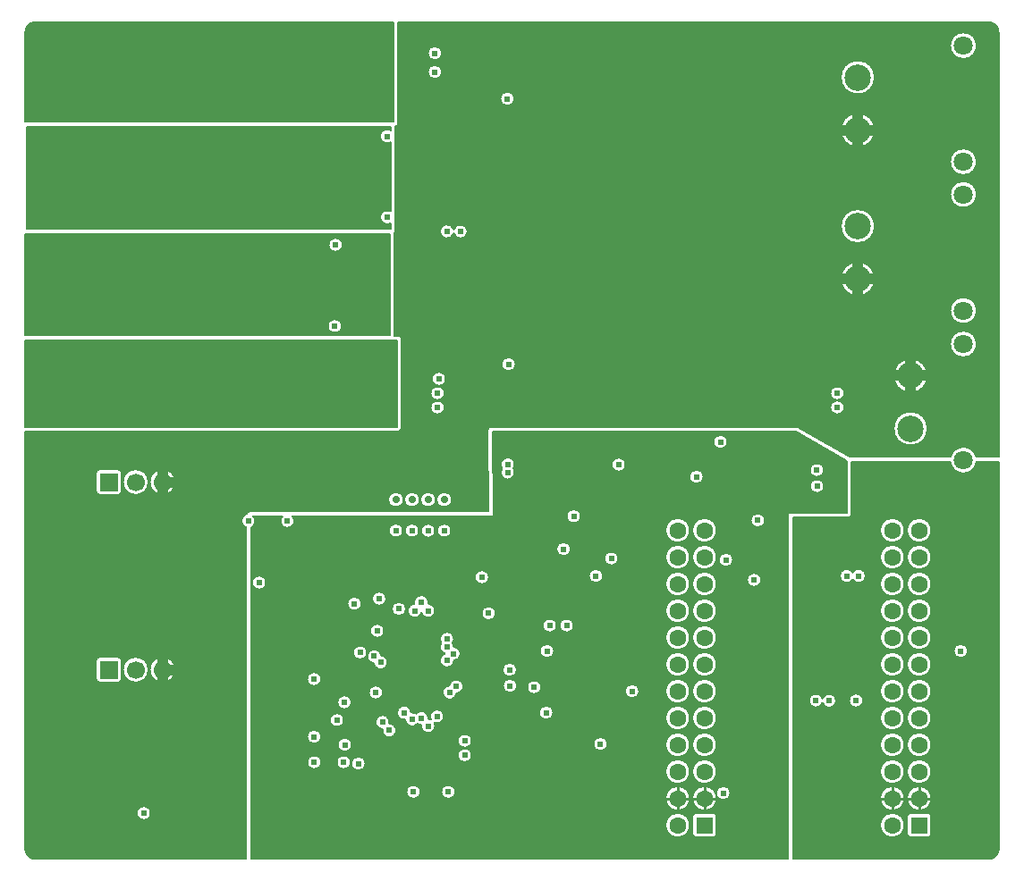
<source format=gbl>
G04 Layer: BottomLayer*
G04 EasyEDA Pro v2.2.39.2, 2025-06-05 07:27:08*
G04 Gerber Generator version 0.3*
G04 Scale: 100 percent, Rotated: No, Reflected: No*
G04 Dimensions in millimeters*
G04 Leading zeros omitted, absolute positions, 4 integers and 5 decimals*
G04 Generated by one-click*
%FSLAX45Y45*%
%MOMM*%
%ADD10C,0.2032*%
%ADD11C,0.254*%
%ADD12C,1.016*%
%ADD13C,2.49999*%
%ADD14C,1.8*%
%ADD15C,1.6*%
%ADD16R,1.6X1.6*%
%ADD17R,1.7X1.7*%
%ADD18C,1.7018*%
%ADD19C,1.7*%
%ADD20C,0.61*%
%ADD21C,0.7366*%
%ADD22C,0.6096*%
%ADD23C,0.762*%
G75*


G04 Copper Start*
G36*
G01X127000Y7965186D02*
G01X3520440Y7965186D01*
G01X3520440Y7020560D01*
G01X35814Y7020560D01*
G01X35814Y7874000D01*
G01X37566Y7891790D01*
G01X42755Y7908895D01*
G01X51182Y7924660D01*
G01X62522Y7938478D01*
G01X76340Y7949818D01*
G01X92105Y7958245D01*
G01X109210Y7963434D01*
G01X127000Y7965186D01*
G37*
G36*
G01X3552080Y4949190D02*
G01X3552080Y4131310D01*
G01X36043Y4131310D01*
G01X36043Y4949190D01*
G01X3552080Y4949190D01*
G37*
G36*
G01X35814Y5001266D02*
G01X35814Y5085003D01*
G01X2898119Y5085003D01*
G01X2900046Y5069133D01*
G01X2905715Y5054185D01*
G01X2914797Y5041028D01*
G01X2926763Y5030427D01*
G01X2940918Y5022998D01*
G01X2956440Y5019172D01*
G01X2972427Y5019172D01*
G01X2987949Y5022998D01*
G01X3002104Y5030427D01*
G01X3014070Y5041028D01*
G01X3023152Y5054185D01*
G01X3028821Y5069133D01*
G01X3030748Y5085003D01*
G01X3028821Y5100873D01*
G01X3023152Y5115820D01*
G01X3014070Y5128977D01*
G01X3002104Y5139578D01*
G01X2987949Y5147007D01*
G01X2972427Y5150833D01*
G01X2956440Y5150833D01*
G01X2940918Y5147007D01*
G01X2926763Y5139578D01*
G01X2914797Y5128977D01*
G01X2905715Y5115820D01*
G01X2900046Y5100873D01*
G01X2898119Y5085003D01*
G01X2898119Y5085003D01*
G01X35814Y5085003D01*
G01X35814Y5854700D01*
G01X2905486Y5854700D01*
G01X2907413Y5838830D01*
G01X2913082Y5823882D01*
G01X2922163Y5810726D01*
G01X2934129Y5800125D01*
G01X2948285Y5792695D01*
G01X2963807Y5788869D01*
G01X2979793Y5788869D01*
G01X2995315Y5792695D01*
G01X3009471Y5800125D01*
G01X3021437Y5810726D01*
G01X3030518Y5823882D01*
G01X3036187Y5838830D01*
G01X3038114Y5854700D01*
G01X3036187Y5870570D01*
G01X3030518Y5885518D01*
G01X3021437Y5898674D01*
G01X3009471Y5909275D01*
G01X2995315Y5916705D01*
G01X2979793Y5920531D01*
G01X2963807Y5920531D01*
G01X2948285Y5916705D01*
G01X2934129Y5909275D01*
G01X2922163Y5898674D01*
G01X2913082Y5885518D01*
G01X2907413Y5870570D01*
G01X2905486Y5854700D01*
G01X2905486Y5854700D01*
G01X35814Y5854700D01*
G01X35814Y5958834D01*
G01X3482603Y5958834D01*
G01X3482603Y5001266D01*
G01X35814Y5001266D01*
G37*
G36*
G01X3492051Y6004808D02*
G01X45271Y6004808D01*
G01X45271Y6968490D01*
G01X3492051Y6968490D01*
G01X3492051Y6941003D01*
G01X3477914Y6947091D01*
G01X3462754Y6949756D01*
G01X3447388Y6948854D01*
G01X3432644Y6944434D01*
G01X3419316Y6936733D01*
G01X3408122Y6926167D01*
G01X3399666Y6913306D01*
G01X3394403Y6898841D01*
G01X3392617Y6883552D01*
G01X3394403Y6868264D01*
G01X3399666Y6853799D01*
G01X3408122Y6840937D01*
G01X3419316Y6830372D01*
G01X3432644Y6822671D01*
G01X3447388Y6818251D01*
G01X3462754Y6817349D01*
G01X3477914Y6820013D01*
G01X3492051Y6826102D01*
G01X3492051Y6174041D01*
G01X3477920Y6180034D01*
G01X3462790Y6182617D01*
G01X3447470Y6181652D01*
G01X3432784Y6177191D01*
G01X3419516Y6169473D01*
G01X3408378Y6158911D01*
G01X3399966Y6146072D01*
G01X3394732Y6131642D01*
G01X3392956Y6116396D01*
G01X3394732Y6101150D01*
G01X3399966Y6086721D01*
G01X3408378Y6073881D01*
G01X3419516Y6063319D01*
G01X3432784Y6055601D01*
G01X3447470Y6051140D01*
G01X3462790Y6050176D01*
G01X3477920Y6052759D01*
G01X3492051Y6058751D01*
G01X3492051Y6004808D01*
G37*
G36*
G01X9156700Y35814D02*
G01X7302640Y35814D01*
G01X7302640Y366286D01*
G01X8126980Y366286D01*
G01X8126980Y344914D01*
G01X8130907Y323906D01*
G01X8138628Y303977D01*
G01X8149879Y285807D01*
G01X8164277Y270013D01*
G01X8181332Y257133D01*
G01X8200463Y247607D01*
G01X8221019Y241758D01*
G01X8242300Y239786D01*
G01X8242300Y239786D01*
G01X8263581Y241758D01*
G01X8284137Y247607D01*
G01X8303268Y257133D01*
G01X8320323Y270013D01*
G01X8325417Y275600D01*
G01X8380486Y275600D01*
G01X8382239Y264533D01*
G01X8387326Y254549D01*
G01X8395249Y246626D01*
G01X8405233Y241539D01*
G01X8416300Y239786D01*
G01X8576300Y239786D01*
G01X8587367Y241539D01*
G01X8597351Y246626D01*
G01X8605274Y254549D01*
G01X8610361Y264533D01*
G01X8612114Y275600D01*
G01X8612114Y435600D01*
G01X8612114Y435600D01*
G01X8610361Y446667D01*
G01X8605274Y456651D01*
G01X8597351Y464574D01*
G01X8587367Y469661D01*
G01X8576300Y471414D01*
G01X8416300Y471414D01*
G01X8405233Y469661D01*
G01X8395249Y464574D01*
G01X8387326Y456651D01*
G01X8382239Y446667D01*
G01X8380486Y435600D01*
G01X8380486Y275600D01*
G01X8325417Y275600D01*
G01X8334721Y285807D01*
G01X8345972Y303977D01*
G01X8353693Y323906D01*
G01X8357620Y344914D01*
G01X8357620Y366286D01*
G01X8353693Y387294D01*
G01X8345972Y407223D01*
G01X8334721Y425393D01*
G01X8320323Y441187D01*
G01X8303268Y454067D01*
G01X8284137Y463593D01*
G01X8263581Y469442D01*
G01X8242300Y471414D01*
G01X8221019Y469442D01*
G01X8200463Y463593D01*
G01X8181332Y454067D01*
G01X8164277Y441187D01*
G01X8149879Y425393D01*
G01X8138628Y407223D01*
G01X8130907Y387294D01*
G01X8126980Y366286D01*
G01X7302640Y366286D01*
G01X7302640Y620286D01*
G01X8126980Y620286D01*
G01X8126980Y598914D01*
G01X8130907Y577906D01*
G01X8138628Y557977D01*
G01X8149879Y539807D01*
G01X8164277Y524013D01*
G01X8181332Y511133D01*
G01X8200463Y501607D01*
G01X8221019Y495758D01*
G01X8242300Y493786D01*
G01X8242300Y493786D01*
G01X8263581Y495758D01*
G01X8284137Y501607D01*
G01X8303268Y511133D01*
G01X8320323Y524013D01*
G01X8334721Y539807D01*
G01X8345972Y557977D01*
G01X8353693Y577906D01*
G01X8357620Y598914D01*
G01X8357620Y620286D01*
G01X8357620Y620286D01*
G01X8380980Y620286D01*
G01X8380980Y598914D01*
G01X8384907Y577906D01*
G01X8392628Y557977D01*
G01X8403879Y539807D01*
G01X8418277Y524013D01*
G01X8435332Y511133D01*
G01X8454463Y501607D01*
G01X8475019Y495758D01*
G01X8496300Y493786D01*
G01X8496300Y493786D01*
G01X8517581Y495758D01*
G01X8538137Y501607D01*
G01X8557268Y511133D01*
G01X8574323Y524013D01*
G01X8588721Y539807D01*
G01X8599972Y557977D01*
G01X8607693Y577906D01*
G01X8611620Y598914D01*
G01X8611620Y620286D01*
G01X8607693Y641294D01*
G01X8599972Y661223D01*
G01X8588721Y679393D01*
G01X8574323Y695187D01*
G01X8557268Y708067D01*
G01X8538137Y717593D01*
G01X8517581Y723442D01*
G01X8496300Y725414D01*
G01X8475019Y723442D01*
G01X8454463Y717593D01*
G01X8435332Y708067D01*
G01X8418277Y695187D01*
G01X8403879Y679393D01*
G01X8392628Y661223D01*
G01X8384907Y641294D01*
G01X8380980Y620286D01*
G01X8357620Y620286D01*
G01X8353693Y641294D01*
G01X8345972Y661223D01*
G01X8334721Y679393D01*
G01X8320323Y695187D01*
G01X8303268Y708067D01*
G01X8284137Y717593D01*
G01X8263581Y723442D01*
G01X8242300Y725414D01*
G01X8221019Y723442D01*
G01X8200463Y717593D01*
G01X8181332Y708067D01*
G01X8164277Y695187D01*
G01X8149879Y679393D01*
G01X8138628Y661223D01*
G01X8130907Y641294D01*
G01X8126980Y620286D01*
G01X7302640Y620286D01*
G01X7302640Y874286D01*
G01X8126980Y874286D01*
G01X8126980Y852914D01*
G01X8130907Y831906D01*
G01X8138628Y811977D01*
G01X8149879Y793807D01*
G01X8164277Y778013D01*
G01X8181332Y765133D01*
G01X8200463Y755607D01*
G01X8221019Y749758D01*
G01X8242300Y747786D01*
G01X8242300Y747786D01*
G01X8263581Y749758D01*
G01X8284137Y755607D01*
G01X8303268Y765133D01*
G01X8320323Y778013D01*
G01X8334721Y793807D01*
G01X8345972Y811977D01*
G01X8353693Y831906D01*
G01X8357620Y852914D01*
G01X8357620Y874286D01*
G01X8357620Y874286D01*
G01X8380980Y874286D01*
G01X8380980Y852914D01*
G01X8384907Y831906D01*
G01X8392628Y811977D01*
G01X8403879Y793807D01*
G01X8418277Y778013D01*
G01X8435332Y765133D01*
G01X8454463Y755607D01*
G01X8475019Y749758D01*
G01X8496300Y747786D01*
G01X8496300Y747786D01*
G01X8517581Y749758D01*
G01X8538137Y755607D01*
G01X8557268Y765133D01*
G01X8574323Y778013D01*
G01X8588721Y793807D01*
G01X8599972Y811977D01*
G01X8607693Y831906D01*
G01X8611620Y852914D01*
G01X8611620Y874286D01*
G01X8607693Y895294D01*
G01X8599972Y915223D01*
G01X8588721Y933393D01*
G01X8574323Y949187D01*
G01X8557268Y962067D01*
G01X8538137Y971593D01*
G01X8517581Y977442D01*
G01X8496300Y979414D01*
G01X8475019Y977442D01*
G01X8454463Y971593D01*
G01X8435332Y962067D01*
G01X8418277Y949187D01*
G01X8403879Y933393D01*
G01X8392628Y915223D01*
G01X8384907Y895294D01*
G01X8380980Y874286D01*
G01X8357620Y874286D01*
G01X8353693Y895294D01*
G01X8345972Y915223D01*
G01X8334721Y933393D01*
G01X8320323Y949187D01*
G01X8303268Y962067D01*
G01X8284137Y971593D01*
G01X8263581Y977442D01*
G01X8242300Y979414D01*
G01X8221019Y977442D01*
G01X8200463Y971593D01*
G01X8181332Y962067D01*
G01X8164277Y949187D01*
G01X8149879Y933393D01*
G01X8138628Y915223D01*
G01X8130907Y895294D01*
G01X8126980Y874286D01*
G01X7302640Y874286D01*
G01X7302640Y1128286D01*
G01X8126980Y1128286D01*
G01X8126980Y1106914D01*
G01X8130907Y1085906D01*
G01X8138628Y1065977D01*
G01X8149879Y1047807D01*
G01X8164277Y1032013D01*
G01X8181332Y1019133D01*
G01X8200463Y1009607D01*
G01X8221019Y1003758D01*
G01X8242300Y1001786D01*
G01X8242300Y1001786D01*
G01X8263581Y1003758D01*
G01X8284137Y1009607D01*
G01X8303268Y1019133D01*
G01X8320323Y1032013D01*
G01X8334721Y1047807D01*
G01X8345972Y1065977D01*
G01X8353693Y1085906D01*
G01X8357620Y1106914D01*
G01X8357620Y1128286D01*
G01X8357620Y1128286D01*
G01X8380980Y1128286D01*
G01X8380980Y1106914D01*
G01X8384907Y1085906D01*
G01X8392628Y1065977D01*
G01X8403879Y1047807D01*
G01X8418277Y1032013D01*
G01X8435332Y1019133D01*
G01X8454463Y1009607D01*
G01X8475019Y1003758D01*
G01X8496300Y1001786D01*
G01X8496300Y1001786D01*
G01X8517581Y1003758D01*
G01X8538137Y1009607D01*
G01X8557268Y1019133D01*
G01X8574323Y1032013D01*
G01X8588721Y1047807D01*
G01X8599972Y1065977D01*
G01X8607693Y1085906D01*
G01X8611620Y1106914D01*
G01X8611620Y1128286D01*
G01X8607693Y1149294D01*
G01X8599972Y1169223D01*
G01X8588721Y1187393D01*
G01X8574323Y1203187D01*
G01X8557268Y1216067D01*
G01X8538137Y1225593D01*
G01X8517581Y1231442D01*
G01X8496300Y1233414D01*
G01X8475019Y1231442D01*
G01X8454463Y1225593D01*
G01X8435332Y1216067D01*
G01X8418277Y1203187D01*
G01X8403879Y1187393D01*
G01X8392628Y1169223D01*
G01X8384907Y1149294D01*
G01X8380980Y1128286D01*
G01X8357620Y1128286D01*
G01X8353693Y1149294D01*
G01X8345972Y1169223D01*
G01X8334721Y1187393D01*
G01X8320323Y1203187D01*
G01X8303268Y1216067D01*
G01X8284137Y1225593D01*
G01X8263581Y1231442D01*
G01X8242300Y1233414D01*
G01X8221019Y1231442D01*
G01X8200463Y1225593D01*
G01X8181332Y1216067D01*
G01X8164277Y1203187D01*
G01X8149879Y1187393D01*
G01X8138628Y1169223D01*
G01X8130907Y1149294D01*
G01X8126980Y1128286D01*
G01X7302640Y1128286D01*
G01X7302640Y1382286D01*
G01X8126980Y1382286D01*
G01X8126980Y1360914D01*
G01X8130907Y1339906D01*
G01X8138628Y1319977D01*
G01X8149879Y1301807D01*
G01X8164277Y1286013D01*
G01X8181332Y1273133D01*
G01X8200463Y1263607D01*
G01X8221019Y1257758D01*
G01X8242300Y1255786D01*
G01X8242300Y1255786D01*
G01X8263581Y1257758D01*
G01X8284137Y1263607D01*
G01X8303268Y1273133D01*
G01X8320323Y1286013D01*
G01X8334721Y1301807D01*
G01X8345972Y1319977D01*
G01X8353693Y1339906D01*
G01X8357620Y1360914D01*
G01X8357620Y1382286D01*
G01X8357620Y1382286D01*
G01X8380980Y1382286D01*
G01X8380980Y1360914D01*
G01X8384907Y1339906D01*
G01X8392628Y1319977D01*
G01X8403879Y1301807D01*
G01X8418277Y1286013D01*
G01X8435332Y1273133D01*
G01X8454463Y1263607D01*
G01X8475019Y1257758D01*
G01X8496300Y1255786D01*
G01X8496300Y1255786D01*
G01X8517581Y1257758D01*
G01X8538137Y1263607D01*
G01X8557268Y1273133D01*
G01X8574323Y1286013D01*
G01X8588721Y1301807D01*
G01X8599972Y1319977D01*
G01X8607693Y1339906D01*
G01X8611620Y1360914D01*
G01X8611620Y1382286D01*
G01X8607693Y1403294D01*
G01X8599972Y1423223D01*
G01X8588721Y1441393D01*
G01X8574323Y1457187D01*
G01X8557268Y1470067D01*
G01X8538137Y1479593D01*
G01X8517581Y1485442D01*
G01X8496300Y1487414D01*
G01X8475019Y1485442D01*
G01X8454463Y1479593D01*
G01X8435332Y1470067D01*
G01X8418277Y1457187D01*
G01X8403879Y1441393D01*
G01X8392628Y1423223D01*
G01X8384907Y1403294D01*
G01X8380980Y1382286D01*
G01X8357620Y1382286D01*
G01X8353693Y1403294D01*
G01X8345972Y1423223D01*
G01X8334721Y1441393D01*
G01X8320323Y1457187D01*
G01X8303268Y1470067D01*
G01X8284137Y1479593D01*
G01X8263581Y1485442D01*
G01X8242300Y1487414D01*
G01X8221019Y1485442D01*
G01X8200463Y1479593D01*
G01X8181332Y1470067D01*
G01X8164277Y1457187D01*
G01X8149879Y1441393D01*
G01X8138628Y1423223D01*
G01X8130907Y1403294D01*
G01X8126980Y1382286D01*
G01X7302640Y1382286D01*
G01X7302640Y1537524D01*
G01X7452091Y1537524D01*
G01X7453758Y1521903D01*
G01X7459053Y1507112D01*
G01X7467678Y1493982D01*
G01X7479150Y1483249D01*
G01X7492824Y1475516D01*
G01X7507934Y1471217D01*
G01X7523632Y1470593D01*
G01X7539035Y1473678D01*
G01X7553281Y1480301D01*
G01X7565569Y1490089D01*
G01X7575210Y1502492D01*
G01X7581663Y1516816D01*
G01X7587757Y1502336D01*
G01X7597087Y1489697D01*
G01X7609128Y1479607D01*
G01X7623205Y1472632D01*
G01X7638527Y1469165D01*
G01X7654235Y1469399D01*
G01X7669447Y1473321D01*
G01X7683310Y1480712D01*
G01X7695045Y1491156D01*
G01X7703994Y1504068D01*
G01X7709654Y1518723D01*
G01X7711709Y1534298D01*
G01X7711453Y1536700D01*
G01X7833086Y1536700D01*
G01X7835013Y1520830D01*
G01X7840682Y1505882D01*
G01X7849763Y1492726D01*
G01X7861729Y1482125D01*
G01X7875885Y1474695D01*
G01X7891407Y1470869D01*
G01X7907393Y1470869D01*
G01X7922915Y1474695D01*
G01X7937071Y1482125D01*
G01X7949037Y1492726D01*
G01X7958118Y1505882D01*
G01X7963787Y1520830D01*
G01X7965714Y1536700D01*
G01X7963787Y1552570D01*
G01X7958118Y1567518D01*
G01X7949037Y1580674D01*
G01X7937071Y1591275D01*
G01X7922915Y1598705D01*
G01X7907393Y1602531D01*
G01X7891407Y1602531D01*
G01X7875885Y1598705D01*
G01X7861729Y1591275D01*
G01X7849763Y1580674D01*
G01X7840682Y1567518D01*
G01X7835013Y1552570D01*
G01X7833086Y1536700D01*
G01X7833086Y1536700D01*
G01X7711453Y1536700D01*
G01X7710042Y1549919D01*
G01X7704747Y1564709D01*
G01X7696122Y1577839D01*
G01X7684650Y1588572D01*
G01X7670976Y1596305D01*
G01X7655866Y1600605D01*
G01X7640168Y1601229D01*
G01X7624765Y1598143D01*
G01X7610519Y1591521D01*
G01X7598231Y1581733D01*
G01X7588590Y1569329D01*
G01X7582137Y1555006D01*
G01X7576043Y1569485D01*
G01X7566713Y1582125D01*
G01X7554672Y1592215D01*
G01X7540595Y1599189D01*
G01X7525273Y1602657D01*
G01X7509565Y1602423D01*
G01X7494353Y1598500D01*
G01X7480490Y1591110D01*
G01X7468755Y1580665D01*
G01X7459806Y1567753D01*
G01X7454146Y1553099D01*
G01X7452091Y1537524D01*
G01X7452091Y1537524D01*
G01X7302640Y1537524D01*
G01X7302640Y1636286D01*
G01X8126980Y1636286D01*
G01X8126980Y1614914D01*
G01X8130907Y1593906D01*
G01X8138628Y1573977D01*
G01X8149879Y1555807D01*
G01X8164277Y1540013D01*
G01X8181332Y1527133D01*
G01X8200463Y1517607D01*
G01X8221019Y1511758D01*
G01X8242300Y1509786D01*
G01X8242300Y1509786D01*
G01X8263581Y1511758D01*
G01X8284137Y1517607D01*
G01X8303268Y1527133D01*
G01X8320323Y1540013D01*
G01X8334721Y1555807D01*
G01X8345972Y1573977D01*
G01X8353693Y1593906D01*
G01X8357620Y1614914D01*
G01X8357620Y1636286D01*
G01X8357620Y1636286D01*
G01X8380980Y1636286D01*
G01X8380980Y1614914D01*
G01X8384907Y1593906D01*
G01X8392628Y1573977D01*
G01X8403879Y1555807D01*
G01X8418277Y1540013D01*
G01X8435332Y1527133D01*
G01X8454463Y1517607D01*
G01X8475019Y1511758D01*
G01X8496300Y1509786D01*
G01X8496300Y1509786D01*
G01X8517581Y1511758D01*
G01X8538137Y1517607D01*
G01X8557268Y1527133D01*
G01X8574323Y1540013D01*
G01X8588721Y1555807D01*
G01X8599972Y1573977D01*
G01X8607693Y1593906D01*
G01X8611620Y1614914D01*
G01X8611620Y1636286D01*
G01X8607693Y1657294D01*
G01X8599972Y1677223D01*
G01X8588721Y1695393D01*
G01X8574323Y1711187D01*
G01X8557268Y1724067D01*
G01X8538137Y1733593D01*
G01X8517581Y1739442D01*
G01X8496300Y1741414D01*
G01X8475019Y1739442D01*
G01X8454463Y1733593D01*
G01X8435332Y1724067D01*
G01X8418277Y1711187D01*
G01X8403879Y1695393D01*
G01X8392628Y1677223D01*
G01X8384907Y1657294D01*
G01X8380980Y1636286D01*
G01X8357620Y1636286D01*
G01X8353693Y1657294D01*
G01X8345972Y1677223D01*
G01X8334721Y1695393D01*
G01X8320323Y1711187D01*
G01X8303268Y1724067D01*
G01X8284137Y1733593D01*
G01X8263581Y1739442D01*
G01X8242300Y1741414D01*
G01X8221019Y1739442D01*
G01X8200463Y1733593D01*
G01X8181332Y1724067D01*
G01X8164277Y1711187D01*
G01X8149879Y1695393D01*
G01X8138628Y1677223D01*
G01X8130907Y1657294D01*
G01X8126980Y1636286D01*
G01X7302640Y1636286D01*
G01X7302640Y1890286D01*
G01X8126980Y1890286D01*
G01X8126980Y1868914D01*
G01X8130907Y1847906D01*
G01X8138628Y1827977D01*
G01X8149879Y1809807D01*
G01X8164277Y1794013D01*
G01X8181332Y1781133D01*
G01X8200463Y1771607D01*
G01X8221019Y1765758D01*
G01X8242300Y1763786D01*
G01X8242300Y1763786D01*
G01X8263581Y1765758D01*
G01X8284137Y1771607D01*
G01X8303268Y1781133D01*
G01X8320323Y1794013D01*
G01X8334721Y1809807D01*
G01X8345972Y1827977D01*
G01X8353693Y1847906D01*
G01X8357620Y1868914D01*
G01X8357620Y1890286D01*
G01X8357620Y1890286D01*
G01X8380980Y1890286D01*
G01X8380980Y1868914D01*
G01X8384907Y1847906D01*
G01X8392628Y1827977D01*
G01X8403879Y1809807D01*
G01X8418277Y1794013D01*
G01X8435332Y1781133D01*
G01X8454463Y1771607D01*
G01X8475019Y1765758D01*
G01X8496300Y1763786D01*
G01X8496300Y1763786D01*
G01X8517581Y1765758D01*
G01X8538137Y1771607D01*
G01X8557268Y1781133D01*
G01X8574323Y1794013D01*
G01X8588721Y1809807D01*
G01X8599972Y1827977D01*
G01X8607693Y1847906D01*
G01X8611620Y1868914D01*
G01X8611620Y1890286D01*
G01X8607693Y1911294D01*
G01X8599972Y1931223D01*
G01X8588721Y1949393D01*
G01X8574323Y1965187D01*
G01X8557268Y1978067D01*
G01X8538137Y1987593D01*
G01X8517581Y1993442D01*
G01X8496300Y1995414D01*
G01X8475019Y1993442D01*
G01X8454463Y1987593D01*
G01X8435332Y1978067D01*
G01X8418277Y1965187D01*
G01X8403879Y1949393D01*
G01X8392628Y1931223D01*
G01X8384907Y1911294D01*
G01X8380980Y1890286D01*
G01X8357620Y1890286D01*
G01X8353693Y1911294D01*
G01X8345972Y1931223D01*
G01X8334721Y1949393D01*
G01X8320323Y1965187D01*
G01X8303268Y1978067D01*
G01X8284137Y1987593D01*
G01X8263581Y1993442D01*
G01X8242300Y1995414D01*
G01X8221019Y1993442D01*
G01X8200463Y1987593D01*
G01X8181332Y1978067D01*
G01X8164277Y1965187D01*
G01X8149879Y1949393D01*
G01X8138628Y1931223D01*
G01X8130907Y1911294D01*
G01X8126980Y1890286D01*
G01X7302640Y1890286D01*
G01X7302640Y2006600D01*
G01X8823686Y2006600D01*
G01X8825613Y1990730D01*
G01X8831282Y1975782D01*
G01X8840363Y1962626D01*
G01X8852329Y1952025D01*
G01X8866485Y1944595D01*
G01X8882007Y1940769D01*
G01X8897993Y1940769D01*
G01X8913515Y1944595D01*
G01X8927671Y1952025D01*
G01X8939637Y1962626D01*
G01X8948718Y1975782D01*
G01X8954387Y1990730D01*
G01X8956314Y2006600D01*
G01X8954387Y2022470D01*
G01X8948718Y2037418D01*
G01X8939637Y2050574D01*
G01X8927671Y2061175D01*
G01X8913515Y2068605D01*
G01X8897993Y2072431D01*
G01X8882007Y2072431D01*
G01X8866485Y2068605D01*
G01X8852329Y2061175D01*
G01X8840363Y2050574D01*
G01X8831282Y2037418D01*
G01X8825613Y2022470D01*
G01X8823686Y2006600D01*
G01X8823686Y2006600D01*
G01X7302640Y2006600D01*
G01X7302640Y2144286D01*
G01X8126980Y2144286D01*
G01X8126980Y2122914D01*
G01X8130907Y2101906D01*
G01X8138628Y2081977D01*
G01X8149879Y2063807D01*
G01X8164277Y2048013D01*
G01X8181332Y2035133D01*
G01X8200463Y2025607D01*
G01X8221019Y2019758D01*
G01X8242300Y2017786D01*
G01X8242300Y2017786D01*
G01X8263581Y2019758D01*
G01X8284137Y2025607D01*
G01X8303268Y2035133D01*
G01X8320323Y2048013D01*
G01X8334721Y2063807D01*
G01X8345972Y2081977D01*
G01X8353693Y2101906D01*
G01X8357620Y2122914D01*
G01X8357620Y2144286D01*
G01X8357620Y2144286D01*
G01X8380980Y2144286D01*
G01X8380980Y2122914D01*
G01X8384907Y2101906D01*
G01X8392628Y2081977D01*
G01X8403879Y2063807D01*
G01X8418277Y2048013D01*
G01X8435332Y2035133D01*
G01X8454463Y2025607D01*
G01X8475019Y2019758D01*
G01X8496300Y2017786D01*
G01X8496300Y2017786D01*
G01X8517581Y2019758D01*
G01X8538137Y2025607D01*
G01X8557268Y2035133D01*
G01X8574323Y2048013D01*
G01X8588721Y2063807D01*
G01X8599972Y2081977D01*
G01X8607693Y2101906D01*
G01X8611620Y2122914D01*
G01X8611620Y2144286D01*
G01X8607693Y2165294D01*
G01X8599972Y2185223D01*
G01X8588721Y2203393D01*
G01X8574323Y2219187D01*
G01X8557268Y2232067D01*
G01X8538137Y2241593D01*
G01X8517581Y2247442D01*
G01X8496300Y2249414D01*
G01X8475019Y2247442D01*
G01X8454463Y2241593D01*
G01X8435332Y2232067D01*
G01X8418277Y2219187D01*
G01X8403879Y2203393D01*
G01X8392628Y2185223D01*
G01X8384907Y2165294D01*
G01X8380980Y2144286D01*
G01X8357620Y2144286D01*
G01X8353693Y2165294D01*
G01X8345972Y2185223D01*
G01X8334721Y2203393D01*
G01X8320323Y2219187D01*
G01X8303268Y2232067D01*
G01X8284137Y2241593D01*
G01X8263581Y2247442D01*
G01X8242300Y2249414D01*
G01X8221019Y2247442D01*
G01X8200463Y2241593D01*
G01X8181332Y2232067D01*
G01X8164277Y2219187D01*
G01X8149879Y2203393D01*
G01X8138628Y2185223D01*
G01X8130907Y2165294D01*
G01X8126980Y2144286D01*
G01X7302640Y2144286D01*
G01X7302640Y2398286D01*
G01X8126980Y2398286D01*
G01X8126980Y2376914D01*
G01X8130907Y2355906D01*
G01X8138628Y2335977D01*
G01X8149879Y2317807D01*
G01X8164277Y2302013D01*
G01X8181332Y2289133D01*
G01X8200463Y2279607D01*
G01X8221019Y2273758D01*
G01X8242300Y2271786D01*
G01X8242300Y2271786D01*
G01X8263581Y2273758D01*
G01X8284137Y2279607D01*
G01X8303268Y2289133D01*
G01X8320323Y2302013D01*
G01X8334721Y2317807D01*
G01X8345972Y2335977D01*
G01X8353693Y2355906D01*
G01X8357620Y2376914D01*
G01X8357620Y2398286D01*
G01X8357620Y2398286D01*
G01X8380980Y2398286D01*
G01X8380980Y2376914D01*
G01X8384907Y2355906D01*
G01X8392628Y2335977D01*
G01X8403879Y2317807D01*
G01X8418277Y2302013D01*
G01X8435332Y2289133D01*
G01X8454463Y2279607D01*
G01X8475019Y2273758D01*
G01X8496300Y2271786D01*
G01X8496300Y2271786D01*
G01X8517581Y2273758D01*
G01X8538137Y2279607D01*
G01X8557268Y2289133D01*
G01X8574323Y2302013D01*
G01X8588721Y2317807D01*
G01X8599972Y2335977D01*
G01X8607693Y2355906D01*
G01X8611620Y2376914D01*
G01X8611620Y2398286D01*
G01X8607693Y2419294D01*
G01X8599972Y2439223D01*
G01X8588721Y2457393D01*
G01X8574323Y2473187D01*
G01X8557268Y2486067D01*
G01X8538137Y2495593D01*
G01X8517581Y2501442D01*
G01X8496300Y2503414D01*
G01X8475019Y2501442D01*
G01X8454463Y2495593D01*
G01X8435332Y2486067D01*
G01X8418277Y2473187D01*
G01X8403879Y2457393D01*
G01X8392628Y2439223D01*
G01X8384907Y2419294D01*
G01X8380980Y2398286D01*
G01X8357620Y2398286D01*
G01X8353693Y2419294D01*
G01X8345972Y2439223D01*
G01X8334721Y2457393D01*
G01X8320323Y2473187D01*
G01X8303268Y2486067D01*
G01X8284137Y2495593D01*
G01X8263581Y2501442D01*
G01X8242300Y2503414D01*
G01X8221019Y2501442D01*
G01X8200463Y2495593D01*
G01X8181332Y2486067D01*
G01X8164277Y2473187D01*
G01X8149879Y2457393D01*
G01X8138628Y2439223D01*
G01X8130907Y2419294D01*
G01X8126980Y2398286D01*
G01X7302640Y2398286D01*
G01X7302640Y2715918D01*
G01X7744190Y2715918D01*
G01X7746209Y2700352D01*
G01X7751831Y2685698D01*
G01X7760739Y2672775D01*
G01X7772435Y2662307D01*
G01X7786264Y2654882D01*
G01X7801450Y2650915D01*
G01X7817144Y2650628D01*
G01X7832465Y2654038D01*
G01X7846555Y2660953D01*
G01X7858626Y2670986D01*
G01X7868000Y2683575D01*
G01X7877635Y2671184D01*
G01X7889913Y2661405D01*
G01X7904144Y2654785D01*
G01X7919533Y2651695D01*
G01X7934622Y2652286D01*
G01X8126980Y2652286D01*
G01X8126980Y2630914D01*
G01X8130907Y2609906D01*
G01X8138628Y2589977D01*
G01X8149879Y2571807D01*
G01X8164277Y2556013D01*
G01X8181332Y2543133D01*
G01X8200463Y2533607D01*
G01X8221019Y2527758D01*
G01X8242300Y2525786D01*
G01X8242300Y2525786D01*
G01X8263581Y2527758D01*
G01X8284137Y2533607D01*
G01X8303268Y2543133D01*
G01X8320323Y2556013D01*
G01X8334721Y2571807D01*
G01X8345972Y2589977D01*
G01X8353693Y2609906D01*
G01X8357620Y2630914D01*
G01X8357620Y2652286D01*
G01X8357620Y2652286D01*
G01X8380980Y2652286D01*
G01X8380980Y2630914D01*
G01X8384907Y2609906D01*
G01X8392628Y2589977D01*
G01X8403879Y2571807D01*
G01X8418277Y2556013D01*
G01X8435332Y2543133D01*
G01X8454463Y2533607D01*
G01X8475019Y2527758D01*
G01X8496300Y2525786D01*
G01X8496300Y2525786D01*
G01X8517581Y2527758D01*
G01X8538137Y2533607D01*
G01X8557268Y2543133D01*
G01X8574323Y2556013D01*
G01X8588721Y2571807D01*
G01X8599972Y2589977D01*
G01X8607693Y2609906D01*
G01X8611620Y2630914D01*
G01X8611620Y2652286D01*
G01X8607693Y2673294D01*
G01X8599972Y2693223D01*
G01X8588721Y2711393D01*
G01X8574323Y2727187D01*
G01X8557268Y2740067D01*
G01X8538137Y2749593D01*
G01X8517581Y2755442D01*
G01X8496300Y2757414D01*
G01X8475019Y2755442D01*
G01X8454463Y2749593D01*
G01X8435332Y2740067D01*
G01X8418277Y2727187D01*
G01X8403879Y2711393D01*
G01X8392628Y2693223D01*
G01X8384907Y2673294D01*
G01X8380980Y2652286D01*
G01X8357620Y2652286D01*
G01X8353693Y2673294D01*
G01X8345972Y2693223D01*
G01X8334721Y2711393D01*
G01X8320323Y2727187D01*
G01X8303268Y2740067D01*
G01X8284137Y2749593D01*
G01X8263581Y2755442D01*
G01X8242300Y2757414D01*
G01X8221019Y2755442D01*
G01X8200463Y2749593D01*
G01X8181332Y2740067D01*
G01X8164277Y2727187D01*
G01X8149879Y2711393D01*
G01X8138628Y2693223D01*
G01X8130907Y2673294D01*
G01X8126980Y2652286D01*
G01X7934622Y2652286D01*
G01X7935217Y2652309D01*
G01X7950317Y2656592D01*
G01X7963988Y2664304D01*
G01X7975463Y2675013D01*
G01X7984101Y2688118D01*
G01X7989415Y2702887D01*
G01X7991110Y2718491D01*
G01X7989091Y2734057D01*
G01X7983469Y2748711D01*
G01X7974561Y2761634D01*
G01X7962865Y2772101D01*
G01X7949036Y2779527D01*
G01X7933850Y2783494D01*
G01X7918156Y2783780D01*
G01X7902835Y2780371D01*
G01X7888745Y2773456D01*
G01X7876674Y2763423D01*
G01X7867300Y2750834D01*
G01X7867300Y2750834D01*
G01X7857665Y2763225D01*
G01X7845387Y2773004D01*
G01X7831156Y2779624D01*
G01X7815767Y2782713D01*
G01X7800083Y2782100D01*
G01X7784983Y2777817D01*
G01X7771312Y2770105D01*
G01X7759837Y2759396D01*
G01X7751199Y2746290D01*
G01X7745885Y2731522D01*
G01X7744190Y2715918D01*
G01X7302640Y2715918D01*
G01X7302640Y2906286D01*
G01X8126980Y2906286D01*
G01X8126980Y2884914D01*
G01X8130907Y2863906D01*
G01X8138628Y2843977D01*
G01X8149879Y2825807D01*
G01X8164277Y2810013D01*
G01X8181332Y2797133D01*
G01X8200463Y2787607D01*
G01X8221019Y2781758D01*
G01X8242300Y2779786D01*
G01X8242300Y2779786D01*
G01X8263581Y2781758D01*
G01X8284137Y2787607D01*
G01X8303268Y2797133D01*
G01X8320323Y2810013D01*
G01X8334721Y2825807D01*
G01X8345972Y2843977D01*
G01X8353693Y2863906D01*
G01X8357620Y2884914D01*
G01X8357620Y2906286D01*
G01X8357620Y2906286D01*
G01X8380980Y2906286D01*
G01X8380980Y2884914D01*
G01X8384907Y2863906D01*
G01X8392628Y2843977D01*
G01X8403879Y2825807D01*
G01X8418277Y2810013D01*
G01X8435332Y2797133D01*
G01X8454463Y2787607D01*
G01X8475019Y2781758D01*
G01X8496300Y2779786D01*
G01X8496300Y2779786D01*
G01X8517581Y2781758D01*
G01X8538137Y2787607D01*
G01X8557268Y2797133D01*
G01X8574323Y2810013D01*
G01X8588721Y2825807D01*
G01X8599972Y2843977D01*
G01X8607693Y2863906D01*
G01X8611620Y2884914D01*
G01X8611620Y2906286D01*
G01X8607693Y2927294D01*
G01X8599972Y2947223D01*
G01X8588721Y2965393D01*
G01X8574323Y2981187D01*
G01X8557268Y2994067D01*
G01X8538137Y3003593D01*
G01X8517581Y3009442D01*
G01X8496300Y3011414D01*
G01X8475019Y3009442D01*
G01X8454463Y3003593D01*
G01X8435332Y2994067D01*
G01X8418277Y2981187D01*
G01X8403879Y2965393D01*
G01X8392628Y2947223D01*
G01X8384907Y2927294D01*
G01X8380980Y2906286D01*
G01X8357620Y2906286D01*
G01X8353693Y2927294D01*
G01X8345972Y2947223D01*
G01X8334721Y2965393D01*
G01X8320323Y2981187D01*
G01X8303268Y2994067D01*
G01X8284137Y3003593D01*
G01X8263581Y3009442D01*
G01X8242300Y3011414D01*
G01X8221019Y3009442D01*
G01X8200463Y3003593D01*
G01X8181332Y2994067D01*
G01X8164277Y2981187D01*
G01X8149879Y2965393D01*
G01X8138628Y2947223D01*
G01X8130907Y2927294D01*
G01X8126980Y2906286D01*
G01X7302640Y2906286D01*
G01X7302640Y3160286D01*
G01X8126980Y3160286D01*
G01X8126980Y3138914D01*
G01X8130907Y3117906D01*
G01X8138628Y3097977D01*
G01X8149879Y3079807D01*
G01X8164277Y3064013D01*
G01X8181332Y3051133D01*
G01X8200463Y3041607D01*
G01X8221019Y3035758D01*
G01X8242300Y3033786D01*
G01X8242300Y3033786D01*
G01X8263581Y3035758D01*
G01X8284137Y3041607D01*
G01X8303268Y3051133D01*
G01X8320323Y3064013D01*
G01X8334721Y3079807D01*
G01X8345972Y3097977D01*
G01X8353693Y3117906D01*
G01X8357620Y3138914D01*
G01X8357620Y3160286D01*
G01X8357620Y3160286D01*
G01X8380980Y3160286D01*
G01X8380980Y3138914D01*
G01X8384907Y3117906D01*
G01X8392628Y3097977D01*
G01X8403879Y3079807D01*
G01X8418277Y3064013D01*
G01X8435332Y3051133D01*
G01X8454463Y3041607D01*
G01X8475019Y3035758D01*
G01X8496300Y3033786D01*
G01X8496300Y3033786D01*
G01X8517581Y3035758D01*
G01X8538137Y3041607D01*
G01X8557268Y3051133D01*
G01X8574323Y3064013D01*
G01X8588721Y3079807D01*
G01X8599972Y3097977D01*
G01X8607693Y3117906D01*
G01X8611620Y3138914D01*
G01X8611620Y3160286D01*
G01X8607693Y3181294D01*
G01X8599972Y3201223D01*
G01X8588721Y3219393D01*
G01X8574323Y3235187D01*
G01X8557268Y3248067D01*
G01X8538137Y3257593D01*
G01X8517581Y3263442D01*
G01X8496300Y3265414D01*
G01X8475019Y3263442D01*
G01X8454463Y3257593D01*
G01X8435332Y3248067D01*
G01X8418277Y3235187D01*
G01X8403879Y3219393D01*
G01X8392628Y3201223D01*
G01X8384907Y3181294D01*
G01X8380980Y3160286D01*
G01X8357620Y3160286D01*
G01X8353693Y3181294D01*
G01X8345972Y3201223D01*
G01X8334721Y3219393D01*
G01X8320323Y3235187D01*
G01X8303268Y3248067D01*
G01X8284137Y3257593D01*
G01X8263581Y3263442D01*
G01X8242300Y3265414D01*
G01X8221019Y3263442D01*
G01X8200463Y3257593D01*
G01X8181332Y3248067D01*
G01X8164277Y3235187D01*
G01X8149879Y3219393D01*
G01X8138628Y3201223D01*
G01X8130907Y3181294D01*
G01X8126980Y3160286D01*
G01X7302640Y3160286D01*
G01X7302640Y3270165D01*
G01X7820774Y3270165D01*
G01X7831841Y3271918D01*
G01X7841825Y3277005D01*
G01X7849748Y3284928D01*
G01X7854835Y3294912D01*
G01X7856588Y3305979D01*
G01X7856588Y3799840D01*
G01X8790491Y3799840D01*
G01X8794528Y3779987D01*
G01X8801699Y3761040D01*
G01X8811818Y3743489D01*
G01X8824623Y3727789D01*
G01X8839781Y3714349D01*
G01X8856901Y3703516D01*
G01X8875537Y3695571D01*
G01X8895207Y3690719D01*
G01X8915400Y3689088D01*
G01X8935593Y3690719D01*
G01X8955263Y3695571D01*
G01X8973899Y3703516D01*
G01X8991019Y3714349D01*
G01X9006177Y3727789D01*
G01X9018982Y3743489D01*
G01X9029101Y3761040D01*
G01X9036272Y3779987D01*
G01X9040309Y3799840D01*
G01X9247886Y3799840D01*
G01X9247886Y127000D01*
G01X9246134Y109210D01*
G01X9240945Y92105D01*
G01X9232518Y76340D01*
G01X9221178Y62522D01*
G01X9207360Y51182D01*
G01X9191595Y42755D01*
G01X9174490Y37566D01*
G01X9156700Y35814D01*
G37*
G36*
G01X35814Y127000D02*
G01X35814Y469900D01*
G01X1089386Y469900D01*
G01X1091313Y454030D01*
G01X1096982Y439082D01*
G01X1106063Y425926D01*
G01X1118029Y415325D01*
G01X1132185Y407895D01*
G01X1147707Y404069D01*
G01X1163693Y404069D01*
G01X1179215Y407895D01*
G01X1193371Y415325D01*
G01X1205337Y425926D01*
G01X1214418Y439082D01*
G01X1220087Y454030D01*
G01X1222014Y469900D01*
G01X1220087Y485770D01*
G01X1214418Y500718D01*
G01X1205337Y513874D01*
G01X1193371Y524475D01*
G01X1179215Y531905D01*
G01X1163693Y535731D01*
G01X1147707Y535731D01*
G01X1132185Y531905D01*
G01X1118029Y524475D01*
G01X1106063Y513874D01*
G01X1096982Y500718D01*
G01X1091313Y485770D01*
G01X1089386Y469900D01*
G01X1089386Y469900D01*
G01X35814Y469900D01*
G01X35814Y1913800D01*
G01X704686Y1913800D01*
G01X704686Y1743800D01*
G01X706439Y1732733D01*
G01X711526Y1722749D01*
G01X719449Y1714826D01*
G01X729433Y1709739D01*
G01X740500Y1707986D01*
G01X910500Y1707986D01*
G01X910500Y1707986D01*
G01X921567Y1709739D01*
G01X931551Y1714826D01*
G01X939474Y1722749D01*
G01X944561Y1732733D01*
G01X946314Y1743800D01*
G01X946314Y1828800D01*
G01X958686Y1828800D01*
G01X960522Y1807821D01*
G01X965972Y1787479D01*
G01X974872Y1768393D01*
G01X986951Y1751142D01*
G01X1001842Y1736251D01*
G01X1019093Y1724172D01*
G01X1038179Y1715272D01*
G01X1058521Y1709822D01*
G01X1079500Y1707986D01*
G01X1100479Y1709822D01*
G01X1120821Y1715272D01*
G01X1139907Y1724172D01*
G01X1157158Y1736251D01*
G01X1172049Y1751142D01*
G01X1184128Y1768393D01*
G01X1193028Y1787479D01*
G01X1198478Y1807821D01*
G01X1200314Y1828800D01*
G01X1212686Y1828800D01*
G01X1214522Y1807821D01*
G01X1219972Y1787479D01*
G01X1228872Y1768393D01*
G01X1240951Y1751142D01*
G01X1255842Y1736251D01*
G01X1273093Y1724172D01*
G01X1292179Y1715272D01*
G01X1312521Y1709822D01*
G01X1333500Y1707986D01*
G01X1354479Y1709822D01*
G01X1374821Y1715272D01*
G01X1393907Y1724172D01*
G01X1411158Y1736251D01*
G01X1426049Y1751142D01*
G01X1438128Y1768393D01*
G01X1447028Y1787479D01*
G01X1452478Y1807821D01*
G01X1454314Y1828800D01*
G01X1452478Y1849779D01*
G01X1447028Y1870121D01*
G01X1438128Y1889207D01*
G01X1426049Y1906458D01*
G01X1411158Y1921349D01*
G01X1393907Y1933428D01*
G01X1374821Y1942328D01*
G01X1354479Y1947778D01*
G01X1333500Y1949614D01*
G01X1312521Y1947778D01*
G01X1292179Y1942328D01*
G01X1273093Y1933428D01*
G01X1255842Y1921349D01*
G01X1240951Y1906458D01*
G01X1228872Y1889207D01*
G01X1219972Y1870121D01*
G01X1214522Y1849779D01*
G01X1212686Y1828800D01*
G01X1212686Y1828800D01*
G01X1200314Y1828800D01*
G01X1198478Y1849779D01*
G01X1193028Y1870121D01*
G01X1184128Y1889207D01*
G01X1172049Y1906458D01*
G01X1157158Y1921349D01*
G01X1139907Y1933428D01*
G01X1120821Y1942328D01*
G01X1100479Y1947778D01*
G01X1079500Y1949614D01*
G01X1058521Y1947778D01*
G01X1038179Y1942328D01*
G01X1019093Y1933428D01*
G01X1001842Y1921349D01*
G01X986951Y1906458D01*
G01X974872Y1889207D01*
G01X965972Y1870121D01*
G01X960522Y1849779D01*
G01X958686Y1828800D01*
G01X958686Y1828800D01*
G01X946314Y1828800D01*
G01X946314Y1913800D01*
G01X944561Y1924867D01*
G01X939474Y1934851D01*
G01X931551Y1942774D01*
G01X921567Y1947861D01*
G01X910500Y1949614D01*
G01X740500Y1949614D01*
G01X729433Y1947861D01*
G01X719449Y1942774D01*
G01X711526Y1934851D01*
G01X706439Y1924867D01*
G01X704686Y1913800D01*
G01X35814Y1913800D01*
G01X35814Y3440509D01*
G01X3470656Y3440509D01*
G01X3472477Y3424344D01*
G01X3477850Y3408990D01*
G01X3486505Y3395216D01*
G01X3498007Y3383713D01*
G01X3511781Y3375059D01*
G01X3527135Y3369686D01*
G01X3543300Y3367865D01*
G01X3559465Y3369686D01*
G01X3574819Y3375059D01*
G01X3588593Y3383713D01*
G01X3600095Y3395216D01*
G01X3608750Y3408990D01*
G01X3614123Y3424344D01*
G01X3615944Y3440509D01*
G01X3623056Y3440509D01*
G01X3624877Y3424344D01*
G01X3630250Y3408990D01*
G01X3638905Y3395216D01*
G01X3650407Y3383713D01*
G01X3664181Y3375059D01*
G01X3679535Y3369686D01*
G01X3695700Y3367865D01*
G01X3711865Y3369686D01*
G01X3727219Y3375059D01*
G01X3740993Y3383713D01*
G01X3752495Y3395216D01*
G01X3761150Y3408990D01*
G01X3766523Y3424344D01*
G01X3768344Y3440509D01*
G01X3775456Y3440509D01*
G01X3777277Y3424344D01*
G01X3782650Y3408990D01*
G01X3791305Y3395216D01*
G01X3802807Y3383713D01*
G01X3816581Y3375059D01*
G01X3831935Y3369686D01*
G01X3848100Y3367865D01*
G01X3864265Y3369686D01*
G01X3879619Y3375059D01*
G01X3893393Y3383713D01*
G01X3904895Y3395216D01*
G01X3913550Y3408990D01*
G01X3918923Y3424344D01*
G01X3920744Y3440509D01*
G01X3927856Y3440509D01*
G01X3929677Y3424344D01*
G01X3935050Y3408990D01*
G01X3943705Y3395216D01*
G01X3955207Y3383713D01*
G01X3968981Y3375059D01*
G01X3984335Y3369686D01*
G01X4000500Y3367865D01*
G01X4016665Y3369686D01*
G01X4032019Y3375059D01*
G01X4045793Y3383713D01*
G01X4057295Y3395216D01*
G01X4065950Y3408990D01*
G01X4071323Y3424344D01*
G01X4073144Y3440509D01*
G01X4071323Y3456674D01*
G01X4065950Y3472028D01*
G01X4057295Y3485802D01*
G01X4045793Y3497304D01*
G01X4032019Y3505959D01*
G01X4016665Y3511331D01*
G01X4000500Y3513153D01*
G01X3984335Y3511331D01*
G01X3968981Y3505959D01*
G01X3955207Y3497304D01*
G01X3943705Y3485802D01*
G01X3935050Y3472028D01*
G01X3929677Y3456674D01*
G01X3927856Y3440509D01*
G01X3927856Y3440509D01*
G01X3920744Y3440509D01*
G01X3918923Y3456674D01*
G01X3913550Y3472028D01*
G01X3904895Y3485802D01*
G01X3893393Y3497304D01*
G01X3879619Y3505959D01*
G01X3864265Y3511331D01*
G01X3848100Y3513153D01*
G01X3831935Y3511331D01*
G01X3816581Y3505959D01*
G01X3802807Y3497304D01*
G01X3791305Y3485802D01*
G01X3782650Y3472028D01*
G01X3777277Y3456674D01*
G01X3775456Y3440509D01*
G01X3775456Y3440509D01*
G01X3768344Y3440509D01*
G01X3766523Y3456674D01*
G01X3761150Y3472028D01*
G01X3752495Y3485802D01*
G01X3740993Y3497304D01*
G01X3727219Y3505959D01*
G01X3711865Y3511331D01*
G01X3695700Y3513153D01*
G01X3679535Y3511331D01*
G01X3664181Y3505959D01*
G01X3650407Y3497304D01*
G01X3638905Y3485802D01*
G01X3630250Y3472028D01*
G01X3624877Y3456674D01*
G01X3623056Y3440509D01*
G01X3623056Y3440509D01*
G01X3615944Y3440509D01*
G01X3614123Y3456674D01*
G01X3608750Y3472028D01*
G01X3600095Y3485802D01*
G01X3588593Y3497304D01*
G01X3574819Y3505959D01*
G01X3559465Y3511331D01*
G01X3543300Y3513153D01*
G01X3527135Y3511331D01*
G01X3511781Y3505959D01*
G01X3498007Y3497304D01*
G01X3486505Y3485802D01*
G01X3477850Y3472028D01*
G01X3472477Y3456674D01*
G01X3470656Y3440509D01*
G01X3470656Y3440509D01*
G01X35814Y3440509D01*
G01X35814Y3691800D01*
G01X704686Y3691800D01*
G01X704686Y3521800D01*
G01X706439Y3510733D01*
G01X711526Y3500749D01*
G01X719449Y3492826D01*
G01X729433Y3487739D01*
G01X740500Y3485986D01*
G01X910500Y3485986D01*
G01X910500Y3485986D01*
G01X921567Y3487739D01*
G01X931551Y3492826D01*
G01X939474Y3500749D01*
G01X944561Y3510733D01*
G01X946314Y3521800D01*
G01X946314Y3606800D01*
G01X958686Y3606800D01*
G01X960522Y3585821D01*
G01X965972Y3565479D01*
G01X974872Y3546393D01*
G01X986951Y3529142D01*
G01X1001842Y3514251D01*
G01X1019093Y3502172D01*
G01X1038179Y3493272D01*
G01X1058521Y3487822D01*
G01X1079500Y3485986D01*
G01X1100479Y3487822D01*
G01X1120821Y3493272D01*
G01X1139907Y3502172D01*
G01X1157158Y3514251D01*
G01X1172049Y3529142D01*
G01X1184128Y3546393D01*
G01X1193028Y3565479D01*
G01X1198478Y3585821D01*
G01X1200314Y3606800D01*
G01X1212686Y3606800D01*
G01X1214522Y3585821D01*
G01X1219972Y3565479D01*
G01X1228872Y3546393D01*
G01X1240951Y3529142D01*
G01X1255842Y3514251D01*
G01X1273093Y3502172D01*
G01X1292179Y3493272D01*
G01X1312521Y3487822D01*
G01X1333500Y3485986D01*
G01X1354479Y3487822D01*
G01X1374821Y3493272D01*
G01X1393907Y3502172D01*
G01X1411158Y3514251D01*
G01X1426049Y3529142D01*
G01X1438128Y3546393D01*
G01X1447028Y3565479D01*
G01X1452478Y3585821D01*
G01X1454314Y3606800D01*
G01X1452478Y3627779D01*
G01X1447028Y3648121D01*
G01X1438128Y3667207D01*
G01X1426049Y3684458D01*
G01X1411158Y3699349D01*
G01X1393907Y3711428D01*
G01X1374821Y3720328D01*
G01X1354479Y3725778D01*
G01X1333500Y3727614D01*
G01X1312521Y3725778D01*
G01X1292179Y3720328D01*
G01X1273093Y3711428D01*
G01X1255842Y3699349D01*
G01X1240951Y3684458D01*
G01X1228872Y3667207D01*
G01X1219972Y3648121D01*
G01X1214522Y3627779D01*
G01X1212686Y3606800D01*
G01X1212686Y3606800D01*
G01X1200314Y3606800D01*
G01X1198478Y3627779D01*
G01X1193028Y3648121D01*
G01X1184128Y3667207D01*
G01X1172049Y3684458D01*
G01X1157158Y3699349D01*
G01X1139907Y3711428D01*
G01X1120821Y3720328D01*
G01X1100479Y3725778D01*
G01X1079500Y3727614D01*
G01X1058521Y3725778D01*
G01X1038179Y3720328D01*
G01X1019093Y3711428D01*
G01X1001842Y3699349D01*
G01X986951Y3684458D01*
G01X974872Y3667207D01*
G01X965972Y3648121D01*
G01X960522Y3627779D01*
G01X958686Y3606800D01*
G01X958686Y3606800D01*
G01X946314Y3606800D01*
G01X946314Y3691800D01*
G01X944561Y3702867D01*
G01X939474Y3712851D01*
G01X931551Y3720774D01*
G01X921567Y3725861D01*
G01X910500Y3727614D01*
G01X740500Y3727614D01*
G01X729433Y3725861D01*
G01X719449Y3720774D01*
G01X711526Y3712851D01*
G01X706439Y3702867D01*
G01X704686Y3691800D01*
G01X35814Y3691800D01*
G01X35814Y4085336D01*
G01X3562240Y4085336D01*
G01X3573307Y4087089D01*
G01X3583291Y4092176D01*
G01X3591214Y4100099D01*
G01X3596301Y4110083D01*
G01X3598054Y4121150D01*
G01X3598054Y4313596D01*
G01X3870686Y4313596D01*
G01X3872613Y4297726D01*
G01X3878282Y4282778D01*
G01X3887363Y4269622D01*
G01X3899329Y4259021D01*
G01X3913485Y4251591D01*
G01X3929007Y4247766D01*
G01X3944993Y4247766D01*
G01X3960515Y4251591D01*
G01X3974671Y4259021D01*
G01X3986637Y4269622D01*
G01X3995718Y4282778D01*
G01X4001387Y4297726D01*
G01X4003314Y4313596D01*
G01X4003254Y4314087D01*
G01X7655286Y4314087D01*
G01X7657213Y4298217D01*
G01X7662882Y4283269D01*
G01X7671963Y4270113D01*
G01X7683929Y4259512D01*
G01X7698085Y4252082D01*
G01X7713607Y4248257D01*
G01X7729593Y4248257D01*
G01X7745115Y4252082D01*
G01X7759271Y4259512D01*
G01X7771237Y4270113D01*
G01X7780318Y4283269D01*
G01X7785987Y4298217D01*
G01X7787914Y4314087D01*
G01X7785987Y4329957D01*
G01X7780318Y4344905D01*
G01X7771237Y4358061D01*
G01X7759271Y4368663D01*
G01X7745115Y4376092D01*
G01X7729593Y4379918D01*
G01X7713607Y4379918D01*
G01X7698085Y4376092D01*
G01X7683929Y4368663D01*
G01X7671963Y4358061D01*
G01X7662882Y4344905D01*
G01X7657213Y4329957D01*
G01X7655286Y4314087D01*
G01X7655286Y4314087D01*
G01X4003254Y4314087D01*
G01X4001387Y4329466D01*
G01X3995718Y4344414D01*
G01X3986637Y4357571D01*
G01X3974671Y4368172D01*
G01X3960515Y4375601D01*
G01X3944993Y4379427D01*
G01X3929007Y4379427D01*
G01X3913485Y4375601D01*
G01X3899329Y4368172D01*
G01X3887363Y4357571D01*
G01X3878282Y4344414D01*
G01X3872613Y4329466D01*
G01X3870686Y4313596D01*
G01X3870686Y4313596D01*
G01X3598054Y4313596D01*
G01X3598054Y4448880D01*
G01X3870686Y4448880D01*
G01X3872613Y4433010D01*
G01X3878282Y4418062D01*
G01X3887363Y4404905D01*
G01X3899329Y4394304D01*
G01X3913485Y4386875D01*
G01X3929007Y4383049D01*
G01X3944993Y4383049D01*
G01X3960515Y4386875D01*
G01X3974671Y4394304D01*
G01X3986637Y4404905D01*
G01X3995718Y4418062D01*
G01X4001387Y4433010D01*
G01X4003276Y4448570D01*
G01X7655286Y4448570D01*
G01X7657213Y4432700D01*
G01X7662882Y4417752D01*
G01X7671963Y4404596D01*
G01X7683929Y4393995D01*
G01X7698085Y4386565D01*
G01X7713607Y4382739D01*
G01X7729593Y4382739D01*
G01X7745115Y4386565D01*
G01X7759271Y4393995D01*
G01X7771237Y4404596D01*
G01X7780318Y4417752D01*
G01X7785987Y4432700D01*
G01X7787914Y4448570D01*
G01X7785987Y4464440D01*
G01X7780318Y4479388D01*
G01X7771237Y4492544D01*
G01X7759271Y4503145D01*
G01X7745115Y4510575D01*
G01X7729593Y4514401D01*
G01X7713607Y4514401D01*
G01X7698085Y4510575D01*
G01X7683929Y4503145D01*
G01X7671963Y4492544D01*
G01X7662882Y4479388D01*
G01X7657213Y4464440D01*
G01X7655286Y4448570D01*
G01X7655286Y4448570D01*
G01X4003276Y4448570D01*
G01X4003314Y4448880D01*
G01X4001387Y4464750D01*
G01X3995718Y4479698D01*
G01X3986637Y4492854D01*
G01X3974671Y4503455D01*
G01X3960515Y4510885D01*
G01X3944993Y4514710D01*
G01X3929007Y4514710D01*
G01X3913485Y4510885D01*
G01X3899329Y4503455D01*
G01X3887363Y4492854D01*
G01X3878282Y4479698D01*
G01X3872613Y4464750D01*
G01X3870686Y4448880D01*
G01X3870686Y4448880D01*
G01X3598054Y4448880D01*
G01X3598054Y4584700D01*
G01X3883386Y4584700D01*
G01X3885313Y4568830D01*
G01X3890982Y4553882D01*
G01X3900063Y4540726D01*
G01X3912029Y4530125D01*
G01X3926185Y4522695D01*
G01X3941707Y4518869D01*
G01X3957693Y4518869D01*
G01X3973215Y4522695D01*
G01X3987371Y4530125D01*
G01X3999337Y4540726D01*
G01X4008418Y4553882D01*
G01X4014087Y4568830D01*
G01X4016014Y4584700D01*
G01X4014087Y4600570D01*
G01X4008652Y4614901D01*
G01X8254587Y4614901D01*
G01X8256567Y4589744D01*
G01X8262458Y4565206D01*
G01X8272115Y4541893D01*
G01X8285300Y4520377D01*
G01X8301689Y4501188D01*
G01X8320877Y4484800D01*
G01X8342393Y4471614D01*
G01X8365707Y4461958D01*
G01X8390244Y4456067D01*
G01X8415401Y4454087D01*
G01X8415401Y4454087D01*
G01X8440558Y4456067D01*
G01X8465095Y4461958D01*
G01X8488409Y4471614D01*
G01X8509925Y4484800D01*
G01X8529113Y4501188D01*
G01X8545502Y4520377D01*
G01X8558687Y4541893D01*
G01X8568344Y4565206D01*
G01X8574235Y4589744D01*
G01X8576215Y4614901D01*
G01X8574235Y4640057D01*
G01X8568344Y4664595D01*
G01X8558687Y4687909D01*
G01X8545502Y4709425D01*
G01X8529113Y4728613D01*
G01X8509925Y4745002D01*
G01X8488409Y4758187D01*
G01X8465095Y4767844D01*
G01X8440558Y4773734D01*
G01X8415401Y4775714D01*
G01X8390244Y4773734D01*
G01X8365707Y4767844D01*
G01X8342393Y4758187D01*
G01X8320877Y4745002D01*
G01X8301689Y4728613D01*
G01X8285300Y4709425D01*
G01X8272115Y4687909D01*
G01X8262458Y4664595D01*
G01X8256567Y4640057D01*
G01X8254587Y4614901D01*
G01X4008652Y4614901D01*
G01X4008418Y4615518D01*
G01X3999337Y4628674D01*
G01X3987371Y4639275D01*
G01X3973215Y4646705D01*
G01X3957693Y4650531D01*
G01X3941707Y4650531D01*
G01X3926185Y4646705D01*
G01X3912029Y4639275D01*
G01X3900063Y4628674D01*
G01X3890982Y4615518D01*
G01X3885313Y4600570D01*
G01X3883386Y4584700D01*
G01X3883386Y4584700D01*
G01X3598054Y4584700D01*
G01X3598054Y4724039D01*
G01X4543786Y4724039D01*
G01X4545713Y4708169D01*
G01X4551382Y4693222D01*
G01X4560463Y4680065D01*
G01X4572429Y4669464D01*
G01X4586585Y4662035D01*
G01X4602107Y4658209D01*
G01X4618093Y4658209D01*
G01X4633615Y4662035D01*
G01X4647771Y4669464D01*
G01X4659737Y4680065D01*
G01X4668818Y4693222D01*
G01X4674487Y4708169D01*
G01X4676414Y4724039D01*
G01X4674487Y4739909D01*
G01X4668818Y4754857D01*
G01X4659737Y4768014D01*
G01X4647771Y4778615D01*
G01X4633615Y4786044D01*
G01X4618093Y4789870D01*
G01X4602107Y4789870D01*
G01X4586585Y4786044D01*
G01X4572429Y4778615D01*
G01X4560463Y4768014D01*
G01X4551382Y4754857D01*
G01X4545713Y4739909D01*
G01X4543786Y4724039D01*
G01X4543786Y4724039D01*
G01X3598054Y4724039D01*
G01X3598054Y4914900D01*
G01X8789586Y4914900D01*
G01X8791498Y4893053D01*
G01X8797174Y4871869D01*
G01X8806442Y4851993D01*
G01X8819021Y4834028D01*
G01X8834528Y4818521D01*
G01X8852493Y4805942D01*
G01X8872369Y4796674D01*
G01X8893553Y4790998D01*
G01X8915400Y4789086D01*
G01X8915400Y4789086D01*
G01X8937247Y4790998D01*
G01X8958431Y4796674D01*
G01X8978307Y4805942D01*
G01X8996272Y4818521D01*
G01X9011779Y4834028D01*
G01X9024358Y4851993D01*
G01X9033626Y4871869D01*
G01X9039302Y4893053D01*
G01X9041214Y4914900D01*
G01X9039302Y4936747D01*
G01X9033626Y4957931D01*
G01X9024358Y4977807D01*
G01X9011779Y4995772D01*
G01X8996272Y5011279D01*
G01X8978307Y5023858D01*
G01X8958431Y5033126D01*
G01X8937247Y5038802D01*
G01X8915400Y5040714D01*
G01X8893553Y5038802D01*
G01X8872369Y5033126D01*
G01X8852493Y5023858D01*
G01X8834528Y5011279D01*
G01X8819021Y4995772D01*
G01X8806442Y4977807D01*
G01X8797174Y4957931D01*
G01X8791498Y4936747D01*
G01X8789586Y4914900D01*
G01X3598054Y4914900D01*
G01X3598054Y4959350D01*
G01X3596301Y4970417D01*
G01X3591214Y4980401D01*
G01X3583291Y4988324D01*
G01X3573307Y4993411D01*
G01X3562240Y4995164D01*
G01X3528577Y4995164D01*
G01X3528577Y5232400D01*
G01X8789586Y5232400D01*
G01X8791498Y5210553D01*
G01X8797174Y5189369D01*
G01X8806442Y5169493D01*
G01X8819021Y5151528D01*
G01X8834528Y5136021D01*
G01X8852493Y5123442D01*
G01X8872369Y5114174D01*
G01X8893553Y5108498D01*
G01X8915400Y5106586D01*
G01X8915400Y5106586D01*
G01X8937247Y5108498D01*
G01X8958431Y5114174D01*
G01X8978307Y5123442D01*
G01X8996272Y5136021D01*
G01X9011779Y5151528D01*
G01X9024358Y5169493D01*
G01X9033626Y5189369D01*
G01X9039302Y5210553D01*
G01X9041214Y5232400D01*
G01X9039302Y5254247D01*
G01X9033626Y5275431D01*
G01X9024358Y5295307D01*
G01X9011779Y5313272D01*
G01X8996272Y5328779D01*
G01X8978307Y5341358D01*
G01X8958431Y5350626D01*
G01X8937247Y5356302D01*
G01X8915400Y5358214D01*
G01X8893553Y5356302D01*
G01X8872369Y5350626D01*
G01X8852493Y5341358D01*
G01X8834528Y5328779D01*
G01X8819021Y5313272D01*
G01X8806442Y5295307D01*
G01X8797174Y5275431D01*
G01X8791498Y5254247D01*
G01X8789586Y5232400D01*
G01X3528577Y5232400D01*
G01X3528577Y5532399D01*
G01X7754588Y5532399D01*
G01X7756568Y5507243D01*
G01X7762459Y5482705D01*
G01X7772116Y5459391D01*
G01X7785301Y5437875D01*
G01X7801690Y5418687D01*
G01X7820878Y5402298D01*
G01X7842394Y5389113D01*
G01X7865708Y5379456D01*
G01X7890245Y5373566D01*
G01X7915402Y5371586D01*
G01X7915402Y5371586D01*
G01X7940559Y5373566D01*
G01X7965096Y5379456D01*
G01X7988410Y5389113D01*
G01X8009926Y5402298D01*
G01X8029114Y5418687D01*
G01X8045503Y5437875D01*
G01X8058688Y5459391D01*
G01X8068345Y5482705D01*
G01X8074236Y5507243D01*
G01X8076216Y5532399D01*
G01X8074236Y5557556D01*
G01X8068345Y5582094D01*
G01X8058688Y5605407D01*
G01X8045503Y5626923D01*
G01X8029114Y5646112D01*
G01X8009926Y5662500D01*
G01X7988410Y5675686D01*
G01X7965096Y5685342D01*
G01X7940559Y5691233D01*
G01X7915402Y5693213D01*
G01X7890245Y5691233D01*
G01X7865708Y5685342D01*
G01X7842394Y5675686D01*
G01X7820878Y5662500D01*
G01X7801690Y5646112D01*
G01X7785301Y5626923D01*
G01X7772116Y5605407D01*
G01X7762459Y5582094D01*
G01X7756568Y5557556D01*
G01X7754588Y5532399D01*
G01X3528577Y5532399D01*
G01X3528577Y5963811D01*
G01X3533717Y5971018D01*
G01X3536931Y5979266D01*
G01X3537235Y5981700D01*
G01X3959537Y5981700D01*
G01X3961463Y5965834D01*
G01X3967129Y5950890D01*
G01X3976206Y5937735D01*
G01X3988166Y5927134D01*
G01X4002316Y5919703D01*
G01X4017832Y5915873D01*
G01X4033815Y5915866D01*
G01X4049335Y5919683D01*
G01X4063490Y5927103D01*
G01X4075460Y5937694D01*
G01X4084547Y5950841D01*
G01X4090226Y5965781D01*
G01X4095904Y5950841D01*
G01X4104992Y5937694D01*
G01X4116962Y5927103D01*
G01X4131117Y5919683D01*
G01X4146637Y5915866D01*
G01X4162619Y5915873D01*
G01X4178136Y5919703D01*
G01X4192285Y5927134D01*
G01X4204246Y5937735D01*
G01X4213323Y5950890D01*
G01X4218989Y5965834D01*
G01X4220915Y5981700D01*
G01X4218989Y5997566D01*
G01X4213323Y6012510D01*
G01X4204246Y6025665D01*
G01X4196649Y6032398D01*
G01X7754588Y6032398D01*
G01X7756568Y6007242D01*
G01X7762459Y5982704D01*
G01X7772116Y5959390D01*
G01X7785301Y5937874D01*
G01X7801690Y5918686D01*
G01X7820878Y5902297D01*
G01X7842394Y5889112D01*
G01X7865708Y5879455D01*
G01X7890245Y5873565D01*
G01X7915402Y5871585D01*
G01X7915402Y5871585D01*
G01X7940559Y5873565D01*
G01X7965096Y5879455D01*
G01X7988410Y5889112D01*
G01X8009926Y5902297D01*
G01X8029114Y5918686D01*
G01X8045503Y5937874D01*
G01X8058688Y5959390D01*
G01X8068345Y5982704D01*
G01X8074236Y6007242D01*
G01X8076216Y6032398D01*
G01X8074236Y6057555D01*
G01X8068345Y6082093D01*
G01X8058688Y6105406D01*
G01X8045503Y6126922D01*
G01X8029114Y6146111D01*
G01X8009926Y6162499D01*
G01X7988410Y6175685D01*
G01X7965096Y6185341D01*
G01X7940559Y6191232D01*
G01X7915402Y6193212D01*
G01X7890245Y6191232D01*
G01X7865708Y6185341D01*
G01X7842394Y6175685D01*
G01X7820878Y6162499D01*
G01X7801690Y6146111D01*
G01X7785301Y6126922D01*
G01X7772116Y6105406D01*
G01X7762459Y6082093D01*
G01X7756568Y6057555D01*
G01X7754588Y6032398D01*
G01X4196649Y6032398D01*
G01X4192285Y6036266D01*
G01X4178136Y6043697D01*
G01X4162619Y6047527D01*
G01X4146637Y6047534D01*
G01X4131117Y6043717D01*
G01X4116962Y6036297D01*
G01X4104992Y6025706D01*
G01X4095904Y6012559D01*
G01X4090226Y5997619D01*
G01X4084547Y6012559D01*
G01X4075460Y6025706D01*
G01X4063490Y6036297D01*
G01X4049335Y6043717D01*
G01X4033815Y6047534D01*
G01X4017832Y6047527D01*
G01X4002316Y6043697D01*
G01X3988166Y6036266D01*
G01X3976206Y6025665D01*
G01X3967129Y6012510D01*
G01X3961463Y5997566D01*
G01X3959537Y5981700D01*
G01X3959537Y5981700D01*
G01X3537235Y5981700D01*
G01X3538025Y5988050D01*
G01X3538025Y6332398D01*
G01X8789586Y6332398D01*
G01X8791498Y6310550D01*
G01X8797174Y6289367D01*
G01X8806442Y6269491D01*
G01X8819021Y6251526D01*
G01X8834528Y6236019D01*
G01X8852493Y6223440D01*
G01X8872369Y6214171D01*
G01X8893553Y6208495D01*
G01X8915400Y6206584D01*
G01X8915400Y6206584D01*
G01X8937247Y6208495D01*
G01X8958431Y6214171D01*
G01X8978307Y6223440D01*
G01X8996272Y6236019D01*
G01X9011779Y6251526D01*
G01X9024358Y6269491D01*
G01X9033626Y6289367D01*
G01X9039302Y6310550D01*
G01X9041214Y6332398D01*
G01X9039302Y6354245D01*
G01X9033626Y6375429D01*
G01X9024358Y6395305D01*
G01X9011779Y6413269D01*
G01X8996272Y6428777D01*
G01X8978307Y6441356D01*
G01X8958431Y6450624D01*
G01X8937247Y6456300D01*
G01X8915400Y6458212D01*
G01X8893553Y6456300D01*
G01X8872369Y6450624D01*
G01X8852493Y6441356D01*
G01X8834528Y6428777D01*
G01X8819021Y6413269D01*
G01X8806442Y6395305D01*
G01X8797174Y6375429D01*
G01X8791498Y6354245D01*
G01X8789586Y6332398D01*
G01X3538025Y6332398D01*
G01X3538025Y6642100D01*
G01X8789586Y6642100D01*
G01X8791498Y6620253D01*
G01X8797174Y6599069D01*
G01X8806442Y6579193D01*
G01X8819021Y6561228D01*
G01X8834528Y6545721D01*
G01X8852493Y6533142D01*
G01X8872369Y6523874D01*
G01X8893553Y6518198D01*
G01X8915400Y6516286D01*
G01X8915400Y6516286D01*
G01X8937247Y6518198D01*
G01X8958431Y6523874D01*
G01X8978307Y6533142D01*
G01X8996272Y6545721D01*
G01X9011779Y6561228D01*
G01X9024358Y6579193D01*
G01X9033626Y6599069D01*
G01X9039302Y6620253D01*
G01X9041214Y6642100D01*
G01X9039302Y6663947D01*
G01X9033626Y6685131D01*
G01X9024358Y6705007D01*
G01X9011779Y6722972D01*
G01X8996272Y6738479D01*
G01X8978307Y6751058D01*
G01X8958431Y6760326D01*
G01X8937247Y6766002D01*
G01X8915400Y6767914D01*
G01X8893553Y6766002D01*
G01X8872369Y6760326D01*
G01X8852493Y6751058D01*
G01X8834528Y6738479D01*
G01X8819021Y6722972D01*
G01X8806442Y6705007D01*
G01X8797174Y6685131D01*
G01X8791498Y6663947D01*
G01X8789586Y6642100D01*
G01X3538025Y6642100D01*
G01X3538025Y6942099D01*
G01X7754588Y6942099D01*
G01X7756568Y6916943D01*
G01X7762459Y6892405D01*
G01X7772116Y6869091D01*
G01X7785301Y6847575D01*
G01X7801690Y6828387D01*
G01X7820878Y6811998D01*
G01X7842394Y6798813D01*
G01X7865708Y6789156D01*
G01X7890245Y6783266D01*
G01X7915402Y6781286D01*
G01X7915402Y6781286D01*
G01X7940559Y6783266D01*
G01X7965096Y6789156D01*
G01X7988410Y6798813D01*
G01X8009926Y6811998D01*
G01X8029114Y6828387D01*
G01X8045503Y6847575D01*
G01X8058688Y6869091D01*
G01X8068345Y6892405D01*
G01X8074236Y6916943D01*
G01X8076216Y6942099D01*
G01X8074236Y6967256D01*
G01X8068345Y6991794D01*
G01X8058688Y7015107D01*
G01X8045503Y7036623D01*
G01X8029114Y7055812D01*
G01X8009926Y7072200D01*
G01X7988410Y7085386D01*
G01X7965096Y7095042D01*
G01X7940559Y7100933D01*
G01X7915402Y7102913D01*
G01X7890245Y7100933D01*
G01X7865708Y7095042D01*
G01X7842394Y7085386D01*
G01X7820878Y7072200D01*
G01X7801690Y7055812D01*
G01X7785301Y7036623D01*
G01X7772116Y7015107D01*
G01X7762459Y6991794D01*
G01X7756568Y6967256D01*
G01X7754588Y6942099D01*
G01X3538025Y6942099D01*
G01X3538025Y6975364D01*
G01X3547177Y6978654D01*
G01X3555107Y6984284D01*
G01X3561230Y6991840D01*
G01X3565094Y7000765D01*
G01X3566414Y7010400D01*
G01X3566414Y7239361D01*
G01X4531086Y7239361D01*
G01X4533013Y7223491D01*
G01X4538682Y7208543D01*
G01X4547763Y7195386D01*
G01X4559729Y7184785D01*
G01X4573885Y7177356D01*
G01X4589407Y7173530D01*
G01X4605393Y7173530D01*
G01X4620915Y7177356D01*
G01X4635071Y7184785D01*
G01X4647037Y7195386D01*
G01X4656118Y7208543D01*
G01X4661787Y7223491D01*
G01X4663714Y7239361D01*
G01X4661787Y7255231D01*
G01X4656118Y7270178D01*
G01X4647037Y7283335D01*
G01X4635071Y7293936D01*
G01X4620915Y7301365D01*
G01X4605393Y7305191D01*
G01X4589407Y7305191D01*
G01X4573885Y7301365D01*
G01X4559729Y7293936D01*
G01X4547763Y7283335D01*
G01X4538682Y7270178D01*
G01X4533013Y7255231D01*
G01X4531086Y7239361D01*
G01X4531086Y7239361D01*
G01X3566414Y7239361D01*
G01X3566414Y7492995D01*
G01X3845286Y7492995D01*
G01X3847213Y7477125D01*
G01X3852882Y7462177D01*
G01X3861963Y7449021D01*
G01X3873929Y7438420D01*
G01X3888085Y7430990D01*
G01X3903607Y7427164D01*
G01X3919593Y7427164D01*
G01X3935115Y7430990D01*
G01X3949271Y7438420D01*
G01X3953423Y7442098D01*
G01X7754588Y7442098D01*
G01X7756568Y7416942D01*
G01X7762459Y7392404D01*
G01X7772116Y7369090D01*
G01X7785301Y7347574D01*
G01X7801690Y7328386D01*
G01X7820878Y7311997D01*
G01X7842394Y7298812D01*
G01X7865708Y7289155D01*
G01X7890245Y7283265D01*
G01X7915402Y7281285D01*
G01X7915402Y7281285D01*
G01X7940559Y7283265D01*
G01X7965096Y7289155D01*
G01X7988410Y7298812D01*
G01X8009926Y7311997D01*
G01X8029114Y7328386D01*
G01X8045503Y7347574D01*
G01X8058688Y7369090D01*
G01X8068345Y7392404D01*
G01X8074236Y7416942D01*
G01X8076216Y7442098D01*
G01X8074236Y7467255D01*
G01X8068345Y7491793D01*
G01X8058688Y7515106D01*
G01X8045503Y7536622D01*
G01X8029114Y7555811D01*
G01X8009926Y7572199D01*
G01X7988410Y7585385D01*
G01X7965096Y7595041D01*
G01X7940559Y7600932D01*
G01X7915402Y7602912D01*
G01X7890245Y7600932D01*
G01X7865708Y7595041D01*
G01X7842394Y7585385D01*
G01X7820878Y7572199D01*
G01X7801690Y7555811D01*
G01X7785301Y7536622D01*
G01X7772116Y7515106D01*
G01X7762459Y7491793D01*
G01X7756568Y7467255D01*
G01X7754588Y7442098D01*
G01X3953423Y7442098D01*
G01X3961237Y7449021D01*
G01X3970318Y7462177D01*
G01X3975987Y7477125D01*
G01X3977914Y7492995D01*
G01X3975987Y7508865D01*
G01X3970318Y7523813D01*
G01X3961237Y7536969D01*
G01X3949271Y7547570D01*
G01X3935115Y7555000D01*
G01X3919593Y7558825D01*
G01X3903607Y7558825D01*
G01X3888085Y7555000D01*
G01X3873929Y7547570D01*
G01X3861963Y7536969D01*
G01X3852882Y7523813D01*
G01X3847213Y7508865D01*
G01X3845286Y7492995D01*
G01X3845286Y7492995D01*
G01X3566414Y7492995D01*
G01X3566414Y7670795D01*
G01X3845286Y7670795D01*
G01X3847213Y7654925D01*
G01X3852882Y7639977D01*
G01X3861963Y7626821D01*
G01X3873929Y7616220D01*
G01X3888085Y7608790D01*
G01X3903607Y7604964D01*
G01X3919593Y7604964D01*
G01X3935115Y7608790D01*
G01X3949271Y7616220D01*
G01X3961237Y7626821D01*
G01X3970318Y7639977D01*
G01X3975987Y7654925D01*
G01X3977914Y7670795D01*
G01X3975987Y7686665D01*
G01X3970318Y7701613D01*
G01X3961237Y7714769D01*
G01X3949271Y7725370D01*
G01X3935115Y7732800D01*
G01X3919593Y7736625D01*
G01X3903607Y7736625D01*
G01X3888085Y7732800D01*
G01X3873929Y7725370D01*
G01X3861963Y7714769D01*
G01X3852882Y7701613D01*
G01X3847213Y7686665D01*
G01X3845286Y7670795D01*
G01X3845286Y7670795D01*
G01X3566414Y7670795D01*
G01X3566414Y7742098D01*
G01X8789586Y7742098D01*
G01X8791498Y7720250D01*
G01X8797174Y7699067D01*
G01X8806442Y7679191D01*
G01X8819021Y7661226D01*
G01X8834528Y7645719D01*
G01X8852493Y7633140D01*
G01X8872369Y7623871D01*
G01X8893553Y7618195D01*
G01X8915400Y7616284D01*
G01X8915400Y7616284D01*
G01X8937247Y7618195D01*
G01X8958431Y7623871D01*
G01X8978307Y7633140D01*
G01X8996272Y7645719D01*
G01X9011779Y7661226D01*
G01X9024358Y7679191D01*
G01X9033626Y7699067D01*
G01X9039302Y7720250D01*
G01X9041214Y7742098D01*
G01X9039302Y7763945D01*
G01X9033626Y7785129D01*
G01X9024358Y7805005D01*
G01X9011779Y7822969D01*
G01X8996272Y7838477D01*
G01X8978307Y7851056D01*
G01X8958431Y7860324D01*
G01X8937247Y7866000D01*
G01X8915400Y7867912D01*
G01X8893553Y7866000D01*
G01X8872369Y7860324D01*
G01X8852493Y7851056D01*
G01X8834528Y7838477D01*
G01X8819021Y7822969D01*
G01X8806442Y7805005D01*
G01X8797174Y7785129D01*
G01X8791498Y7763945D01*
G01X8789586Y7742098D01*
G01X3566414Y7742098D01*
G01X3566414Y7965186D01*
G01X9156700Y7965186D01*
G01X9174490Y7963434D01*
G01X9191595Y7958245D01*
G01X9207360Y7949818D01*
G01X9221178Y7938478D01*
G01X9232518Y7924660D01*
G01X9240945Y7908895D01*
G01X9246134Y7891790D01*
G01X9247886Y7874000D01*
G01X9247886Y3845814D01*
G01X9037357Y3845814D01*
G01X9030607Y3865463D01*
G01X9020716Y3883733D01*
G01X9007953Y3900126D01*
G01X8992666Y3914195D01*
G01X8975272Y3925557D01*
G01X8956245Y3933901D01*
G01X8936105Y3939001D01*
G01X8915400Y3940716D01*
G01X8894695Y3939001D01*
G01X8874555Y3933901D01*
G01X8855528Y3925557D01*
G01X8838134Y3914195D01*
G01X8822847Y3900126D01*
G01X8810084Y3883733D01*
G01X8800193Y3865463D01*
G01X8793443Y3845814D01*
G01X7834337Y3845814D01*
G01X7371063Y4114902D01*
G01X8254587Y4114902D01*
G01X8256567Y4089745D01*
G01X8262458Y4065207D01*
G01X8272115Y4041894D01*
G01X8285300Y4020378D01*
G01X8301689Y4001189D01*
G01X8320877Y3984801D01*
G01X8342393Y3971615D01*
G01X8365707Y3961959D01*
G01X8390244Y3956068D01*
G01X8415401Y3954088D01*
G01X8415401Y3954088D01*
G01X8440558Y3956068D01*
G01X8465095Y3961959D01*
G01X8488409Y3971615D01*
G01X8509925Y3984801D01*
G01X8529113Y4001189D01*
G01X8545502Y4020378D01*
G01X8558687Y4041894D01*
G01X8568344Y4065207D01*
G01X8574235Y4089745D01*
G01X8576215Y4114902D01*
G01X8574235Y4140058D01*
G01X8568344Y4164596D01*
G01X8558687Y4187910D01*
G01X8545502Y4209426D01*
G01X8529113Y4228614D01*
G01X8509925Y4245003D01*
G01X8488409Y4258188D01*
G01X8465095Y4267845D01*
G01X8440558Y4273735D01*
G01X8415401Y4275715D01*
G01X8390244Y4273735D01*
G01X8365707Y4267845D01*
G01X8342393Y4258188D01*
G01X8320877Y4245003D01*
G01X8301689Y4228614D01*
G01X8285300Y4209426D01*
G01X8272115Y4187910D01*
G01X8262458Y4164596D01*
G01X8256567Y4140058D01*
G01X8254587Y4114902D01*
G01X7371063Y4114902D01*
G01X7350717Y4126719D01*
G01X7342044Y4130332D01*
G01X7332729Y4131564D01*
G01X4448015Y4131564D01*
G01X4436876Y4129788D01*
G01X4426843Y4124636D01*
G01X4418909Y4116618D01*
G01X4413862Y4106531D01*
G01X4412203Y4095375D01*
G01X4420220Y3330496D01*
G01X2161426Y3330496D01*
G01X2151717Y3329155D01*
G01X2142734Y3325231D01*
G01X2135152Y3319020D01*
G01X2129538Y3310986D01*
G01X2126312Y3301730D01*
G01X2113579Y3296179D01*
G01X2102282Y3288098D01*
G01X2092916Y3277841D01*
G01X2085892Y3265857D01*
G01X2081518Y3252673D01*
G01X2079987Y3238868D01*
G01X2081365Y3225046D01*
G01X2085592Y3211815D01*
G01X2092483Y3199754D01*
G01X2101734Y3189393D01*
G01X2112941Y3181187D01*
G01X2125612Y3175496D01*
G01X2125612Y35814D01*
G01X127000Y35814D01*
G01X109210Y37566D01*
G01X92105Y42755D01*
G01X76340Y51182D01*
G01X62522Y62522D01*
G01X51182Y76340D01*
G01X42755Y92105D01*
G01X37566Y109210D01*
G01X35814Y127000D01*
G37*
G36*
G01X2211208Y3224918D02*
G01X2212569Y3240956D01*
G01X2210025Y3256850D01*
G01X2203726Y3271663D01*
G01X2194044Y3284522D01*
G01X2466856Y3284522D01*
G01X2457493Y3272210D01*
G01X2451237Y3258063D01*
G01X2448429Y3242853D01*
G01X2449221Y3227405D01*
G01X2453569Y3212561D01*
G01X2461239Y3199128D01*
G01X2471811Y3187838D01*
G01X2484711Y3179304D01*
G01X2499238Y3173990D01*
G01X2514600Y3172186D01*
G01X2529962Y3173990D01*
G01X2544489Y3179304D01*
G01X2557389Y3187838D01*
G01X2567961Y3199128D01*
G01X2575631Y3212561D01*
G01X2579979Y3227405D01*
G01X2580771Y3242853D01*
G01X2577963Y3258063D01*
G01X2571707Y3272210D01*
G01X2563424Y3283102D01*
G01X5159888Y3283102D01*
G01X5161815Y3267232D01*
G01X5167484Y3252285D01*
G01X5176566Y3239128D01*
G01X5188532Y3228527D01*
G01X5202687Y3221098D01*
G01X5218209Y3217272D01*
G01X5234196Y3217272D01*
G01X5249718Y3221098D01*
G01X5263873Y3228527D01*
G01X5275839Y3239128D01*
G01X5284921Y3252285D01*
G01X5290589Y3267232D01*
G01X5292516Y3283102D01*
G01X5290589Y3298972D01*
G01X5284921Y3313920D01*
G01X5275839Y3327077D01*
G01X5263873Y3337678D01*
G01X5249718Y3345107D01*
G01X5234196Y3348933D01*
G01X5218209Y3348933D01*
G01X5202687Y3345107D01*
G01X5188532Y3337678D01*
G01X5176566Y3327077D01*
G01X5167484Y3313920D01*
G01X5161815Y3298972D01*
G01X5159888Y3283102D01*
G01X5159888Y3283102D01*
G01X2563424Y3283102D01*
G01X2562344Y3284522D01*
G01X4456412Y3284522D01*
G01X4461522Y3285901D01*
G01X4465246Y3289664D01*
G01X4466571Y3294788D01*
G01X4463700Y3568700D01*
G01X7463595Y3568700D01*
G01X7465522Y3552830D01*
G01X7471191Y3537882D01*
G01X7480272Y3524726D01*
G01X7492238Y3514125D01*
G01X7506393Y3506695D01*
G01X7521915Y3502869D01*
G01X7537902Y3502869D01*
G01X7553424Y3506695D01*
G01X7567579Y3514125D01*
G01X7579546Y3524726D01*
G01X7588627Y3537882D01*
G01X7594296Y3552830D01*
G01X7596223Y3568700D01*
G01X7594296Y3584570D01*
G01X7588627Y3599518D01*
G01X7579546Y3612674D01*
G01X7567579Y3623275D01*
G01X7553424Y3630705D01*
G01X7537902Y3634531D01*
G01X7521915Y3634531D01*
G01X7506393Y3630705D01*
G01X7492238Y3623275D01*
G01X7480272Y3612674D01*
G01X7471191Y3599518D01*
G01X7465522Y3584570D01*
G01X7463595Y3568700D01*
G01X7463595Y3568700D01*
G01X4463700Y3568700D01*
G01X4461463Y3782146D01*
G01X4535319Y3782146D01*
G01X4535410Y3766102D01*
G01X4539352Y3750550D01*
G01X4546914Y3736399D01*
G01X4539352Y3722249D01*
G01X4535410Y3706696D01*
G01X4535319Y3690652D01*
G01X4539084Y3675056D01*
G01X4546484Y3660820D01*
G01X4557086Y3648778D01*
G01X4570270Y3639635D01*
G01X4585264Y3633926D01*
G01X4601191Y3631985D01*
G01X4601191Y3631985D01*
G01X4617117Y3633926D01*
G01X4632111Y3639635D01*
G01X4645295Y3648778D01*
G01X4653062Y3657600D01*
G01X6321786Y3657600D01*
G01X6323713Y3641730D01*
G01X6329382Y3626782D01*
G01X6338463Y3613626D01*
G01X6350429Y3603025D01*
G01X6364585Y3595595D01*
G01X6380107Y3591769D01*
G01X6396093Y3591769D01*
G01X6411615Y3595595D01*
G01X6425771Y3603025D01*
G01X6437737Y3613626D01*
G01X6446818Y3626782D01*
G01X6452487Y3641730D01*
G01X6454414Y3657600D01*
G01X6452487Y3673470D01*
G01X6446818Y3688418D01*
G01X6437737Y3701574D01*
G01X6425771Y3712175D01*
G01X6411615Y3719605D01*
G01X6405559Y3721097D01*
G01X7462287Y3721097D01*
G01X7464214Y3705227D01*
G01X7469882Y3690280D01*
G01X7478964Y3677123D01*
G01X7490930Y3666522D01*
G01X7505085Y3659093D01*
G01X7520607Y3655267D01*
G01X7536594Y3655267D01*
G01X7552116Y3659093D01*
G01X7566271Y3666522D01*
G01X7578237Y3677123D01*
G01X7587319Y3690280D01*
G01X7592988Y3705227D01*
G01X7594915Y3721097D01*
G01X7592988Y3736967D01*
G01X7587319Y3751915D01*
G01X7578237Y3765072D01*
G01X7566271Y3775673D01*
G01X7552116Y3783102D01*
G01X7536594Y3786928D01*
G01X7520607Y3786928D01*
G01X7505085Y3783102D01*
G01X7490930Y3775673D01*
G01X7478964Y3765072D01*
G01X7469882Y3751915D01*
G01X7464214Y3736967D01*
G01X7462287Y3721097D01*
G01X7462287Y3721097D01*
G01X6405559Y3721097D01*
G01X6396093Y3723431D01*
G01X6380107Y3723431D01*
G01X6364585Y3719605D01*
G01X6350429Y3712175D01*
G01X6338463Y3701574D01*
G01X6329382Y3688418D01*
G01X6323713Y3673470D01*
G01X6321786Y3657600D01*
G01X6321786Y3657600D01*
G01X4653062Y3657600D01*
G01X4655898Y3660820D01*
G01X4663298Y3675056D01*
G01X4667062Y3690652D01*
G01X4666971Y3706696D01*
G01X4663029Y3722249D01*
G01X4655467Y3736399D01*
G01X4663029Y3750550D01*
G01X4666971Y3766102D01*
G01X4667004Y3771900D01*
G01X5585186Y3771900D01*
G01X5587113Y3756030D01*
G01X5592782Y3741082D01*
G01X5601863Y3727926D01*
G01X5613829Y3717325D01*
G01X5627985Y3709895D01*
G01X5643507Y3706069D01*
G01X5659493Y3706069D01*
G01X5675015Y3709895D01*
G01X5689171Y3717325D01*
G01X5701137Y3727926D01*
G01X5710218Y3741082D01*
G01X5715887Y3756030D01*
G01X5717814Y3771900D01*
G01X5715887Y3787770D01*
G01X5710218Y3802718D01*
G01X5701137Y3815874D01*
G01X5689171Y3826475D01*
G01X5675015Y3833905D01*
G01X5659493Y3837731D01*
G01X5643507Y3837731D01*
G01X5627985Y3833905D01*
G01X5613829Y3826475D01*
G01X5601863Y3815874D01*
G01X5592782Y3802718D01*
G01X5587113Y3787770D01*
G01X5585186Y3771900D01*
G01X5585186Y3771900D01*
G01X4667004Y3771900D01*
G01X4667062Y3782146D01*
G01X4663298Y3797743D01*
G01X4655898Y3811979D01*
G01X4645295Y3824020D01*
G01X4632111Y3833164D01*
G01X4617117Y3838873D01*
G01X4601191Y3840814D01*
G01X4585264Y3838873D01*
G01X4570270Y3833164D01*
G01X4557086Y3824020D01*
G01X4546484Y3811979D01*
G01X4539084Y3797743D01*
G01X4535319Y3782146D01*
G01X4461463Y3782146D01*
G01X4459307Y3987776D01*
G01X6549687Y3987776D01*
G01X6551614Y3971906D01*
G01X6557283Y3956958D01*
G01X6566365Y3943802D01*
G01X6578331Y3933200D01*
G01X6592486Y3925771D01*
G01X6608008Y3921945D01*
G01X6623995Y3921945D01*
G01X6639517Y3925771D01*
G01X6653672Y3933200D01*
G01X6665638Y3943802D01*
G01X6674720Y3956958D01*
G01X6680389Y3971906D01*
G01X6682316Y3987776D01*
G01X6680389Y4003646D01*
G01X6674720Y4018594D01*
G01X6665638Y4031750D01*
G01X6653672Y4042351D01*
G01X6639517Y4049781D01*
G01X6623995Y4053606D01*
G01X6608008Y4053606D01*
G01X6592486Y4049781D01*
G01X6578331Y4042351D01*
G01X6566365Y4031750D01*
G01X6557283Y4018594D01*
G01X6551614Y4003646D01*
G01X6549687Y3987776D01*
G01X6549687Y3987776D01*
G01X4459307Y3987776D01*
G01X4458282Y4085590D01*
G01X7329993Y4085590D01*
G01X7810614Y3806426D01*
G01X7810614Y3316139D01*
G01X7266826Y3316139D01*
G01X7261746Y3314777D01*
G01X7258027Y3311059D01*
G01X7256666Y3305979D01*
G01X7256666Y35814D01*
G01X2171586Y35814D01*
G01X2171586Y366286D01*
G01X6094980Y366286D01*
G01X6094980Y344914D01*
G01X6098907Y323906D01*
G01X6106628Y303977D01*
G01X6117879Y285807D01*
G01X6132277Y270013D01*
G01X6149332Y257133D01*
G01X6168463Y247607D01*
G01X6189019Y241758D01*
G01X6210300Y239786D01*
G01X6210300Y239786D01*
G01X6231581Y241758D01*
G01X6252137Y247607D01*
G01X6271268Y257133D01*
G01X6288323Y270013D01*
G01X6302721Y285807D01*
G01X6313972Y303977D01*
G01X6321693Y323906D01*
G01X6325620Y344914D01*
G01X6325620Y366286D01*
G01X6321693Y387294D01*
G01X6313972Y407223D01*
G01X6302721Y425393D01*
G01X6293417Y435600D01*
G01X6348486Y435600D01*
G01X6348486Y275600D01*
G01X6350239Y264533D01*
G01X6355326Y254549D01*
G01X6363249Y246626D01*
G01X6373233Y241539D01*
G01X6384300Y239786D01*
G01X6544300Y239786D01*
G01X6555367Y241539D01*
G01X6565351Y246626D01*
G01X6573274Y254549D01*
G01X6578361Y264533D01*
G01X6580114Y275600D01*
G01X6580114Y435600D01*
G01X6580114Y435600D01*
G01X6578361Y446667D01*
G01X6573274Y456651D01*
G01X6565351Y464574D01*
G01X6555367Y469661D01*
G01X6544300Y471414D01*
G01X6384300Y471414D01*
G01X6373233Y469661D01*
G01X6363249Y464574D01*
G01X6355326Y456651D01*
G01X6350239Y446667D01*
G01X6348486Y435600D01*
G01X6293417Y435600D01*
G01X6288323Y441187D01*
G01X6271268Y454067D01*
G01X6252137Y463593D01*
G01X6231581Y469442D01*
G01X6210300Y471414D01*
G01X6189019Y469442D01*
G01X6168463Y463593D01*
G01X6149332Y454067D01*
G01X6132277Y441187D01*
G01X6117879Y425393D01*
G01X6106628Y407223D01*
G01X6098907Y387294D01*
G01X6094980Y366286D01*
G01X2171586Y366286D01*
G01X2171586Y671909D01*
G01X3642086Y671909D01*
G01X3644013Y656039D01*
G01X3649682Y641091D01*
G01X3658763Y627934D01*
G01X3670729Y617333D01*
G01X3684885Y609904D01*
G01X3700407Y606078D01*
G01X3716393Y606078D01*
G01X3731915Y609904D01*
G01X3746071Y617333D01*
G01X3758037Y627934D01*
G01X3767118Y641091D01*
G01X3772787Y656039D01*
G01X3774714Y671909D01*
G01X3972286Y671909D01*
G01X3974213Y656039D01*
G01X3979882Y641091D01*
G01X3988963Y627934D01*
G01X4000929Y617333D01*
G01X4015085Y609904D01*
G01X4030607Y606078D01*
G01X4046593Y606078D01*
G01X4062115Y609904D01*
G01X4076271Y617333D01*
G01X4079604Y620286D01*
G01X6094980Y620286D01*
G01X6094980Y598914D01*
G01X6098907Y577906D01*
G01X6106628Y557977D01*
G01X6117879Y539807D01*
G01X6132277Y524013D01*
G01X6149332Y511133D01*
G01X6168463Y501607D01*
G01X6189019Y495758D01*
G01X6210300Y493786D01*
G01X6210300Y493786D01*
G01X6231581Y495758D01*
G01X6252137Y501607D01*
G01X6271268Y511133D01*
G01X6288323Y524013D01*
G01X6302721Y539807D01*
G01X6313972Y557977D01*
G01X6321693Y577906D01*
G01X6325620Y598914D01*
G01X6325620Y620286D01*
G01X6325620Y620286D01*
G01X6348980Y620286D01*
G01X6348980Y598914D01*
G01X6352907Y577906D01*
G01X6360628Y557977D01*
G01X6371879Y539807D01*
G01X6386277Y524013D01*
G01X6403332Y511133D01*
G01X6422463Y501607D01*
G01X6443019Y495758D01*
G01X6464300Y493786D01*
G01X6464300Y493786D01*
G01X6485581Y495758D01*
G01X6506137Y501607D01*
G01X6525268Y511133D01*
G01X6542323Y524013D01*
G01X6556721Y539807D01*
G01X6567972Y557977D01*
G01X6575693Y577906D01*
G01X6579620Y598914D01*
G01X6579620Y620286D01*
G01X6575693Y641294D01*
G01X6568291Y660400D01*
G01X6575786Y660400D01*
G01X6577713Y644530D01*
G01X6583382Y629582D01*
G01X6592463Y616426D01*
G01X6604429Y605825D01*
G01X6618585Y598395D01*
G01X6634107Y594569D01*
G01X6650093Y594569D01*
G01X6665615Y598395D01*
G01X6679771Y605825D01*
G01X6691737Y616426D01*
G01X6700818Y629582D01*
G01X6706487Y644530D01*
G01X6708414Y660400D01*
G01X6706487Y676270D01*
G01X6700818Y691218D01*
G01X6691737Y704374D01*
G01X6679771Y714975D01*
G01X6665615Y722405D01*
G01X6650093Y726231D01*
G01X6634107Y726231D01*
G01X6618585Y722405D01*
G01X6604429Y714975D01*
G01X6592463Y704374D01*
G01X6583382Y691218D01*
G01X6577713Y676270D01*
G01X6575786Y660400D01*
G01X6575786Y660400D01*
G01X6568291Y660400D01*
G01X6567972Y661223D01*
G01X6556721Y679393D01*
G01X6542323Y695187D01*
G01X6525268Y708067D01*
G01X6506137Y717593D01*
G01X6485581Y723442D01*
G01X6464300Y725414D01*
G01X6443019Y723442D01*
G01X6422463Y717593D01*
G01X6403332Y708067D01*
G01X6386277Y695187D01*
G01X6371879Y679393D01*
G01X6360628Y661223D01*
G01X6352907Y641294D01*
G01X6348980Y620286D01*
G01X6325620Y620286D01*
G01X6321693Y641294D01*
G01X6313972Y661223D01*
G01X6302721Y679393D01*
G01X6288323Y695187D01*
G01X6271268Y708067D01*
G01X6252137Y717593D01*
G01X6231581Y723442D01*
G01X6210300Y725414D01*
G01X6189019Y723442D01*
G01X6168463Y717593D01*
G01X6149332Y708067D01*
G01X6132277Y695187D01*
G01X6117879Y679393D01*
G01X6106628Y661223D01*
G01X6098907Y641294D01*
G01X6094980Y620286D01*
G01X4079604Y620286D01*
G01X4088237Y627934D01*
G01X4097318Y641091D01*
G01X4102987Y656039D01*
G01X4104914Y671909D01*
G01X4102987Y687779D01*
G01X4097318Y702726D01*
G01X4088237Y715883D01*
G01X4076271Y726484D01*
G01X4062115Y733913D01*
G01X4046593Y737739D01*
G01X4030607Y737739D01*
G01X4015085Y733913D01*
G01X4000929Y726484D01*
G01X3988963Y715883D01*
G01X3979882Y702726D01*
G01X3974213Y687779D01*
G01X3972286Y671909D01*
G01X3972286Y671909D01*
G01X3774714Y671909D01*
G01X3774714Y671909D01*
G01X3772787Y687779D01*
G01X3767118Y702726D01*
G01X3758037Y715883D01*
G01X3746071Y726484D01*
G01X3731915Y733913D01*
G01X3716393Y737739D01*
G01X3700407Y737739D01*
G01X3684885Y733913D01*
G01X3670729Y726484D01*
G01X3658763Y715883D01*
G01X3649682Y702726D01*
G01X3644013Y687779D01*
G01X3642086Y671909D01*
G01X3642086Y671909D01*
G01X2171586Y671909D01*
G01X2171586Y952500D01*
G01X2703477Y952500D01*
G01X2705404Y936630D01*
G01X2711073Y921682D01*
G01X2720154Y908526D01*
G01X2732121Y897925D01*
G01X2746276Y890495D01*
G01X2761798Y886669D01*
G01X2777785Y886669D01*
G01X2793307Y890495D01*
G01X2807462Y897925D01*
G01X2819428Y908526D01*
G01X2828509Y921682D01*
G01X2834178Y936630D01*
G01X2836105Y952500D01*
G01X2982459Y952500D01*
G01X2984386Y936630D01*
G01X2990054Y921682D01*
G01X2999136Y908526D01*
G01X3011102Y897925D01*
G01X3025257Y890495D01*
G01X3040779Y886669D01*
G01X3056766Y886669D01*
G01X3072288Y890495D01*
G01X3086443Y897925D01*
G01X3098409Y908526D01*
G01X3107491Y921682D01*
G01X3113160Y936630D01*
G01X3113545Y939800D01*
G01X3121386Y939800D01*
G01X3123313Y923930D01*
G01X3128982Y908982D01*
G01X3138063Y895826D01*
G01X3150029Y885225D01*
G01X3164185Y877795D01*
G01X3179707Y873969D01*
G01X3195693Y873969D01*
G01X3196977Y874286D01*
G01X6094980Y874286D01*
G01X6094980Y852914D01*
G01X6098907Y831906D01*
G01X6106628Y811977D01*
G01X6117879Y793807D01*
G01X6132277Y778013D01*
G01X6149332Y765133D01*
G01X6168463Y755607D01*
G01X6189019Y749758D01*
G01X6210300Y747786D01*
G01X6210300Y747786D01*
G01X6231581Y749758D01*
G01X6252137Y755607D01*
G01X6271268Y765133D01*
G01X6288323Y778013D01*
G01X6302721Y793807D01*
G01X6313972Y811977D01*
G01X6321693Y831906D01*
G01X6325620Y852914D01*
G01X6325620Y874286D01*
G01X6325620Y874286D01*
G01X6348980Y874286D01*
G01X6348980Y852914D01*
G01X6352907Y831906D01*
G01X6360628Y811977D01*
G01X6371879Y793807D01*
G01X6386277Y778013D01*
G01X6403332Y765133D01*
G01X6422463Y755607D01*
G01X6443019Y749758D01*
G01X6464300Y747786D01*
G01X6464300Y747786D01*
G01X6485581Y749758D01*
G01X6506137Y755607D01*
G01X6525268Y765133D01*
G01X6542323Y778013D01*
G01X6556721Y793807D01*
G01X6567972Y811977D01*
G01X6575693Y831906D01*
G01X6579620Y852914D01*
G01X6579620Y874286D01*
G01X6575693Y895294D01*
G01X6567972Y915223D01*
G01X6556721Y933393D01*
G01X6542323Y949187D01*
G01X6525268Y962067D01*
G01X6506137Y971593D01*
G01X6485581Y977442D01*
G01X6464300Y979414D01*
G01X6443019Y977442D01*
G01X6422463Y971593D01*
G01X6403332Y962067D01*
G01X6386277Y949187D01*
G01X6371879Y933393D01*
G01X6360628Y915223D01*
G01X6352907Y895294D01*
G01X6348980Y874286D01*
G01X6325620Y874286D01*
G01X6321693Y895294D01*
G01X6313972Y915223D01*
G01X6302721Y933393D01*
G01X6288323Y949187D01*
G01X6271268Y962067D01*
G01X6252137Y971593D01*
G01X6231581Y977442D01*
G01X6210300Y979414D01*
G01X6189019Y977442D01*
G01X6168463Y971593D01*
G01X6149332Y962067D01*
G01X6132277Y949187D01*
G01X6117879Y933393D01*
G01X6106628Y915223D01*
G01X6098907Y895294D01*
G01X6094980Y874286D01*
G01X3196977Y874286D01*
G01X3211215Y877795D01*
G01X3225371Y885225D01*
G01X3237337Y895826D01*
G01X3246418Y908982D01*
G01X3252087Y923930D01*
G01X3254014Y939800D01*
G01X3252087Y955670D01*
G01X3246418Y970618D01*
G01X3237337Y983774D01*
G01X3225371Y994375D01*
G01X3211215Y1001805D01*
G01X3195693Y1005631D01*
G01X3179707Y1005631D01*
G01X3164185Y1001805D01*
G01X3150029Y994375D01*
G01X3138063Y983774D01*
G01X3128982Y970618D01*
G01X3123313Y955670D01*
G01X3121386Y939800D01*
G01X3121386Y939800D01*
G01X3113545Y939800D01*
G01X3115087Y952500D01*
G01X3113160Y968370D01*
G01X3107491Y983318D01*
G01X3098409Y996474D01*
G01X3086443Y1007075D01*
G01X3072288Y1014505D01*
G01X3056766Y1018331D01*
G01X3040779Y1018331D01*
G01X3025257Y1014505D01*
G01X3011102Y1007075D01*
G01X2999136Y996474D01*
G01X2990054Y983318D01*
G01X2984386Y968370D01*
G01X2982459Y952500D01*
G01X2982459Y952500D01*
G01X2836105Y952500D01*
G01X2836105Y952500D01*
G01X2834178Y968370D01*
G01X2828509Y983318D01*
G01X2819428Y996474D01*
G01X2807462Y1007075D01*
G01X2793307Y1014505D01*
G01X2777785Y1018331D01*
G01X2761798Y1018331D01*
G01X2746276Y1014505D01*
G01X2732121Y1007075D01*
G01X2720154Y996474D01*
G01X2711073Y983318D01*
G01X2705404Y968370D01*
G01X2703477Y952500D01*
G01X2703477Y952500D01*
G01X2171586Y952500D01*
G01X2171586Y1018500D01*
G01X4128501Y1018500D01*
G01X4130428Y1002630D01*
G01X4136097Y987682D01*
G01X4145178Y974526D01*
G01X4157144Y963925D01*
G01X4171300Y956495D01*
G01X4186822Y952670D01*
G01X4202808Y952670D01*
G01X4218330Y956495D01*
G01X4232486Y963925D01*
G01X4244452Y974526D01*
G01X4253533Y987682D01*
G01X4259202Y1002630D01*
G01X4261129Y1018500D01*
G01X4259202Y1034370D01*
G01X4253533Y1049318D01*
G01X4244452Y1062474D01*
G01X4232486Y1073076D01*
G01X4218330Y1080505D01*
G01X4202808Y1084331D01*
G01X4186822Y1084331D01*
G01X4171300Y1080505D01*
G01X4157144Y1073076D01*
G01X4145178Y1062474D01*
G01X4136097Y1049318D01*
G01X4130428Y1034370D01*
G01X4128501Y1018500D01*
G01X4128501Y1018500D01*
G01X2171586Y1018500D01*
G01X2171586Y1117600D01*
G01X2993195Y1117600D01*
G01X2995122Y1101730D01*
G01X3000791Y1086782D01*
G01X3009872Y1073626D01*
G01X3021838Y1063025D01*
G01X3035993Y1055595D01*
G01X3051515Y1051769D01*
G01X3067502Y1051769D01*
G01X3083024Y1055595D01*
G01X3097179Y1063025D01*
G01X3109146Y1073626D01*
G01X3118227Y1086782D01*
G01X3123896Y1101730D01*
G01X3125823Y1117600D01*
G01X3123896Y1133470D01*
G01X3118227Y1148418D01*
G01X3113200Y1155700D01*
G01X4128411Y1155700D01*
G01X4130338Y1139830D01*
G01X4136007Y1124882D01*
G01X4145088Y1111726D01*
G01X4157054Y1101125D01*
G01X4171210Y1093695D01*
G01X4186732Y1089869D01*
G01X4202718Y1089869D01*
G01X4218240Y1093695D01*
G01X4232396Y1101125D01*
G01X4244362Y1111726D01*
G01X4253433Y1124868D01*
G01X5412647Y1124868D01*
G01X5414573Y1108998D01*
G01X5420242Y1094050D01*
G01X5429324Y1080893D01*
G01X5441290Y1070292D01*
G01X5455445Y1062863D01*
G01X5470967Y1059037D01*
G01X5486954Y1059037D01*
G01X5502476Y1062863D01*
G01X5516631Y1070292D01*
G01X5528597Y1080893D01*
G01X5537679Y1094050D01*
G01X5543348Y1108998D01*
G01X5545275Y1124868D01*
G01X5544860Y1128286D01*
G01X6094980Y1128286D01*
G01X6094980Y1106914D01*
G01X6098907Y1085906D01*
G01X6106628Y1065977D01*
G01X6117879Y1047807D01*
G01X6132277Y1032013D01*
G01X6149332Y1019133D01*
G01X6168463Y1009607D01*
G01X6189019Y1003758D01*
G01X6210300Y1001786D01*
G01X6210300Y1001786D01*
G01X6231581Y1003758D01*
G01X6252137Y1009607D01*
G01X6271268Y1019133D01*
G01X6288323Y1032013D01*
G01X6302721Y1047807D01*
G01X6313972Y1065977D01*
G01X6321693Y1085906D01*
G01X6325620Y1106914D01*
G01X6325620Y1128286D01*
G01X6325620Y1128286D01*
G01X6348980Y1128286D01*
G01X6348980Y1106914D01*
G01X6352907Y1085906D01*
G01X6360628Y1065977D01*
G01X6371879Y1047807D01*
G01X6386277Y1032013D01*
G01X6403332Y1019133D01*
G01X6422463Y1009607D01*
G01X6443019Y1003758D01*
G01X6464300Y1001786D01*
G01X6464300Y1001786D01*
G01X6485581Y1003758D01*
G01X6506137Y1009607D01*
G01X6525268Y1019133D01*
G01X6542323Y1032013D01*
G01X6556721Y1047807D01*
G01X6567972Y1065977D01*
G01X6575693Y1085906D01*
G01X6579620Y1106914D01*
G01X6579620Y1128286D01*
G01X6575693Y1149294D01*
G01X6567972Y1169223D01*
G01X6556721Y1187393D01*
G01X6542323Y1203187D01*
G01X6525268Y1216067D01*
G01X6506137Y1225593D01*
G01X6485581Y1231442D01*
G01X6464300Y1233414D01*
G01X6443019Y1231442D01*
G01X6422463Y1225593D01*
G01X6403332Y1216067D01*
G01X6386277Y1203187D01*
G01X6371879Y1187393D01*
G01X6360628Y1169223D01*
G01X6352907Y1149294D01*
G01X6348980Y1128286D01*
G01X6325620Y1128286D01*
G01X6321693Y1149294D01*
G01X6313972Y1169223D01*
G01X6302721Y1187393D01*
G01X6288323Y1203187D01*
G01X6271268Y1216067D01*
G01X6252137Y1225593D01*
G01X6231581Y1231442D01*
G01X6210300Y1233414D01*
G01X6189019Y1231442D01*
G01X6168463Y1225593D01*
G01X6149332Y1216067D01*
G01X6132277Y1203187D01*
G01X6117879Y1187393D01*
G01X6106628Y1169223D01*
G01X6098907Y1149294D01*
G01X6094980Y1128286D01*
G01X5544860Y1128286D01*
G01X5543348Y1140738D01*
G01X5537679Y1155685D01*
G01X5528597Y1168842D01*
G01X5516631Y1179443D01*
G01X5502476Y1186872D01*
G01X5486954Y1190698D01*
G01X5470967Y1190698D01*
G01X5455445Y1186872D01*
G01X5441290Y1179443D01*
G01X5429324Y1168842D01*
G01X5420242Y1155685D01*
G01X5414573Y1140738D01*
G01X5412647Y1124868D01*
G01X5412647Y1124868D01*
G01X4253433Y1124868D01*
G01X4253443Y1124882D01*
G01X4259112Y1139830D01*
G01X4261039Y1155700D01*
G01X4259112Y1171570D01*
G01X4253443Y1186518D01*
G01X4244362Y1199674D01*
G01X4232396Y1210275D01*
G01X4218240Y1217705D01*
G01X4202718Y1221531D01*
G01X4186732Y1221531D01*
G01X4171210Y1217705D01*
G01X4157054Y1210275D01*
G01X4145088Y1199674D01*
G01X4136007Y1186518D01*
G01X4130338Y1171570D01*
G01X4128411Y1155700D01*
G01X4128411Y1155700D01*
G01X3113200Y1155700D01*
G01X3109146Y1161574D01*
G01X3097179Y1172175D01*
G01X3083024Y1179605D01*
G01X3067502Y1183431D01*
G01X3051515Y1183431D01*
G01X3035993Y1179605D01*
G01X3021838Y1172175D01*
G01X3009872Y1161574D01*
G01X3000791Y1148418D01*
G01X2995122Y1133470D01*
G01X2993195Y1117600D01*
G01X2993195Y1117600D01*
G01X2171586Y1117600D01*
G01X2171586Y1193800D01*
G01X2702286Y1193800D01*
G01X2704213Y1177930D01*
G01X2709882Y1162982D01*
G01X2718963Y1149826D01*
G01X2730929Y1139225D01*
G01X2745085Y1131795D01*
G01X2760607Y1127969D01*
G01X2776593Y1127969D01*
G01X2792115Y1131795D01*
G01X2806271Y1139225D01*
G01X2818237Y1149826D01*
G01X2827318Y1162982D01*
G01X2832987Y1177930D01*
G01X2834914Y1193800D01*
G01X2832987Y1209670D01*
G01X2827318Y1224618D01*
G01X2818237Y1237774D01*
G01X2806271Y1248375D01*
G01X2792115Y1255805D01*
G01X2776593Y1259631D01*
G01X2760607Y1259631D01*
G01X2745085Y1255805D01*
G01X2730929Y1248375D01*
G01X2718963Y1237774D01*
G01X2709882Y1224618D01*
G01X2704213Y1209670D01*
G01X2702286Y1193800D01*
G01X2702286Y1193800D01*
G01X2171586Y1193800D01*
G01X2171586Y1351334D01*
G01X2918186Y1351334D01*
G01X2920113Y1335464D01*
G01X2925782Y1320517D01*
G01X2934863Y1307360D01*
G01X2946829Y1296759D01*
G01X2960985Y1289330D01*
G01X2976507Y1285504D01*
G01X2992493Y1285504D01*
G01X3008015Y1289330D01*
G01X3022171Y1296759D01*
G01X3034137Y1307360D01*
G01X3043218Y1320517D01*
G01X3046120Y1328168D01*
G01X3350201Y1328168D01*
G01X3353464Y1312306D01*
G01X3360474Y1297709D01*
G01X3370813Y1285245D01*
G01X3383865Y1275659D01*
G01X3398851Y1269523D01*
G01X3414878Y1267201D01*
G01X3413538Y1251063D01*
G01X3416150Y1235081D01*
G01X3422557Y1220209D01*
G01X3432378Y1207333D01*
G01X3445026Y1197222D01*
G01X3459749Y1190477D01*
G01X3475667Y1187502D01*
G01X3491831Y1188474D01*
G01X3507279Y1193334D01*
G01X3521087Y1201794D01*
G01X3521087Y1201794D01*
G01X3532433Y1213348D01*
G01X3540641Y1227307D01*
G01X3545221Y1242840D01*
G01X3545899Y1259019D01*
G01X3542636Y1274881D01*
G01X3535626Y1289479D01*
G01X3525287Y1301942D01*
G01X3512235Y1311528D01*
G01X3497249Y1317664D01*
G01X3481222Y1319986D01*
G01X3482562Y1336124D01*
G01X3479950Y1352106D01*
G01X3473543Y1366978D01*
G01X3463722Y1379854D01*
G01X3451074Y1389966D01*
G01X3436351Y1396710D01*
G01X3420433Y1399685D01*
G01X3404269Y1398713D01*
G01X3388821Y1393853D01*
G01X3375013Y1385394D01*
G01X3363667Y1373839D01*
G01X3355459Y1359880D01*
G01X3350879Y1344347D01*
G01X3350201Y1328168D01*
G01X3046120Y1328168D01*
G01X3048887Y1335464D01*
G01X3050814Y1351334D01*
G01X3048887Y1367204D01*
G01X3043218Y1382152D01*
G01X3034137Y1395309D01*
G01X3022171Y1405910D01*
G01X3008015Y1413339D01*
G01X2992493Y1417165D01*
G01X2976507Y1417165D01*
G01X2960985Y1413339D01*
G01X2946829Y1405910D01*
G01X2934863Y1395309D01*
G01X2925782Y1382152D01*
G01X2920113Y1367204D01*
G01X2918186Y1351334D01*
G01X2918186Y1351334D01*
G01X2171586Y1351334D01*
G01X2171586Y1420414D01*
G01X3553216Y1420414D01*
G01X3555616Y1404614D01*
G01X3561725Y1389848D01*
G01X3571190Y1376972D01*
G01X3583460Y1366734D01*
G01X3597823Y1359729D01*
G01X3613445Y1356363D01*
G01X3629418Y1356832D01*
G01X3631855Y1340974D01*
G01X3638028Y1326166D01*
G01X3647578Y1313273D01*
G01X3659944Y1303051D01*
G01X3674403Y1296099D01*
G01X3690109Y1292822D01*
G01X3706142Y1293413D01*
G01X3721564Y1297837D01*
G01X3735471Y1305836D01*
G01X3747051Y1316941D01*
G01X3758065Y1310826D01*
G01X3770035Y1306905D01*
G01X3782532Y1305318D01*
G01X3782020Y1289833D01*
G01X3785115Y1274652D01*
G01X3791649Y1260604D01*
G01X3801263Y1248455D01*
G01X3813435Y1238868D01*
G01X3827498Y1232367D01*
G01X3842687Y1229307D01*
G01X3858170Y1229855D01*
G01X3858170Y1229855D01*
G01X3873104Y1233981D01*
G01X3886673Y1241459D01*
G01X3898137Y1251881D01*
G01X3906869Y1264680D01*
G01X3912393Y1279155D01*
G01X3914408Y1294517D01*
G01X3912803Y1309927D01*
G01X3907667Y1324544D01*
G01X3922425Y1320499D01*
G01X3937717Y1319945D01*
G01X3952730Y1322911D01*
G01X3966662Y1329240D01*
G01X3978773Y1338593D01*
G01X3988418Y1350473D01*
G01X3995083Y1364248D01*
G01X3998413Y1379183D01*
G01X3998231Y1394485D01*
G01X3994547Y1409337D01*
G01X3987838Y1422400D01*
G01X4899386Y1422400D01*
G01X4901313Y1406530D01*
G01X4906982Y1391582D01*
G01X4916063Y1378426D01*
G01X4928029Y1367825D01*
G01X4942185Y1360395D01*
G01X4957707Y1356569D01*
G01X4973693Y1356569D01*
G01X4989215Y1360395D01*
G01X5003371Y1367825D01*
G01X5015337Y1378426D01*
G01X5018001Y1382286D01*
G01X6094980Y1382286D01*
G01X6094980Y1360914D01*
G01X6098907Y1339906D01*
G01X6106628Y1319977D01*
G01X6117879Y1301807D01*
G01X6132277Y1286013D01*
G01X6149332Y1273133D01*
G01X6168463Y1263607D01*
G01X6189019Y1257758D01*
G01X6210300Y1255786D01*
G01X6210300Y1255786D01*
G01X6231581Y1257758D01*
G01X6252137Y1263607D01*
G01X6271268Y1273133D01*
G01X6288323Y1286013D01*
G01X6302721Y1301807D01*
G01X6313972Y1319977D01*
G01X6321693Y1339906D01*
G01X6325620Y1360914D01*
G01X6325620Y1382286D01*
G01X6325620Y1382286D01*
G01X6348980Y1382286D01*
G01X6348980Y1360914D01*
G01X6352907Y1339906D01*
G01X6360628Y1319977D01*
G01X6371879Y1301807D01*
G01X6386277Y1286013D01*
G01X6403332Y1273133D01*
G01X6422463Y1263607D01*
G01X6443019Y1257758D01*
G01X6464300Y1255786D01*
G01X6464300Y1255786D01*
G01X6485581Y1257758D01*
G01X6506137Y1263607D01*
G01X6525268Y1273133D01*
G01X6542323Y1286013D01*
G01X6556721Y1301807D01*
G01X6567972Y1319977D01*
G01X6575693Y1339906D01*
G01X6579620Y1360914D01*
G01X6579620Y1382286D01*
G01X6575693Y1403294D01*
G01X6567972Y1423223D01*
G01X6556721Y1441393D01*
G01X6542323Y1457187D01*
G01X6525268Y1470067D01*
G01X6506137Y1479593D01*
G01X6485581Y1485442D01*
G01X6464300Y1487414D01*
G01X6443019Y1485442D01*
G01X6422463Y1479593D01*
G01X6403332Y1470067D01*
G01X6386277Y1457187D01*
G01X6371879Y1441393D01*
G01X6360628Y1423223D01*
G01X6352907Y1403294D01*
G01X6348980Y1382286D01*
G01X6325620Y1382286D01*
G01X6321693Y1403294D01*
G01X6313972Y1423223D01*
G01X6302721Y1441393D01*
G01X6288323Y1457187D01*
G01X6271268Y1470067D01*
G01X6252137Y1479593D01*
G01X6231581Y1485442D01*
G01X6210300Y1487414D01*
G01X6189019Y1485442D01*
G01X6168463Y1479593D01*
G01X6149332Y1470067D01*
G01X6132277Y1457187D01*
G01X6117879Y1441393D01*
G01X6106628Y1423223D01*
G01X6098907Y1403294D01*
G01X6094980Y1382286D01*
G01X5018001Y1382286D01*
G01X5024418Y1391582D01*
G01X5030087Y1406530D01*
G01X5032014Y1422400D01*
G01X5030087Y1438270D01*
G01X5024418Y1453218D01*
G01X5015337Y1466374D01*
G01X5003371Y1476975D01*
G01X4989215Y1484405D01*
G01X4973693Y1488231D01*
G01X4957707Y1488231D01*
G01X4942185Y1484405D01*
G01X4928029Y1476975D01*
G01X4916063Y1466374D01*
G01X4906982Y1453218D01*
G01X4901313Y1438270D01*
G01X4899386Y1422400D01*
G01X4899386Y1422400D01*
G01X3987838Y1422400D01*
G01X3987556Y1422949D01*
G01X3977631Y1434597D01*
G01X3965301Y1443659D01*
G01X3951221Y1449654D01*
G01X3936143Y1452262D01*
G01X3920868Y1451344D01*
G01X3906210Y1446950D01*
G01X3892950Y1439312D01*
G01X3881793Y1428839D01*
G01X3873334Y1416087D01*
G01X3868023Y1401736D01*
G01X3866143Y1386549D01*
G01X3867795Y1371336D01*
G01X3872889Y1356907D01*
G01X3861739Y1360296D01*
G01X3850168Y1361682D01*
G01X3850765Y1376046D01*
G01X3848252Y1390201D01*
G01X3842747Y1403482D01*
G01X3834510Y1415264D01*
G01X3823927Y1424994D01*
G01X3811495Y1432215D01*
G01X3797800Y1436587D01*
G01X3783484Y1437905D01*
G01X3769220Y1436106D01*
G01X3755680Y1431276D01*
G01X3743498Y1423640D01*
G01X3733249Y1413559D01*
G01X3722371Y1419614D01*
G01X3710553Y1423529D01*
G01X3698212Y1425166D01*
G01X3685782Y1424468D01*
G01X3683363Y1440264D01*
G01X3677235Y1455023D01*
G01X3667754Y1467887D01*
G01X3655471Y1478110D01*
G01X3641100Y1485098D01*
G01X3625474Y1488444D01*
G01X3609501Y1487956D01*
G01X3594109Y1483660D01*
G01X3580191Y1475808D01*
G01X3568556Y1464853D01*
G01X3559879Y1451434D01*
G01X3554665Y1436328D01*
G01X3553216Y1420414D01*
G01X2171586Y1420414D01*
G01X2171586Y1519475D01*
G01X2989074Y1519475D01*
G01X2991001Y1503605D01*
G01X2996670Y1488657D01*
G01X3005751Y1475501D01*
G01X3017717Y1464900D01*
G01X3031873Y1457470D01*
G01X3047395Y1453644D01*
G01X3063381Y1453644D01*
G01X3078903Y1457470D01*
G01X3093059Y1464900D01*
G01X3105025Y1475501D01*
G01X3114106Y1488657D01*
G01X3119775Y1503605D01*
G01X3121702Y1519475D01*
G01X3119775Y1535345D01*
G01X3114106Y1550293D01*
G01X3105025Y1563449D01*
G01X3093059Y1574050D01*
G01X3078903Y1581480D01*
G01X3063381Y1585306D01*
G01X3047395Y1585306D01*
G01X3031873Y1581480D01*
G01X3017717Y1574050D01*
G01X3005751Y1563449D01*
G01X2996670Y1550293D01*
G01X2991001Y1535345D01*
G01X2989074Y1519475D01*
G01X2989074Y1519475D01*
G01X2171586Y1519475D01*
G01X2171586Y1612900D01*
G01X3286486Y1612900D01*
G01X3288413Y1597030D01*
G01X3294082Y1582082D01*
G01X3303163Y1568926D01*
G01X3315129Y1558325D01*
G01X3329285Y1550895D01*
G01X3344807Y1547069D01*
G01X3360793Y1547069D01*
G01X3376315Y1550895D01*
G01X3390471Y1558325D01*
G01X3402437Y1568926D01*
G01X3411518Y1582082D01*
G01X3417187Y1597030D01*
G01X3418614Y1608782D01*
G01X3985114Y1608782D01*
G01X3987739Y1593992D01*
G01X3993625Y1580172D01*
G01X4002470Y1568032D01*
G01X4002470Y1568032D01*
G01X4013820Y1558193D01*
G01X4027094Y1551162D01*
G01X4041609Y1547298D01*
G01X4056622Y1546800D01*
G01X4071362Y1549693D01*
G01X4085072Y1555830D01*
G01X4097050Y1564894D01*
G01X4106680Y1576422D01*
G01X4113469Y1589822D01*
G01X4117068Y1604405D01*
G01X4131903Y1606760D01*
G01X4145827Y1612394D01*
G01X4158127Y1621016D01*
G01X4168170Y1632186D01*
G01X4175442Y1645329D01*
G01X4179570Y1659772D01*
G01X4180341Y1674773D01*
G01X4180052Y1676400D01*
G01X4556407Y1676400D01*
G01X4558334Y1660530D01*
G01X4564003Y1645582D01*
G01X4573084Y1632426D01*
G01X4585051Y1621825D01*
G01X4599206Y1614395D01*
G01X4614728Y1610569D01*
G01X4630715Y1610569D01*
G01X4646237Y1614395D01*
G01X4660392Y1621825D01*
G01X4672358Y1632426D01*
G01X4681439Y1645582D01*
G01X4687108Y1660530D01*
G01X4687497Y1663728D01*
G01X4785795Y1663728D01*
G01X4787722Y1647858D01*
G01X4793390Y1632910D01*
G01X4802472Y1619754D01*
G01X4814438Y1609153D01*
G01X4828593Y1601723D01*
G01X4844115Y1597897D01*
G01X4860102Y1597897D01*
G01X4875624Y1601723D01*
G01X4889779Y1609153D01*
G01X4901745Y1619754D01*
G01X4905781Y1625600D01*
G01X5713377Y1625600D01*
G01X5715304Y1609730D01*
G01X5720973Y1594782D01*
G01X5730054Y1581626D01*
G01X5742021Y1571025D01*
G01X5756176Y1563595D01*
G01X5771698Y1559769D01*
G01X5787685Y1559769D01*
G01X5803207Y1563595D01*
G01X5817362Y1571025D01*
G01X5829328Y1581626D01*
G01X5838409Y1594782D01*
G01X5844078Y1609730D01*
G01X5846005Y1625600D01*
G01X5844708Y1636286D01*
G01X6094980Y1636286D01*
G01X6094980Y1614914D01*
G01X6098907Y1593906D01*
G01X6106628Y1573977D01*
G01X6117879Y1555807D01*
G01X6132277Y1540013D01*
G01X6149332Y1527133D01*
G01X6168463Y1517607D01*
G01X6189019Y1511758D01*
G01X6210300Y1509786D01*
G01X6210300Y1509786D01*
G01X6231581Y1511758D01*
G01X6252137Y1517607D01*
G01X6271268Y1527133D01*
G01X6288323Y1540013D01*
G01X6302721Y1555807D01*
G01X6313972Y1573977D01*
G01X6321693Y1593906D01*
G01X6325620Y1614914D01*
G01X6325620Y1636286D01*
G01X6325620Y1636286D01*
G01X6348980Y1636286D01*
G01X6348980Y1614914D01*
G01X6352907Y1593906D01*
G01X6360628Y1573977D01*
G01X6371879Y1555807D01*
G01X6386277Y1540013D01*
G01X6403332Y1527133D01*
G01X6422463Y1517607D01*
G01X6443019Y1511758D01*
G01X6464300Y1509786D01*
G01X6464300Y1509786D01*
G01X6485581Y1511758D01*
G01X6506137Y1517607D01*
G01X6525268Y1527133D01*
G01X6542323Y1540013D01*
G01X6556721Y1555807D01*
G01X6567972Y1573977D01*
G01X6575693Y1593906D01*
G01X6579620Y1614914D01*
G01X6579620Y1636286D01*
G01X6575693Y1657294D01*
G01X6567972Y1677223D01*
G01X6556721Y1695393D01*
G01X6542323Y1711187D01*
G01X6525268Y1724067D01*
G01X6506137Y1733593D01*
G01X6485581Y1739442D01*
G01X6464300Y1741414D01*
G01X6443019Y1739442D01*
G01X6422463Y1733593D01*
G01X6403332Y1724067D01*
G01X6386277Y1711187D01*
G01X6371879Y1695393D01*
G01X6360628Y1677223D01*
G01X6352907Y1657294D01*
G01X6348980Y1636286D01*
G01X6325620Y1636286D01*
G01X6321693Y1657294D01*
G01X6313972Y1677223D01*
G01X6302721Y1695393D01*
G01X6288323Y1711187D01*
G01X6271268Y1724067D01*
G01X6252137Y1733593D01*
G01X6231581Y1739442D01*
G01X6210300Y1741414D01*
G01X6189019Y1739442D01*
G01X6168463Y1733593D01*
G01X6149332Y1724067D01*
G01X6132277Y1711187D01*
G01X6117879Y1695393D01*
G01X6106628Y1677223D01*
G01X6098907Y1657294D01*
G01X6094980Y1636286D01*
G01X5844708Y1636286D01*
G01X5844078Y1641470D01*
G01X5838409Y1656418D01*
G01X5829328Y1669574D01*
G01X5817362Y1680175D01*
G01X5803207Y1687605D01*
G01X5787685Y1691431D01*
G01X5771698Y1691431D01*
G01X5756176Y1687605D01*
G01X5742021Y1680175D01*
G01X5730054Y1669574D01*
G01X5720973Y1656418D01*
G01X5715304Y1641470D01*
G01X5713377Y1625600D01*
G01X5713377Y1625600D01*
G01X4905781Y1625600D01*
G01X4910827Y1632910D01*
G01X4916496Y1647858D01*
G01X4918423Y1663728D01*
G01X4916496Y1679598D01*
G01X4910827Y1694546D01*
G01X4901745Y1707702D01*
G01X4889779Y1718303D01*
G01X4875624Y1725733D01*
G01X4860102Y1729559D01*
G01X4844115Y1729559D01*
G01X4828593Y1725733D01*
G01X4814438Y1718303D01*
G01X4802472Y1707702D01*
G01X4793390Y1694546D01*
G01X4787722Y1679598D01*
G01X4785795Y1663728D01*
G01X4785795Y1663728D01*
G01X4687497Y1663728D01*
G01X4689035Y1676400D01*
G01X4687108Y1692270D01*
G01X4681439Y1707218D01*
G01X4672358Y1720374D01*
G01X4660392Y1730975D01*
G01X4646237Y1738405D01*
G01X4630715Y1742231D01*
G01X4614728Y1742231D01*
G01X4599206Y1738405D01*
G01X4585051Y1730975D01*
G01X4573084Y1720374D01*
G01X4564003Y1707218D01*
G01X4558334Y1692270D01*
G01X4556407Y1676400D01*
G01X4556407Y1676400D01*
G01X4180052Y1676400D01*
G01X4177716Y1689563D01*
G01X4171830Y1703383D01*
G01X4162985Y1715523D01*
G01X4151635Y1725362D01*
G01X4138361Y1732393D01*
G01X4123845Y1736257D01*
G01X4108833Y1736755D01*
G01X4094093Y1733862D01*
G01X4080383Y1727725D01*
G01X4068405Y1718661D01*
G01X4058775Y1707133D01*
G01X4051986Y1693733D01*
G01X4048387Y1679150D01*
G01X4033552Y1676795D01*
G01X4019627Y1671161D01*
G01X4007328Y1662539D01*
G01X3997284Y1651369D01*
G01X3990012Y1638226D01*
G01X3985885Y1623783D01*
G01X3985114Y1608782D01*
G01X3418614Y1608782D01*
G01X3419114Y1612900D01*
G01X3417187Y1628770D01*
G01X3411518Y1643718D01*
G01X3402437Y1656874D01*
G01X3390471Y1667475D01*
G01X3376315Y1674905D01*
G01X3360793Y1678731D01*
G01X3344807Y1678731D01*
G01X3329285Y1674905D01*
G01X3315129Y1667475D01*
G01X3303163Y1656874D01*
G01X3294082Y1643718D01*
G01X3288413Y1628770D01*
G01X3286486Y1612900D01*
G01X3286486Y1612900D01*
G01X2171586Y1612900D01*
G01X2171586Y1739900D01*
G01X2702286Y1739900D01*
G01X2704213Y1724030D01*
G01X2709882Y1709082D01*
G01X2718963Y1695926D01*
G01X2730929Y1685325D01*
G01X2745085Y1677895D01*
G01X2760607Y1674069D01*
G01X2776593Y1674069D01*
G01X2792115Y1677895D01*
G01X2806271Y1685325D01*
G01X2818237Y1695926D01*
G01X2827318Y1709082D01*
G01X2832987Y1724030D01*
G01X2834914Y1739900D01*
G01X2832987Y1755770D01*
G01X2827318Y1770718D01*
G01X2818237Y1783874D01*
G01X2806271Y1794475D01*
G01X2792115Y1801905D01*
G01X2776593Y1805731D01*
G01X2760607Y1805731D01*
G01X2745085Y1801905D01*
G01X2730929Y1794475D01*
G01X2718963Y1783874D01*
G01X2709882Y1770718D01*
G01X2704213Y1755770D01*
G01X2702286Y1739900D01*
G01X2702286Y1739900D01*
G01X2171586Y1739900D01*
G01X2171586Y1828800D01*
G01X4553987Y1828800D01*
G01X4555914Y1812930D01*
G01X4561582Y1797982D01*
G01X4570664Y1784826D01*
G01X4582630Y1774225D01*
G01X4596785Y1766795D01*
G01X4612307Y1762969D01*
G01X4628294Y1762969D01*
G01X4643816Y1766795D01*
G01X4657971Y1774225D01*
G01X4669937Y1784826D01*
G01X4679019Y1797982D01*
G01X4684688Y1812930D01*
G01X4686615Y1828800D01*
G01X4684688Y1844670D01*
G01X4679019Y1859618D01*
G01X4669937Y1872774D01*
G01X4657971Y1883375D01*
G01X4644804Y1890286D01*
G01X6094980Y1890286D01*
G01X6094980Y1868914D01*
G01X6098907Y1847906D01*
G01X6106628Y1827977D01*
G01X6117879Y1809807D01*
G01X6132277Y1794013D01*
G01X6149332Y1781133D01*
G01X6168463Y1771607D01*
G01X6189019Y1765758D01*
G01X6210300Y1763786D01*
G01X6210300Y1763786D01*
G01X6231581Y1765758D01*
G01X6252137Y1771607D01*
G01X6271268Y1781133D01*
G01X6288323Y1794013D01*
G01X6302721Y1809807D01*
G01X6313972Y1827977D01*
G01X6321693Y1847906D01*
G01X6325620Y1868914D01*
G01X6325620Y1890286D01*
G01X6325620Y1890286D01*
G01X6348980Y1890286D01*
G01X6348980Y1868914D01*
G01X6352907Y1847906D01*
G01X6360628Y1827977D01*
G01X6371879Y1809807D01*
G01X6386277Y1794013D01*
G01X6403332Y1781133D01*
G01X6422463Y1771607D01*
G01X6443019Y1765758D01*
G01X6464300Y1763786D01*
G01X6464300Y1763786D01*
G01X6485581Y1765758D01*
G01X6506137Y1771607D01*
G01X6525268Y1781133D01*
G01X6542323Y1794013D01*
G01X6556721Y1809807D01*
G01X6567972Y1827977D01*
G01X6575693Y1847906D01*
G01X6579620Y1868914D01*
G01X6579620Y1890286D01*
G01X6575693Y1911294D01*
G01X6567972Y1931223D01*
G01X6556721Y1949393D01*
G01X6542323Y1965187D01*
G01X6525268Y1978067D01*
G01X6506137Y1987593D01*
G01X6485581Y1993442D01*
G01X6464300Y1995414D01*
G01X6443019Y1993442D01*
G01X6422463Y1987593D01*
G01X6403332Y1978067D01*
G01X6386277Y1965187D01*
G01X6371879Y1949393D01*
G01X6360628Y1931223D01*
G01X6352907Y1911294D01*
G01X6348980Y1890286D01*
G01X6325620Y1890286D01*
G01X6321693Y1911294D01*
G01X6313972Y1931223D01*
G01X6302721Y1949393D01*
G01X6288323Y1965187D01*
G01X6271268Y1978067D01*
G01X6252137Y1987593D01*
G01X6231581Y1993442D01*
G01X6210300Y1995414D01*
G01X6189019Y1993442D01*
G01X6168463Y1987593D01*
G01X6149332Y1978067D01*
G01X6132277Y1965187D01*
G01X6117879Y1949393D01*
G01X6106628Y1931223D01*
G01X6098907Y1911294D01*
G01X6094980Y1890286D01*
G01X4644804Y1890286D01*
G01X4643816Y1890805D01*
G01X4628294Y1894631D01*
G01X4612307Y1894631D01*
G01X4596785Y1890805D01*
G01X4582630Y1883375D01*
G01X4570664Y1872774D01*
G01X4561582Y1859618D01*
G01X4555914Y1844670D01*
G01X4553987Y1828800D01*
G01X4553987Y1828800D01*
G01X2171586Y1828800D01*
G01X2171586Y1991888D01*
G01X3137429Y1991888D01*
G01X3139356Y1976018D01*
G01X3145025Y1961070D01*
G01X3154107Y1947913D01*
G01X3166073Y1937312D01*
G01X3180228Y1929883D01*
G01X3195750Y1926057D01*
G01X3211737Y1926057D01*
G01X3227259Y1929883D01*
G01X3241414Y1937312D01*
G01X3253380Y1947913D01*
G01X3262462Y1961070D01*
G01X3262744Y1961815D01*
G01X3270798Y1961815D01*
G01X3271272Y1946916D01*
G01X3275061Y1932499D01*
G01X3281976Y1919293D01*
G01X3291665Y1907964D01*
G01X3303641Y1899087D01*
G01X3317296Y1893108D01*
G01X3331942Y1890331D01*
G01X3335556Y1875869D01*
G01X3342310Y1862580D01*
G01X3351861Y1851135D01*
G01X3363727Y1842112D01*
G01X3377309Y1835968D01*
G01X3391920Y1833013D01*
G01X3406822Y1833396D01*
G01X3421262Y1837098D01*
G01X3434510Y1843932D01*
G01X3445896Y1853553D01*
G01X3454847Y1865474D01*
G01X3460908Y1879093D01*
G01X3463774Y1893721D01*
G01X3463300Y1908621D01*
G01X3459830Y1921822D01*
G01X3959714Y1921822D01*
G01X3960670Y1905759D01*
G01X3965466Y1890400D01*
G01X3973821Y1876648D01*
G01X3985241Y1865313D01*
G01X3985241Y1865313D01*
G01X3999056Y1857062D01*
G01X4014451Y1852382D01*
G01X4030521Y1851547D01*
G01X4046318Y1854607D01*
G01X4060913Y1861383D01*
G01X4073446Y1871474D01*
G01X4083181Y1884286D01*
G01X4089542Y1899066D01*
G01X4092157Y1914943D01*
G01X4106451Y1917115D01*
G01X4119934Y1922334D01*
G01X4131966Y1930351D01*
G01X4141975Y1940784D01*
G01X4149485Y1953139D01*
G01X4154138Y1966828D01*
G01X4155714Y1981200D01*
G01X4154138Y1995572D01*
G01X4150389Y2006600D01*
G01X4907585Y2006600D01*
G01X4909512Y1990730D01*
G01X4915180Y1975782D01*
G01X4924262Y1962626D01*
G01X4936228Y1952025D01*
G01X4950383Y1944595D01*
G01X4965905Y1940769D01*
G01X4981892Y1940769D01*
G01X4997414Y1944595D01*
G01X5011569Y1952025D01*
G01X5023535Y1962626D01*
G01X5032617Y1975782D01*
G01X5038286Y1990730D01*
G01X5040213Y2006600D01*
G01X5038286Y2022470D01*
G01X5032617Y2037418D01*
G01X5023535Y2050574D01*
G01X5011569Y2061175D01*
G01X4997414Y2068605D01*
G01X4981892Y2072431D01*
G01X4965905Y2072431D01*
G01X4950383Y2068605D01*
G01X4936228Y2061175D01*
G01X4924262Y2050574D01*
G01X4915180Y2037418D01*
G01X4909512Y2022470D01*
G01X4907585Y2006600D01*
G01X4907585Y2006600D01*
G01X4150389Y2006600D01*
G01X4149485Y2009261D01*
G01X4141975Y2021616D01*
G01X4131966Y2032049D01*
G01X4119934Y2040066D01*
G01X4106451Y2045285D01*
G01X4092157Y2047457D01*
G01X4090441Y2059930D01*
G01X4086399Y2071855D01*
G01X4080177Y2082800D01*
G01X4087738Y2096951D01*
G01X4091680Y2112503D01*
G01X4091772Y2128547D01*
G01X4088007Y2144143D01*
G01X4087933Y2144286D01*
G01X6094980Y2144286D01*
G01X6094980Y2122914D01*
G01X6098907Y2101906D01*
G01X6106628Y2081977D01*
G01X6117879Y2063807D01*
G01X6132277Y2048013D01*
G01X6149332Y2035133D01*
G01X6168463Y2025607D01*
G01X6189019Y2019758D01*
G01X6210300Y2017786D01*
G01X6210300Y2017786D01*
G01X6231581Y2019758D01*
G01X6252137Y2025607D01*
G01X6271268Y2035133D01*
G01X6288323Y2048013D01*
G01X6302721Y2063807D01*
G01X6313972Y2081977D01*
G01X6321693Y2101906D01*
G01X6325620Y2122914D01*
G01X6325620Y2144286D01*
G01X6325620Y2144286D01*
G01X6348980Y2144286D01*
G01X6348980Y2122914D01*
G01X6352907Y2101906D01*
G01X6360628Y2081977D01*
G01X6371879Y2063807D01*
G01X6386277Y2048013D01*
G01X6403332Y2035133D01*
G01X6422463Y2025607D01*
G01X6443019Y2019758D01*
G01X6464300Y2017786D01*
G01X6464300Y2017786D01*
G01X6485581Y2019758D01*
G01X6506137Y2025607D01*
G01X6525268Y2035133D01*
G01X6542323Y2048013D01*
G01X6556721Y2063807D01*
G01X6567972Y2081977D01*
G01X6575693Y2101906D01*
G01X6579620Y2122914D01*
G01X6579620Y2144286D01*
G01X6575693Y2165294D01*
G01X6567972Y2185223D01*
G01X6556721Y2203393D01*
G01X6542323Y2219187D01*
G01X6525268Y2232067D01*
G01X6506137Y2241593D01*
G01X6485581Y2247442D01*
G01X6464300Y2249414D01*
G01X6443019Y2247442D01*
G01X6422463Y2241593D01*
G01X6403332Y2232067D01*
G01X6386277Y2219187D01*
G01X6371879Y2203393D01*
G01X6360628Y2185223D01*
G01X6352907Y2165294D01*
G01X6348980Y2144286D01*
G01X6325620Y2144286D01*
G01X6321693Y2165294D01*
G01X6313972Y2185223D01*
G01X6302721Y2203393D01*
G01X6288323Y2219187D01*
G01X6271268Y2232067D01*
G01X6252137Y2241593D01*
G01X6231581Y2247442D01*
G01X6210300Y2249414D01*
G01X6189019Y2247442D01*
G01X6168463Y2241593D01*
G01X6149332Y2232067D01*
G01X6132277Y2219187D01*
G01X6117879Y2203393D01*
G01X6106628Y2185223D01*
G01X6098907Y2165294D01*
G01X6094980Y2144286D01*
G01X4087933Y2144286D01*
G01X4080607Y2158379D01*
G01X4070005Y2170421D01*
G01X4056821Y2179564D01*
G01X4041826Y2185273D01*
G01X4025900Y2187214D01*
G01X4009974Y2185273D01*
G01X3994979Y2179564D01*
G01X3981795Y2170421D01*
G01X3971193Y2158379D01*
G01X3963793Y2144143D01*
G01X3960028Y2128547D01*
G01X3960120Y2112503D01*
G01X3964062Y2096951D01*
G01X3971623Y2082800D01*
G01X3964212Y2069034D01*
G01X3960229Y2053916D01*
G01X3959897Y2038285D01*
G01X3963233Y2023011D01*
G01X3970052Y2008943D01*
G01X3979976Y1996861D01*
G01X3992452Y1987439D01*
G01X4006787Y1981200D01*
G01X3992055Y1974727D01*
G01X3979316Y1964897D01*
G01X3969320Y1952287D01*
G01X3962655Y1937642D01*
G01X3959714Y1921822D01*
G01X3459830Y1921822D01*
G01X3459511Y1923038D01*
G01X3452596Y1936244D01*
G01X3442907Y1947572D01*
G01X3430931Y1956450D01*
G01X3417276Y1962428D01*
G01X3402630Y1965206D01*
G01X3399016Y1979668D01*
G01X3392262Y1992957D01*
G01X3382711Y2004402D01*
G01X3370845Y2013425D01*
G01X3357263Y2019569D01*
G01X3342652Y2022524D01*
G01X3327750Y2022140D01*
G01X3313310Y2018438D01*
G01X3300062Y2011604D01*
G01X3288676Y2001984D01*
G01X3288676Y2001984D01*
G01X3279725Y1990063D01*
G01X3273664Y1976444D01*
G01X3270798Y1961815D01*
G01X3262744Y1961815D01*
G01X3268131Y1976018D01*
G01X3270057Y1991888D01*
G01X3268131Y2007758D01*
G01X3262462Y2022705D01*
G01X3253380Y2035862D01*
G01X3241414Y2046463D01*
G01X3227259Y2053892D01*
G01X3211737Y2057718D01*
G01X3195750Y2057718D01*
G01X3180228Y2053892D01*
G01X3166073Y2046463D01*
G01X3154107Y2035862D01*
G01X3145025Y2022705D01*
G01X3139356Y2007758D01*
G01X3137429Y1991888D01*
G01X3137429Y1991888D01*
G01X2171586Y1991888D01*
G01X2171586Y2197100D01*
G01X3299186Y2197100D01*
G01X3301113Y2181230D01*
G01X3306782Y2166282D01*
G01X3315863Y2153126D01*
G01X3327829Y2142525D01*
G01X3341985Y2135095D01*
G01X3357507Y2131269D01*
G01X3373493Y2131269D01*
G01X3389015Y2135095D01*
G01X3403171Y2142525D01*
G01X3415137Y2153126D01*
G01X3424218Y2166282D01*
G01X3429887Y2181230D01*
G01X3431814Y2197100D01*
G01X3429887Y2212970D01*
G01X3424218Y2227918D01*
G01X3415137Y2241074D01*
G01X3407432Y2247900D01*
G01X4932797Y2247900D01*
G01X4934724Y2232030D01*
G01X4940393Y2217082D01*
G01X4949474Y2203926D01*
G01X4961440Y2193325D01*
G01X4975596Y2185895D01*
G01X4991118Y2182069D01*
G01X5007104Y2182069D01*
G01X5022626Y2185895D01*
G01X5036782Y2193325D01*
G01X5048748Y2203926D01*
G01X5057829Y2217082D01*
G01X5063498Y2232030D01*
G01X5065425Y2247900D01*
G01X5093225Y2247900D01*
G01X5095152Y2232030D01*
G01X5100821Y2217082D01*
G01X5109902Y2203926D01*
G01X5121868Y2193325D01*
G01X5136024Y2185895D01*
G01X5151546Y2182069D01*
G01X5167532Y2182069D01*
G01X5183054Y2185895D01*
G01X5197210Y2193325D01*
G01X5209176Y2203926D01*
G01X5218257Y2217082D01*
G01X5223926Y2232030D01*
G01X5225853Y2247900D01*
G01X5223926Y2263770D01*
G01X5218257Y2278718D01*
G01X5209176Y2291874D01*
G01X5197210Y2302475D01*
G01X5183054Y2309905D01*
G01X5167532Y2313731D01*
G01X5151546Y2313731D01*
G01X5136024Y2309905D01*
G01X5121868Y2302475D01*
G01X5109902Y2291874D01*
G01X5100821Y2278718D01*
G01X5095152Y2263770D01*
G01X5093225Y2247900D01*
G01X5093225Y2247900D01*
G01X5065425Y2247900D01*
G01X5063498Y2263770D01*
G01X5057829Y2278718D01*
G01X5048748Y2291874D01*
G01X5036782Y2302475D01*
G01X5022626Y2309905D01*
G01X5007104Y2313731D01*
G01X4991118Y2313731D01*
G01X4975596Y2309905D01*
G01X4961440Y2302475D01*
G01X4949474Y2291874D01*
G01X4940393Y2278718D01*
G01X4934724Y2263770D01*
G01X4932797Y2247900D01*
G01X4932797Y2247900D01*
G01X3407432Y2247900D01*
G01X3403171Y2251675D01*
G01X3389015Y2259105D01*
G01X3373493Y2262931D01*
G01X3357507Y2262931D01*
G01X3341985Y2259105D01*
G01X3327829Y2251675D01*
G01X3315863Y2241074D01*
G01X3306782Y2227918D01*
G01X3301113Y2212970D01*
G01X3299186Y2197100D01*
G01X3299186Y2197100D01*
G01X2171586Y2197100D01*
G01X2171586Y2454403D01*
G01X3083314Y2454403D01*
G01X3085241Y2438533D01*
G01X3090910Y2423585D01*
G01X3099991Y2410428D01*
G01X3111957Y2399827D01*
G01X3126113Y2392398D01*
G01X3141635Y2388572D01*
G01X3157621Y2388572D01*
G01X3173143Y2392398D01*
G01X3187299Y2399827D01*
G01X3193348Y2405186D01*
G01X3504726Y2405186D01*
G01X3506652Y2389321D01*
G01X3512319Y2374378D01*
G01X3521398Y2361225D01*
G01X3533360Y2350628D01*
G01X3547511Y2343200D01*
G01X3563029Y2339376D01*
G01X3579010Y2339376D01*
G01X3594528Y2343200D01*
G01X3608679Y2350628D01*
G01X3620641Y2361225D01*
G01X3629720Y2374378D01*
G01X3635387Y2389321D01*
G01X3635772Y2392488D01*
G01X3654966Y2392488D01*
G01X3655740Y2376393D01*
G01X3660372Y2360960D01*
G01X3668590Y2347100D01*
G01X3679908Y2335631D01*
G01X3693657Y2327231D01*
G01X3709028Y2322394D01*
G01X3725110Y2321407D01*
G01X3740956Y2324329D01*
G01X3755630Y2330985D01*
G01X3768265Y2340985D01*
G01X3778116Y2353736D01*
G01X3784600Y2368487D01*
G01X3791152Y2353623D01*
G01X3801121Y2340797D01*
G01X3813909Y2330780D01*
G01X3828748Y2324172D01*
G01X3844749Y2321371D01*
G01X3860951Y2322543D01*
G01X3876382Y2327619D01*
G01X3890116Y2336295D01*
G01X3901328Y2348049D01*
G01X3909347Y2362176D01*
G01X3909827Y2363906D01*
G01X4354150Y2363906D01*
G01X4356077Y2348036D01*
G01X4361745Y2333088D01*
G01X4370827Y2319932D01*
G01X4382793Y2309330D01*
G01X4396948Y2301901D01*
G01X4412470Y2298075D01*
G01X4428457Y2298075D01*
G01X4443979Y2301901D01*
G01X4458134Y2309330D01*
G01X4470100Y2319932D01*
G01X4479182Y2333088D01*
G01X4484851Y2348036D01*
G01X4486778Y2363906D01*
G01X4484851Y2379776D01*
G01X4479182Y2394724D01*
G01X4476723Y2398286D01*
G01X6094980Y2398286D01*
G01X6094980Y2376914D01*
G01X6098907Y2355906D01*
G01X6106628Y2335977D01*
G01X6117879Y2317807D01*
G01X6132277Y2302013D01*
G01X6149332Y2289133D01*
G01X6168463Y2279607D01*
G01X6189019Y2273758D01*
G01X6210300Y2271786D01*
G01X6210300Y2271786D01*
G01X6231581Y2273758D01*
G01X6252137Y2279607D01*
G01X6271268Y2289133D01*
G01X6288323Y2302013D01*
G01X6302721Y2317807D01*
G01X6313972Y2335977D01*
G01X6321693Y2355906D01*
G01X6325620Y2376914D01*
G01X6325620Y2398286D01*
G01X6325620Y2398286D01*
G01X6348980Y2398286D01*
G01X6348980Y2376914D01*
G01X6352907Y2355906D01*
G01X6360628Y2335977D01*
G01X6371879Y2317807D01*
G01X6386277Y2302013D01*
G01X6403332Y2289133D01*
G01X6422463Y2279607D01*
G01X6443019Y2273758D01*
G01X6464300Y2271786D01*
G01X6464300Y2271786D01*
G01X6485581Y2273758D01*
G01X6506137Y2279607D01*
G01X6525268Y2289133D01*
G01X6542323Y2302013D01*
G01X6556721Y2317807D01*
G01X6567972Y2335977D01*
G01X6575693Y2355906D01*
G01X6579620Y2376914D01*
G01X6579620Y2398286D01*
G01X6575693Y2419294D01*
G01X6567972Y2439223D01*
G01X6556721Y2457393D01*
G01X6542323Y2473187D01*
G01X6525268Y2486067D01*
G01X6506137Y2495593D01*
G01X6485581Y2501442D01*
G01X6464300Y2503414D01*
G01X6443019Y2501442D01*
G01X6422463Y2495593D01*
G01X6403332Y2486067D01*
G01X6386277Y2473187D01*
G01X6371879Y2457393D01*
G01X6360628Y2439223D01*
G01X6352907Y2419294D01*
G01X6348980Y2398286D01*
G01X6325620Y2398286D01*
G01X6321693Y2419294D01*
G01X6313972Y2439223D01*
G01X6302721Y2457393D01*
G01X6288323Y2473187D01*
G01X6271268Y2486067D01*
G01X6252137Y2495593D01*
G01X6231581Y2501442D01*
G01X6210300Y2503414D01*
G01X6189019Y2501442D01*
G01X6168463Y2495593D01*
G01X6149332Y2486067D01*
G01X6132277Y2473187D01*
G01X6117879Y2457393D01*
G01X6106628Y2439223D01*
G01X6098907Y2419294D01*
G01X6094980Y2398286D01*
G01X4476723Y2398286D01*
G01X4470100Y2407880D01*
G01X4458134Y2418481D01*
G01X4443979Y2425911D01*
G01X4428457Y2429736D01*
G01X4412470Y2429736D01*
G01X4396948Y2425911D01*
G01X4382793Y2418481D01*
G01X4370827Y2407880D01*
G01X4361745Y2394724D01*
G01X4356077Y2379776D01*
G01X4354150Y2363906D01*
G01X4354150Y2363906D01*
G01X3909827Y2363906D01*
G01X3913690Y2377829D01*
G01X3914098Y2394068D01*
G01X3910545Y2409919D01*
G01X3903246Y2424431D01*
G01X3892637Y2436732D01*
G01X3879356Y2446086D01*
G01X3864199Y2451930D01*
G01X3848077Y2453914D01*
G01X3849700Y2468651D01*
G01X3848008Y2483380D01*
G01X3843084Y2497365D01*
G01X3835176Y2509906D01*
G01X3824678Y2520375D01*
G01X3812116Y2528250D01*
G01X3798118Y2533136D01*
G01X3783385Y2534789D01*
G01X3783385Y2534789D01*
G01X3768652Y2533127D01*
G01X3754658Y2528231D01*
G01X3742101Y2520348D01*
G01X3731610Y2509872D01*
G01X3723710Y2497326D01*
G01X3718795Y2483338D01*
G01X3717112Y2468608D01*
G01X3718745Y2453872D01*
G01X3702831Y2451348D01*
G01X3687995Y2445060D01*
G01X3675114Y2435379D01*
G01X3664948Y2422878D01*
G01X3658097Y2408294D01*
G01X3654966Y2392488D01*
G01X3635772Y2392488D01*
G01X3637314Y2405186D01*
G01X3635387Y2421052D01*
G01X3629720Y2435995D01*
G01X3620641Y2449148D01*
G01X3608679Y2459745D01*
G01X3594528Y2467172D01*
G01X3579010Y2470997D01*
G01X3563029Y2470997D01*
G01X3547511Y2467172D01*
G01X3533360Y2459745D01*
G01X3521398Y2449148D01*
G01X3512319Y2435995D01*
G01X3506652Y2421052D01*
G01X3504726Y2405186D01*
G01X3504726Y2405186D01*
G01X3193348Y2405186D01*
G01X3199265Y2410428D01*
G01X3208346Y2423585D01*
G01X3214015Y2438533D01*
G01X3215942Y2454403D01*
G01X3214015Y2470273D01*
G01X3208346Y2485220D01*
G01X3199265Y2498377D01*
G01X3195073Y2502091D01*
G01X3318084Y2502091D01*
G01X3320011Y2486221D01*
G01X3325679Y2471273D01*
G01X3334761Y2458116D01*
G01X3346727Y2447515D01*
G01X3360882Y2440086D01*
G01X3376404Y2436260D01*
G01X3392391Y2436260D01*
G01X3407913Y2440086D01*
G01X3422068Y2447515D01*
G01X3434034Y2458116D01*
G01X3443116Y2471273D01*
G01X3448785Y2486221D01*
G01X3450712Y2502091D01*
G01X3448785Y2517960D01*
G01X3443116Y2532908D01*
G01X3434034Y2546065D01*
G01X3422068Y2556666D01*
G01X3407913Y2564095D01*
G01X3392391Y2567921D01*
G01X3376404Y2567921D01*
G01X3360882Y2564095D01*
G01X3346727Y2556666D01*
G01X3334761Y2546065D01*
G01X3325679Y2532908D01*
G01X3320011Y2517960D01*
G01X3318084Y2502091D01*
G01X3318084Y2502091D01*
G01X3195073Y2502091D01*
G01X3187299Y2508978D01*
G01X3173143Y2516407D01*
G01X3157621Y2520233D01*
G01X3141635Y2520233D01*
G01X3126113Y2516407D01*
G01X3111957Y2508978D01*
G01X3099991Y2498377D01*
G01X3090910Y2485220D01*
G01X3085241Y2470273D01*
G01X3083314Y2454403D01*
G01X3083314Y2454403D01*
G01X2171586Y2454403D01*
G01X2171586Y2654300D01*
G01X2181586Y2654300D01*
G01X2183513Y2638430D01*
G01X2189182Y2623482D01*
G01X2198263Y2610326D01*
G01X2210229Y2599725D01*
G01X2224385Y2592295D01*
G01X2239907Y2588469D01*
G01X2255893Y2588469D01*
G01X2271415Y2592295D01*
G01X2285571Y2599725D01*
G01X2297537Y2610326D01*
G01X2306618Y2623482D01*
G01X2312287Y2638430D01*
G01X2314214Y2654300D01*
G01X2312287Y2670170D01*
G01X2306618Y2685118D01*
G01X2297537Y2698274D01*
G01X2289801Y2705128D01*
G01X4290495Y2705128D01*
G01X4292422Y2689258D01*
G01X4298090Y2674310D01*
G01X4307172Y2661154D01*
G01X4319138Y2650553D01*
G01X4333293Y2643123D01*
G01X4348815Y2639297D01*
G01X4364802Y2639297D01*
G01X4380324Y2643123D01*
G01X4394479Y2650553D01*
G01X4406445Y2661154D01*
G01X4415527Y2674310D01*
G01X4421196Y2689258D01*
G01X4423123Y2705128D01*
G01X4421663Y2717153D01*
G01X5369286Y2717153D01*
G01X5371213Y2701283D01*
G01X5376882Y2686335D01*
G01X5385963Y2673178D01*
G01X5397929Y2662577D01*
G01X5412085Y2655148D01*
G01X5427607Y2651322D01*
G01X5443593Y2651322D01*
G01X5447504Y2652286D01*
G01X6094980Y2652286D01*
G01X6094980Y2630914D01*
G01X6098907Y2609906D01*
G01X6106628Y2589977D01*
G01X6117879Y2571807D01*
G01X6132277Y2556013D01*
G01X6149332Y2543133D01*
G01X6168463Y2533607D01*
G01X6189019Y2527758D01*
G01X6210300Y2525786D01*
G01X6210300Y2525786D01*
G01X6231581Y2527758D01*
G01X6252137Y2533607D01*
G01X6271268Y2543133D01*
G01X6288323Y2556013D01*
G01X6302721Y2571807D01*
G01X6313972Y2589977D01*
G01X6321693Y2609906D01*
G01X6325620Y2630914D01*
G01X6325620Y2652286D01*
G01X6325620Y2652286D01*
G01X6348980Y2652286D01*
G01X6348980Y2630914D01*
G01X6352907Y2609906D01*
G01X6360628Y2589977D01*
G01X6371879Y2571807D01*
G01X6386277Y2556013D01*
G01X6403332Y2543133D01*
G01X6422463Y2533607D01*
G01X6443019Y2527758D01*
G01X6464300Y2525786D01*
G01X6464300Y2525786D01*
G01X6485581Y2527758D01*
G01X6506137Y2533607D01*
G01X6525268Y2543133D01*
G01X6542323Y2556013D01*
G01X6556721Y2571807D01*
G01X6567972Y2589977D01*
G01X6575693Y2609906D01*
G01X6579620Y2630914D01*
G01X6579620Y2652286D01*
G01X6575693Y2673294D01*
G01X6573211Y2679700D01*
G01X6867342Y2679700D01*
G01X6869269Y2663830D01*
G01X6874938Y2648882D01*
G01X6884020Y2635726D01*
G01X6895986Y2625125D01*
G01X6910141Y2617695D01*
G01X6925663Y2613869D01*
G01X6941650Y2613869D01*
G01X6957172Y2617695D01*
G01X6971327Y2625125D01*
G01X6983293Y2635726D01*
G01X6992375Y2648882D01*
G01X6998044Y2663830D01*
G01X6999971Y2679700D01*
G01X6998044Y2695570D01*
G01X6992375Y2710518D01*
G01X6983293Y2723674D01*
G01X6971327Y2734275D01*
G01X6957172Y2741705D01*
G01X6941650Y2745531D01*
G01X6925663Y2745531D01*
G01X6910141Y2741705D01*
G01X6895986Y2734275D01*
G01X6884020Y2723674D01*
G01X6874938Y2710518D01*
G01X6869269Y2695570D01*
G01X6867342Y2679700D01*
G01X6867342Y2679700D01*
G01X6573211Y2679700D01*
G01X6567972Y2693223D01*
G01X6556721Y2711393D01*
G01X6542323Y2727187D01*
G01X6525268Y2740067D01*
G01X6506137Y2749593D01*
G01X6485581Y2755442D01*
G01X6464300Y2757414D01*
G01X6443019Y2755442D01*
G01X6422463Y2749593D01*
G01X6403332Y2740067D01*
G01X6386277Y2727187D01*
G01X6371879Y2711393D01*
G01X6360628Y2693223D01*
G01X6352907Y2673294D01*
G01X6348980Y2652286D01*
G01X6325620Y2652286D01*
G01X6321693Y2673294D01*
G01X6313972Y2693223D01*
G01X6302721Y2711393D01*
G01X6288323Y2727187D01*
G01X6271268Y2740067D01*
G01X6252137Y2749593D01*
G01X6231581Y2755442D01*
G01X6210300Y2757414D01*
G01X6189019Y2755442D01*
G01X6168463Y2749593D01*
G01X6149332Y2740067D01*
G01X6132277Y2727187D01*
G01X6117879Y2711393D01*
G01X6106628Y2693223D01*
G01X6098907Y2673294D01*
G01X6094980Y2652286D01*
G01X5447504Y2652286D01*
G01X5459115Y2655148D01*
G01X5473271Y2662577D01*
G01X5485237Y2673178D01*
G01X5494318Y2686335D01*
G01X5499987Y2701283D01*
G01X5501914Y2717153D01*
G01X5499987Y2733023D01*
G01X5494318Y2747970D01*
G01X5485237Y2761127D01*
G01X5473271Y2771728D01*
G01X5459115Y2779157D01*
G01X5443593Y2782983D01*
G01X5427607Y2782983D01*
G01X5412085Y2779157D01*
G01X5397929Y2771728D01*
G01X5385963Y2761127D01*
G01X5376882Y2747970D01*
G01X5371213Y2733023D01*
G01X5369286Y2717153D01*
G01X5369286Y2717153D01*
G01X4421663Y2717153D01*
G01X4421196Y2720998D01*
G01X4415527Y2735946D01*
G01X4406445Y2749102D01*
G01X4394479Y2759703D01*
G01X4380324Y2767133D01*
G01X4364802Y2770959D01*
G01X4348815Y2770959D01*
G01X4333293Y2767133D01*
G01X4319138Y2759703D01*
G01X4307172Y2749102D01*
G01X4298090Y2735946D01*
G01X4292422Y2720998D01*
G01X4290495Y2705128D01*
G01X4290495Y2705128D01*
G01X2289801Y2705128D01*
G01X2285571Y2708875D01*
G01X2271415Y2716305D01*
G01X2255893Y2720131D01*
G01X2239907Y2720131D01*
G01X2224385Y2716305D01*
G01X2210229Y2708875D01*
G01X2198263Y2698274D01*
G01X2189182Y2685118D01*
G01X2183513Y2670170D01*
G01X2181586Y2654300D01*
G01X2181586Y2654300D01*
G01X2171586Y2654300D01*
G01X2171586Y2882969D01*
G01X5516098Y2882969D01*
G01X5518025Y2867099D01*
G01X5523694Y2852151D01*
G01X5532775Y2838994D01*
G01X5544741Y2828393D01*
G01X5558897Y2820964D01*
G01X5574419Y2817138D01*
G01X5590405Y2817138D01*
G01X5605927Y2820964D01*
G01X5620083Y2828393D01*
G01X5632049Y2838994D01*
G01X5641130Y2852151D01*
G01X5646799Y2867099D01*
G01X5648726Y2882969D01*
G01X5646799Y2898839D01*
G01X5643975Y2906286D01*
G01X6094980Y2906286D01*
G01X6094980Y2884914D01*
G01X6098907Y2863906D01*
G01X6106628Y2843977D01*
G01X6117879Y2825807D01*
G01X6132277Y2810013D01*
G01X6149332Y2797133D01*
G01X6168463Y2787607D01*
G01X6189019Y2781758D01*
G01X6210300Y2779786D01*
G01X6210300Y2779786D01*
G01X6231581Y2781758D01*
G01X6252137Y2787607D01*
G01X6271268Y2797133D01*
G01X6288323Y2810013D01*
G01X6302721Y2825807D01*
G01X6313972Y2843977D01*
G01X6321693Y2863906D01*
G01X6325620Y2884914D01*
G01X6325620Y2906286D01*
G01X6325620Y2906286D01*
G01X6348980Y2906286D01*
G01X6348980Y2884914D01*
G01X6352907Y2863906D01*
G01X6360628Y2843977D01*
G01X6371879Y2825807D01*
G01X6386277Y2810013D01*
G01X6403332Y2797133D01*
G01X6422463Y2787607D01*
G01X6443019Y2781758D01*
G01X6464300Y2779786D01*
G01X6464300Y2779786D01*
G01X6485581Y2781758D01*
G01X6506137Y2787607D01*
G01X6525268Y2797133D01*
G01X6542323Y2810013D01*
G01X6556721Y2825807D01*
G01X6567972Y2843977D01*
G01X6575693Y2863906D01*
G01X6576869Y2870200D01*
G01X6601186Y2870200D01*
G01X6603113Y2854330D01*
G01X6608782Y2839382D01*
G01X6617863Y2826226D01*
G01X6629829Y2815625D01*
G01X6643985Y2808195D01*
G01X6659507Y2804369D01*
G01X6675493Y2804369D01*
G01X6691015Y2808195D01*
G01X6705171Y2815625D01*
G01X6717137Y2826226D01*
G01X6726218Y2839382D01*
G01X6731887Y2854330D01*
G01X6733814Y2870200D01*
G01X6731887Y2886070D01*
G01X6726218Y2901018D01*
G01X6717137Y2914174D01*
G01X6705171Y2924775D01*
G01X6691015Y2932205D01*
G01X6675493Y2936031D01*
G01X6659507Y2936031D01*
G01X6643985Y2932205D01*
G01X6629829Y2924775D01*
G01X6617863Y2914174D01*
G01X6608782Y2901018D01*
G01X6603113Y2886070D01*
G01X6601186Y2870200D01*
G01X6601186Y2870200D01*
G01X6576869Y2870200D01*
G01X6579620Y2884914D01*
G01X6579620Y2906286D01*
G01X6575693Y2927294D01*
G01X6567972Y2947223D01*
G01X6556721Y2965393D01*
G01X6542323Y2981187D01*
G01X6525268Y2994067D01*
G01X6506137Y3003593D01*
G01X6485581Y3009442D01*
G01X6464300Y3011414D01*
G01X6443019Y3009442D01*
G01X6422463Y3003593D01*
G01X6403332Y2994067D01*
G01X6386277Y2981187D01*
G01X6371879Y2965393D01*
G01X6360628Y2947223D01*
G01X6352907Y2927294D01*
G01X6348980Y2906286D01*
G01X6325620Y2906286D01*
G01X6321693Y2927294D01*
G01X6313972Y2947223D01*
G01X6302721Y2965393D01*
G01X6288323Y2981187D01*
G01X6271268Y2994067D01*
G01X6252137Y3003593D01*
G01X6231581Y3009442D01*
G01X6210300Y3011414D01*
G01X6189019Y3009442D01*
G01X6168463Y3003593D01*
G01X6149332Y2994067D01*
G01X6132277Y2981187D01*
G01X6117879Y2965393D01*
G01X6106628Y2947223D01*
G01X6098907Y2927294D01*
G01X6094980Y2906286D01*
G01X5643975Y2906286D01*
G01X5641130Y2913787D01*
G01X5632049Y2926943D01*
G01X5620083Y2937544D01*
G01X5605927Y2944974D01*
G01X5590405Y2948799D01*
G01X5574419Y2948799D01*
G01X5558897Y2944974D01*
G01X5544741Y2937544D01*
G01X5532775Y2926943D01*
G01X5523694Y2913787D01*
G01X5518025Y2898839D01*
G01X5516098Y2882969D01*
G01X5516098Y2882969D01*
G01X2171586Y2882969D01*
G01X2171586Y2971799D01*
G01X5063295Y2971799D01*
G01X5065222Y2955929D01*
G01X5070891Y2940981D01*
G01X5079972Y2927824D01*
G01X5091938Y2917223D01*
G01X5106093Y2909794D01*
G01X5121615Y2905968D01*
G01X5137602Y2905968D01*
G01X5153124Y2909794D01*
G01X5167279Y2917223D01*
G01X5179246Y2927824D01*
G01X5188327Y2940981D01*
G01X5193996Y2955929D01*
G01X5195923Y2971799D01*
G01X5193996Y2987669D01*
G01X5188327Y3002616D01*
G01X5179246Y3015773D01*
G01X5167279Y3026374D01*
G01X5153124Y3033803D01*
G01X5137602Y3037629D01*
G01X5121615Y3037629D01*
G01X5106093Y3033803D01*
G01X5091938Y3026374D01*
G01X5079972Y3015773D01*
G01X5070891Y3002616D01*
G01X5065222Y2987669D01*
G01X5063295Y2971799D01*
G01X5063295Y2971799D01*
G01X2171586Y2971799D01*
G01X2171586Y3146984D01*
G01X3476986Y3146984D01*
G01X3478913Y3131114D01*
G01X3484582Y3116166D01*
G01X3493663Y3103009D01*
G01X3505629Y3092408D01*
G01X3519785Y3084979D01*
G01X3535307Y3081153D01*
G01X3551293Y3081153D01*
G01X3566815Y3084979D01*
G01X3580971Y3092408D01*
G01X3592937Y3103009D01*
G01X3602018Y3116166D01*
G01X3607687Y3131114D01*
G01X3609614Y3146984D01*
G01X3629386Y3146984D01*
G01X3631313Y3131114D01*
G01X3636982Y3116166D01*
G01X3646063Y3103009D01*
G01X3658029Y3092408D01*
G01X3672185Y3084979D01*
G01X3687707Y3081153D01*
G01X3703693Y3081153D01*
G01X3719215Y3084979D01*
G01X3733371Y3092408D01*
G01X3745337Y3103009D01*
G01X3754418Y3116166D01*
G01X3760087Y3131114D01*
G01X3761879Y3145867D01*
G01X3781786Y3145867D01*
G01X3783713Y3129997D01*
G01X3789382Y3115050D01*
G01X3798463Y3101893D01*
G01X3810429Y3091292D01*
G01X3824585Y3083863D01*
G01X3840107Y3080037D01*
G01X3856093Y3080037D01*
G01X3871615Y3083863D01*
G01X3885771Y3091292D01*
G01X3897737Y3101893D01*
G01X3906818Y3115050D01*
G01X3912487Y3129997D01*
G01X3914414Y3145867D01*
G01X3914330Y3146562D01*
G01X3934186Y3146562D01*
G01X3936113Y3130692D01*
G01X3941782Y3115744D01*
G01X3950863Y3102587D01*
G01X3962829Y3091986D01*
G01X3976985Y3084557D01*
G01X3992507Y3080731D01*
G01X4008493Y3080731D01*
G01X4024015Y3084557D01*
G01X4038171Y3091986D01*
G01X4050137Y3102587D01*
G01X4059218Y3115744D01*
G01X4064887Y3130692D01*
G01X4066814Y3146562D01*
G01X4065148Y3160286D01*
G01X6094980Y3160286D01*
G01X6094980Y3138914D01*
G01X6098907Y3117906D01*
G01X6106628Y3097977D01*
G01X6117879Y3079807D01*
G01X6132277Y3064013D01*
G01X6149332Y3051133D01*
G01X6168463Y3041607D01*
G01X6189019Y3035758D01*
G01X6210300Y3033786D01*
G01X6210300Y3033786D01*
G01X6231581Y3035758D01*
G01X6252137Y3041607D01*
G01X6271268Y3051133D01*
G01X6288323Y3064013D01*
G01X6302721Y3079807D01*
G01X6313972Y3097977D01*
G01X6321693Y3117906D01*
G01X6325620Y3138914D01*
G01X6325620Y3160286D01*
G01X6325620Y3160286D01*
G01X6348980Y3160286D01*
G01X6348980Y3138914D01*
G01X6352907Y3117906D01*
G01X6360628Y3097977D01*
G01X6371879Y3079807D01*
G01X6386277Y3064013D01*
G01X6403332Y3051133D01*
G01X6422463Y3041607D01*
G01X6443019Y3035758D01*
G01X6464300Y3033786D01*
G01X6464300Y3033786D01*
G01X6485581Y3035758D01*
G01X6506137Y3041607D01*
G01X6525268Y3051133D01*
G01X6542323Y3064013D01*
G01X6556721Y3079807D01*
G01X6567972Y3097977D01*
G01X6575693Y3117906D01*
G01X6579620Y3138914D01*
G01X6579620Y3160286D01*
G01X6575693Y3181294D01*
G01X6567972Y3201223D01*
G01X6556721Y3219393D01*
G01X6542323Y3235187D01*
G01X6531097Y3243665D01*
G01X6902292Y3243665D01*
G01X6904218Y3227795D01*
G01X6909887Y3212847D01*
G01X6918969Y3199691D01*
G01X6930935Y3189090D01*
G01X6945090Y3181660D01*
G01X6960612Y3177835D01*
G01X6976599Y3177835D01*
G01X6992121Y3181660D01*
G01X7006276Y3189090D01*
G01X7018242Y3199691D01*
G01X7027324Y3212847D01*
G01X7032993Y3227795D01*
G01X7034920Y3243665D01*
G01X7032993Y3259535D01*
G01X7027324Y3274483D01*
G01X7018242Y3287639D01*
G01X7006276Y3298240D01*
G01X6992121Y3305670D01*
G01X6976599Y3309496D01*
G01X6960612Y3309496D01*
G01X6945090Y3305670D01*
G01X6930935Y3298240D01*
G01X6918969Y3287639D01*
G01X6909887Y3274483D01*
G01X6904218Y3259535D01*
G01X6902292Y3243665D01*
G01X6902292Y3243665D01*
G01X6531097Y3243665D01*
G01X6525268Y3248067D01*
G01X6506137Y3257593D01*
G01X6485581Y3263442D01*
G01X6464300Y3265414D01*
G01X6443019Y3263442D01*
G01X6422463Y3257593D01*
G01X6403332Y3248067D01*
G01X6386277Y3235187D01*
G01X6371879Y3219393D01*
G01X6360628Y3201223D01*
G01X6352907Y3181294D01*
G01X6348980Y3160286D01*
G01X6325620Y3160286D01*
G01X6321693Y3181294D01*
G01X6313972Y3201223D01*
G01X6302721Y3219393D01*
G01X6288323Y3235187D01*
G01X6271268Y3248067D01*
G01X6252137Y3257593D01*
G01X6231581Y3263442D01*
G01X6210300Y3265414D01*
G01X6189019Y3263442D01*
G01X6168463Y3257593D01*
G01X6149332Y3248067D01*
G01X6132277Y3235187D01*
G01X6117879Y3219393D01*
G01X6106628Y3201223D01*
G01X6098907Y3181294D01*
G01X6094980Y3160286D01*
G01X4065148Y3160286D01*
G01X4064887Y3162432D01*
G01X4059218Y3177379D01*
G01X4050137Y3190536D01*
G01X4038171Y3201137D01*
G01X4024015Y3208566D01*
G01X4008493Y3212392D01*
G01X3992507Y3212392D01*
G01X3976985Y3208566D01*
G01X3962829Y3201137D01*
G01X3950863Y3190536D01*
G01X3941782Y3177379D01*
G01X3936113Y3162432D01*
G01X3934186Y3146562D01*
G01X3934186Y3146562D01*
G01X3914330Y3146562D01*
G01X3912487Y3161737D01*
G01X3906818Y3176685D01*
G01X3897737Y3189842D01*
G01X3885771Y3200443D01*
G01X3871615Y3207872D01*
G01X3856093Y3211698D01*
G01X3840107Y3211698D01*
G01X3824585Y3207872D01*
G01X3810429Y3200443D01*
G01X3798463Y3189842D01*
G01X3789382Y3176685D01*
G01X3783713Y3161737D01*
G01X3781786Y3145867D01*
G01X3781786Y3145867D01*
G01X3761879Y3145867D01*
G01X3762014Y3146984D01*
G01X3760087Y3162854D01*
G01X3754418Y3177801D01*
G01X3745337Y3190958D01*
G01X3733371Y3201559D01*
G01X3719215Y3208988D01*
G01X3703693Y3212814D01*
G01X3687707Y3212814D01*
G01X3672185Y3208988D01*
G01X3658029Y3201559D01*
G01X3646063Y3190958D01*
G01X3636982Y3177801D01*
G01X3631313Y3162854D01*
G01X3629386Y3146984D01*
G01X3629386Y3146984D01*
G01X3609614Y3146984D01*
G01X3607687Y3162854D01*
G01X3602018Y3177801D01*
G01X3592937Y3190958D01*
G01X3580971Y3201559D01*
G01X3566815Y3208988D01*
G01X3551293Y3212814D01*
G01X3535307Y3212814D01*
G01X3519785Y3208988D01*
G01X3505629Y3201559D01*
G01X3493663Y3190958D01*
G01X3484582Y3177801D01*
G01X3478913Y3162854D01*
G01X3476986Y3146984D01*
G01X3476986Y3146984D01*
G01X2171586Y3146984D01*
G01X2171586Y3177196D01*
G01X2185611Y3185094D01*
G01X2197320Y3196139D01*
G01X2206024Y3209679D01*
G01X2211208Y3224918D01*
G37*
G54D10*
G01X127000Y7965186D02*
G01X3520440Y7965186D01*
G01X3520440Y7020560D01*
G01X35814Y7020560D01*
G01X35814Y7874000D01*
G02X127000Y7965186I91186J0D01*
G01X3552080Y4949190D02*
G01X3552080Y4131310D01*
G01X36043Y4131310D01*
G01X36043Y4949190D01*
G01X3552080Y4949190D01*
G01X35814Y5001266D02*
G01X35814Y5958834D01*
G01X3482603Y5958834D01*
G01X3482603Y5001266D01*
G01X35814Y5001266D01*
G01X2898119Y5085003D02*
G03X3030748Y5085003I66314J0D01*
G03X2898119Y5085003I-66314J0D01*
G01X2905486Y5854700D02*
G03X3038114Y5854700I66314J0D01*
G03X2905486Y5854700I-66314J0D01*
G01X3492051Y6004808D02*
G01X45271Y6004808D01*
G01X45271Y6968490D01*
G01X3492051Y6968490D01*
G01X3492051Y6941003D01*
G03X3392617Y6883552I-33120J-57451D01*
G03X3492051Y6826102I66314J0D01*
G01X3492051Y6174041D01*
G03X3392956Y6116396I-32781J-57645D01*
G03X3492051Y6058751I66314J0D01*
G01X3492051Y6004808D01*
G01X9156700Y35814D02*
G01X7302640Y35814D01*
G01X7302640Y3270165D01*
G01X7820774Y3270165D01*
G03X7856588Y3305979I0J35814D01*
G01X7856588Y3799840D01*
G01X8790491Y3799840D01*
G03X8915400Y3689088I124909J15062D01*
G03X9040309Y3799840I0J125814D01*
G01X9247886Y3799840D01*
G01X9247886Y127000D01*
G02X9156700Y35814I-91186J0D01*
G01X7452091Y1537524D02*
G03X7581663Y1516816I66309J-824D01*
G03X7711709Y1534298I63737J18306D01*
G03X7582137Y1555006I-66309J824D01*
G03X7452091Y1537524I-63737J-18306D01*
G01X7867300Y2750834D02*
G03X7744190Y2715918I-56800J-34225D01*
G03X7868000Y2683575I66310J691D01*
G03X7991110Y2718491I56800J34225D01*
G03X7867300Y2750834I-66310J-691D01*
G01X7833086Y1536700D02*
G03X7965714Y1536700I66314J0D01*
G03X7833086Y1536700I-66314J0D01*
G01X8242300Y2525786D02*
G03X8242300Y2757414I0J115814D01*
G03X8242300Y2525786I0J-115814D01*
G01X8242300Y2271786D02*
G03X8242300Y2503414I0J115814D01*
G03X8242300Y2271786I0J-115814D01*
G01X8242300Y2779786D02*
G03X8242300Y3011414I0J115814D01*
G03X8242300Y2779786I0J-115814D01*
G01X8242300Y2017786D02*
G03X8242300Y2249414I0J115814D01*
G03X8242300Y2017786I0J-115814D01*
G01X8242300Y1763786D02*
G03X8242300Y1995414I0J115814D01*
G03X8242300Y1763786I0J-115814D01*
G01X8242300Y1001786D02*
G03X8242300Y1233414I0J115814D01*
G03X8242300Y1001786I0J-115814D01*
G01X8242300Y1509786D02*
G03X8242300Y1741414I0J115814D01*
G03X8242300Y1509786I0J-115814D01*
G01X8242300Y1255786D02*
G03X8242300Y1487414I0J115814D01*
G03X8242300Y1255786I0J-115814D01*
G01X8242300Y747786D02*
G03X8242300Y979414I0J115814D01*
G03X8242300Y747786I0J-115814D01*
G01X8242300Y493786D02*
G03X8242300Y725414I0J115814D01*
G03X8242300Y493786I0J-115814D01*
G01X8242300Y239786D02*
G03X8242300Y471414I0J115814D01*
G03X8242300Y239786I0J-115814D01*
G01X8242300Y3033786D02*
G03X8242300Y3265414I0J115814D01*
G03X8242300Y3033786I0J-115814D01*
G01X8612114Y435600D02*
G03X8576300Y471414I-35814J0D01*
G01X8416300Y471414D01*
G03X8380486Y435600I0J-35814D01*
G01X8380486Y275600D01*
G03X8416300Y239786I35814J0D01*
G01X8576300Y239786D01*
G03X8612114Y275600I0J35814D01*
G01X8612114Y435600D01*
G01X8496300Y2525786D02*
G03X8496300Y2757414I0J115814D01*
G03X8496300Y2525786I0J-115814D01*
G01X8496300Y2271786D02*
G03X8496300Y2503414I0J115814D01*
G03X8496300Y2271786I0J-115814D01*
G01X8496300Y2779786D02*
G03X8496300Y3011414I0J115814D01*
G03X8496300Y2779786I0J-115814D01*
G01X8496300Y2017786D02*
G03X8496300Y2249414I0J115814D01*
G03X8496300Y2017786I0J-115814D01*
G01X8496300Y1763786D02*
G03X8496300Y1995414I0J115814D01*
G03X8496300Y1763786I0J-115814D01*
G01X8496300Y1001786D02*
G03X8496300Y1233414I0J115814D01*
G03X8496300Y1001786I0J-115814D01*
G01X8496300Y1509786D02*
G03X8496300Y1741414I0J115814D01*
G03X8496300Y1509786I0J-115814D01*
G01X8496300Y1255786D02*
G03X8496300Y1487414I0J115814D01*
G03X8496300Y1255786I0J-115814D01*
G01X8496300Y747786D02*
G03X8496300Y979414I0J115814D01*
G03X8496300Y747786I0J-115814D01*
G01X8496300Y493786D02*
G03X8496300Y725414I0J115814D01*
G03X8496300Y493786I0J-115814D01*
G01X8496300Y3033786D02*
G03X8496300Y3265414I0J115814D01*
G03X8496300Y3033786I0J-115814D01*
G01X8823686Y2006600D02*
G03X8956314Y2006600I66314J0D01*
G03X8823686Y2006600I-66314J0D01*
G01X35814Y127000D02*
G01X35814Y4085336D01*
G01X3562240Y4085336D01*
G03X3598054Y4121150I0J35814D01*
G01X3598054Y4959350D01*
G03X3562240Y4995164I-35814J0D01*
G01X3528577Y4995164D01*
G01X3528577Y5963811D01*
G03X3538025Y5988050I-26365J24239D01*
G01X3538025Y6975364D01*
G03X3566414Y7010400I-7425J35036D01*
G01X3566414Y7965186D01*
G01X9156700Y7965186D01*
G02X9247886Y7874000I0J-91186D01*
G01X9247886Y3845814D01*
G01X9037357Y3845814D01*
G03X8915400Y3940716I-121957J-30912D01*
G03X8793443Y3845814I0J-125814D01*
G01X7834337Y3845814D01*
G01X7350717Y4126719D01*
G03X7332729Y4131564I-17988J-30969D01*
G01X4448015Y4131564D01*
G03X4412203Y4095375I0J-35814D01*
G01X4420220Y3330496D01*
G01X2161426Y3330496D01*
G03X2126312Y3301730I0J-35814D01*
G03X2079987Y3238868I19988J-63230D01*
G03X2125612Y3175496I66313J-368D01*
G01X2125612Y35814D01*
G01X127000Y35814D01*
G02X35814Y127000I0J91186D01*
G01X910500Y3485986D02*
G03X946314Y3521800I0J35814D01*
G01X946314Y3691800D01*
G03X910500Y3727614I-35814J0D01*
G01X740500Y3727614D01*
G03X704686Y3691800I0J-35814D01*
G01X704686Y3521800D01*
G03X740500Y3485986I35814J0D01*
G01X910500Y3485986D01*
G01X910500Y1707986D02*
G03X946314Y1743800I0J35814D01*
G01X946314Y1913800D01*
G03X910500Y1949614I-35814J0D01*
G01X740500Y1949614D01*
G03X704686Y1913800I0J-35814D01*
G01X704686Y1743800D01*
G03X740500Y1707986I35814J0D01*
G01X910500Y1707986D01*
G01X958686Y3606800D02*
G03X1200314Y3606800I120814J0D01*
G03X958686Y3606800I-120814J0D01*
G01X958686Y1828800D02*
G03X1200314Y1828800I120814J0D01*
G03X958686Y1828800I-120814J0D01*
G01X1089386Y469900D02*
G03X1222014Y469900I66314J0D01*
G03X1089386Y469900I-66314J0D01*
G01X1212686Y3606800D02*
G03X1454314Y3606800I120814J0D01*
G03X1212686Y3606800I-120814J0D01*
G01X1212686Y1828800D02*
G03X1454314Y1828800I120814J0D01*
G03X1212686Y1828800I-120814J0D01*
G01X3470656Y3440509D02*
G03X3615944Y3440509I72644J0D01*
G03X3470656Y3440509I-72644J0D01*
G01X3623056Y3440509D02*
G03X3768344Y3440509I72644J0D01*
G03X3623056Y3440509I-72644J0D01*
G01X3775456Y3440509D02*
G03X3920744Y3440509I72644J0D01*
G03X3775456Y3440509I-72644J0D01*
G01X3845286Y7670795D02*
G03X3977914Y7670795I66314J0D01*
G03X3845286Y7670795I-66314J0D01*
G01X3845286Y7492995D02*
G03X3977914Y7492995I66314J0D01*
G03X3845286Y7492995I-66314J0D01*
G01X3870686Y4313596D02*
G03X4003314Y4313596I66314J0D01*
G03X3870686Y4313596I-66314J0D01*
G01X3870686Y4448880D02*
G03X4003314Y4448880I66314J0D01*
G03X3870686Y4448880I-66314J0D01*
G01X3883386Y4584700D02*
G03X4016014Y4584700I66314J0D01*
G03X3883386Y4584700I-66314J0D01*
G01X3927856Y3440509D02*
G03X4073144Y3440509I72644J0D01*
G03X3927856Y3440509I-72644J0D01*
G01X3959537Y5981700D02*
G03X4090226Y5965781I66314J0D01*
G03X4220915Y5981700I64375J15919D01*
G03X4090226Y5997619I-66314J0D01*
G03X3959537Y5981700I-64375J-15919D01*
G01X4531086Y7239361D02*
G03X4663714Y7239361I66314J0D01*
G03X4531086Y7239361I-66314J0D01*
G01X4543786Y4724039D02*
G03X4676414Y4724039I66314J0D01*
G03X4543786Y4724039I-66314J0D01*
G01X7655286Y4314087D02*
G03X7787914Y4314087I66314J0D01*
G03X7655286Y4314087I-66314J0D01*
G01X7655286Y4448570D02*
G03X7787914Y4448570I66314J0D01*
G03X7655286Y4448570I-66314J0D01*
G01X7915402Y7281285D02*
G03X7915402Y7602912I0J160814D01*
G03X7915402Y7281285I0J-160814D01*
G01X7915402Y6781286D02*
G03X7915402Y7102913I0J160814D01*
G03X7915402Y6781286I0J-160814D01*
G01X7915402Y5371586D02*
G03X7915402Y5693213I0J160814D01*
G03X7915402Y5371586I0J-160814D01*
G01X7915402Y5871585D02*
G03X7915402Y6193212I0J160814D01*
G03X7915402Y5871585I0J-160814D01*
G01X8415401Y4454087D02*
G03X8415401Y4775714I0J160814D01*
G03X8415401Y4454087I0J-160814D01*
G01X8415401Y3954088D02*
G03X8415401Y4275715I0J160814D01*
G03X8415401Y3954088I0J-160814D01*
G01X8915400Y7616284D02*
G03X8915400Y7867912I0J125814D01*
G03X8915400Y7616284I0J-125814D01*
G01X8915400Y6516286D02*
G03X8915400Y6767914I0J125814D01*
G03X8915400Y6516286I0J-125814D01*
G01X8915400Y6206584D02*
G03X8915400Y6458212I0J125814D01*
G03X8915400Y6206584I0J-125814D01*
G01X8915400Y5106586D02*
G03X8915400Y5358214I0J125814D01*
G03X8915400Y5106586I0J-125814D01*
G01X8915400Y4789086D02*
G03X8915400Y5040714I0J125814D01*
G03X8915400Y4789086I0J-125814D01*
G01X2211208Y3224918D02*
G03X2194044Y3284522I-64908J13582D01*
G01X2466856Y3284522D01*
G03X2514600Y3172186I47744J-46022D01*
G03X2562344Y3284522I0J66314D01*
G01X4456412Y3284522D01*
G03X4466571Y3294788I0J10160D01*
G01X4458282Y4085590D01*
G01X7329993Y4085590D01*
G01X7810614Y3806426D01*
G01X7810614Y3316139D01*
G01X7266826Y3316139D01*
G03X7256666Y3305979I0J-10160D01*
G01X7256666Y35814D01*
G01X2171586Y35814D01*
G01X2171586Y3177196D01*
G03X2211208Y3224918I-25286J61304D01*
G01X2181586Y2654300D02*
G03X2314214Y2654300I66314J0D01*
G03X2181586Y2654300I-66314J0D01*
G01X2702286Y1739900D02*
G03X2834914Y1739900I66314J0D01*
G03X2702286Y1739900I-66314J0D01*
G01X2702286Y1193800D02*
G03X2834914Y1193800I66314J0D01*
G03X2702286Y1193800I-66314J0D01*
G01X2703477Y952500D02*
G03X2836105Y952500I66314J0D01*
G03X2703477Y952500I-66314J0D01*
G01X2918186Y1351334D02*
G03X3050814Y1351334I66314J0D01*
G03X2918186Y1351334I-66314J0D01*
G01X2982459Y952500D02*
G03X3115087Y952500I66314J0D01*
G03X2982459Y952500I-66314J0D01*
G01X2989074Y1519475D02*
G03X3121702Y1519475I66314J0D01*
G03X2989074Y1519475I-66314J0D01*
G01X2993195Y1117600D02*
G03X3125823Y1117600I66314J0D01*
G03X2993195Y1117600I-66314J0D01*
G01X3083314Y2454403D02*
G03X3215942Y2454403I66314J0D01*
G03X3083314Y2454403I-66314J0D01*
G01X3121386Y939800D02*
G03X3254014Y939800I66314J0D01*
G03X3121386Y939800I-66314J0D01*
G01X3137429Y1991888D02*
G03X3270057Y1991888I66314J0D01*
G03X3137429Y1991888I-66314J0D01*
G01X3288676Y2001984D02*
G03X3331942Y1890331I48220J-45524D01*
G03X3445896Y1853553I65735J8746D01*
G03X3402630Y1965206I-48220J45524D01*
G03X3288676Y2001984I-65735J-8746D01*
G01X3286486Y1612900D02*
G03X3419114Y1612900I66314J0D01*
G03X3286486Y1612900I-66314J0D01*
G01X3299186Y2197100D02*
G03X3431814Y2197100I66314J0D01*
G03X3299186Y2197100I-66314J0D01*
G01X3318084Y2502091D02*
G03X3450712Y2502091I66314J0D01*
G03X3318084Y2502091I-66314J0D01*
G01X3521087Y1201794D02*
G03X3481222Y1319986I-41287J51894D01*
G03X3375013Y1385394I-64922J13514D01*
G03X3414878Y1267201I41287J-51894D01*
G03X3521087Y1201794I64922J-13514D01*
G01X3476986Y3146984D02*
G03X3609614Y3146984I66314J0D01*
G03X3476986Y3146984I-66314J0D01*
G01X3504726Y2405186D02*
G03X3637314Y2405186I66294J0D01*
G03X3504726Y2405186I-66294J0D01*
G01X3858170Y1229855D02*
G03X3907667Y1324544I-10070J65545D01*
G03X3977631Y1434597I24789J61507D01*
G03X3872889Y1356907I-45175J-48546D01*
G03X3850168Y1361682I-24789J-61507D01*
G03X3811495Y1432215I-65568J9918D01*
G03X3733249Y1413559I-26895J-60615D01*
G03X3685782Y1424468I-37549J-54659D01*
G03X3568556Y1464853I-66282J-2068D01*
G03X3629418Y1356832I50944J-42453D01*
G03X3674403Y1296099I66282J2068D01*
G03X3747051Y1316941I21297J62801D01*
G03X3782532Y1305318I37549J54659D01*
G03X3858170Y1229855I65568J-9918D01*
G01X3629386Y3146984D02*
G03X3762014Y3146984I66314J0D01*
G03X3629386Y3146984I-66314J0D01*
G01X3642086Y671909D02*
G03X3774714Y671909I66314J0D01*
G03X3642086Y671909I-66314J0D01*
G01X3783385Y2534789D02*
G03X3718745Y2453872I21J-66294D01*
G03X3668590Y2347100I2355J-66272D01*
G03X3784600Y2368487I52510J40500D01*
G03X3901328Y2348049I63500J19113D01*
G03X3848077Y2453914I-53228J39551D01*
G03X3783385Y2534789I-64671J14581D01*
G01X3781786Y3145867D02*
G03X3914414Y3145867I66314J0D01*
G03X3781786Y3145867I-66314J0D01*
G01X3934186Y3146562D02*
G03X4066814Y3146562I66314J0D01*
G03X3934186Y3146562I-66314J0D01*
G01X3985241Y1865313D02*
G03X4092157Y1914943I40659J52387D01*
G03X4155714Y1981200I-2757J66257D01*
G03X4092157Y2047457I-66314J0D01*
G03X4080177Y2082800I-66257J-2757D01*
G03X4025900Y2187214I-54277J38100D01*
G03X3971623Y2082800I0J-66314D01*
G03X4006787Y1981200I54277J-38100D01*
G03X3985241Y1865313I19113J-63500D01*
G01X3972286Y671909D02*
G03X4104914Y671909I66314J0D01*
G03X3972286Y671909I-66314J0D01*
G01X4002470Y1568032D02*
G03X4117068Y1604405I48830J44868D01*
G03X4162985Y1715523I-2913J66250D01*
G03X4048387Y1679150I-48830J-44868D01*
G03X4002470Y1568032I2913J-66250D01*
G01X4128411Y1155700D02*
G03X4261039Y1155700I66314J0D01*
G03X4128411Y1155700I-66314J0D01*
G01X4128501Y1018500D02*
G03X4261129Y1018500I66314J0D01*
G03X4128501Y1018500I-66314J0D01*
G01X4290495Y2705128D02*
G03X4423123Y2705128I66314J0D01*
G03X4290495Y2705128I-66314J0D01*
G01X4354150Y2363906D02*
G03X4486778Y2363906I66314J0D01*
G03X4354150Y2363906I-66314J0D01*
G01X4601191Y3631985D02*
G03X4655467Y3736399I0J66314D01*
G03X4601191Y3840814I-54277J38100D01*
G03X4546914Y3736399I0J-66314D01*
G03X4601191Y3631985I54277J-38100D01*
G01X4553987Y1828800D02*
G03X4686615Y1828800I66314J0D01*
G03X4553987Y1828800I-66314J0D01*
G01X4556407Y1676400D02*
G03X4689035Y1676400I66314J0D01*
G03X4556407Y1676400I-66314J0D01*
G01X4785795Y1663728D02*
G03X4918423Y1663728I66314J0D01*
G03X4785795Y1663728I-66314J0D01*
G01X4899386Y1422400D02*
G03X5032014Y1422400I66314J0D01*
G03X4899386Y1422400I-66314J0D01*
G01X4907585Y2006600D02*
G03X5040213Y2006600I66314J0D01*
G03X4907585Y2006600I-66314J0D01*
G01X4932797Y2247900D02*
G03X5065425Y2247900I66314J0D01*
G03X4932797Y2247900I-66314J0D01*
G01X5063295Y2971799D02*
G03X5195923Y2971799I66314J0D01*
G03X5063295Y2971799I-66314J0D01*
G01X5093225Y2247900D02*
G03X5225853Y2247900I66314J0D01*
G03X5093225Y2247900I-66314J0D01*
G01X5159888Y3283102D02*
G03X5292516Y3283102I66314J0D01*
G03X5159888Y3283102I-66314J0D01*
G01X5369286Y2717153D02*
G03X5501914Y2717153I66314J0D01*
G03X5369286Y2717153I-66314J0D01*
G01X5412647Y1124868D02*
G03X5545275Y1124868I66314J0D01*
G03X5412647Y1124868I-66314J0D01*
G01X5516098Y2882969D02*
G03X5648726Y2882969I66314J0D01*
G03X5516098Y2882969I-66314J0D01*
G01X5585186Y3771900D02*
G03X5717814Y3771900I66314J0D01*
G03X5585186Y3771900I-66314J0D01*
G01X5713377Y1625600D02*
G03X5846005Y1625600I66314J0D01*
G03X5713377Y1625600I-66314J0D01*
G01X6210300Y2525786D02*
G03X6210300Y2757414I0J115814D01*
G03X6210300Y2525786I0J-115814D01*
G01X6210300Y2271786D02*
G03X6210300Y2503414I0J115814D01*
G03X6210300Y2271786I0J-115814D01*
G01X6210300Y2779786D02*
G03X6210300Y3011414I0J115814D01*
G03X6210300Y2779786I0J-115814D01*
G01X6210300Y3033786D02*
G03X6210300Y3265414I0J115814D01*
G03X6210300Y3033786I0J-115814D01*
G01X6210300Y1763786D02*
G03X6210300Y1995414I0J115814D01*
G03X6210300Y1763786I0J-115814D01*
G01X6210300Y1255786D02*
G03X6210300Y1487414I0J115814D01*
G03X6210300Y1255786I0J-115814D01*
G01X6210300Y1509786D02*
G03X6210300Y1741414I0J115814D01*
G03X6210300Y1509786I0J-115814D01*
G01X6210300Y747786D02*
G03X6210300Y979414I0J115814D01*
G03X6210300Y747786I0J-115814D01*
G01X6210300Y493786D02*
G03X6210300Y725414I0J115814D01*
G03X6210300Y493786I0J-115814D01*
G01X6210300Y239786D02*
G03X6210300Y471414I0J115814D01*
G03X6210300Y239786I0J-115814D01*
G01X6210300Y1001786D02*
G03X6210300Y1233414I0J115814D01*
G03X6210300Y1001786I0J-115814D01*
G01X6210300Y2017786D02*
G03X6210300Y2249414I0J115814D01*
G03X6210300Y2017786I0J-115814D01*
G01X6321786Y3657600D02*
G03X6454414Y3657600I66314J0D01*
G03X6321786Y3657600I-66314J0D01*
G01X6464300Y2271786D02*
G03X6464300Y2503414I0J115814D01*
G03X6464300Y2271786I0J-115814D01*
G01X6464300Y2525786D02*
G03X6464300Y2757414I0J115814D01*
G03X6464300Y2525786I0J-115814D01*
G01X6464300Y2779786D02*
G03X6464300Y3011414I0J115814D01*
G03X6464300Y2779786I0J-115814D01*
G01X6464300Y3033786D02*
G03X6464300Y3265414I0J115814D01*
G03X6464300Y3033786I0J-115814D01*
G01X6464300Y1255786D02*
G03X6464300Y1487414I0J115814D01*
G03X6464300Y1255786I0J-115814D01*
G01X6464300Y1509786D02*
G03X6464300Y1741414I0J115814D01*
G03X6464300Y1509786I0J-115814D01*
G01X6464300Y1763786D02*
G03X6464300Y1995414I0J115814D01*
G03X6464300Y1763786I0J-115814D01*
G01X6464300Y747786D02*
G03X6464300Y979414I0J115814D01*
G03X6464300Y747786I0J-115814D01*
G01X6580114Y435600D02*
G03X6544300Y471414I-35814J0D01*
G01X6384300Y471414D01*
G03X6348486Y435600I0J-35814D01*
G01X6348486Y275600D01*
G03X6384300Y239786I35814J0D01*
G01X6544300Y239786D01*
G03X6580114Y275600I0J35814D01*
G01X6580114Y435600D01*
G01X6464300Y493786D02*
G03X6464300Y725414I0J115814D01*
G03X6464300Y493786I0J-115814D01*
G01X6464300Y1001786D02*
G03X6464300Y1233414I0J115814D01*
G03X6464300Y1001786I0J-115814D01*
G01X6464300Y2017786D02*
G03X6464300Y2249414I0J115814D01*
G03X6464300Y2017786I0J-115814D01*
G01X6549687Y3987776D02*
G03X6682316Y3987776I66314J0D01*
G03X6549687Y3987776I-66314J0D01*
G01X6575786Y660400D02*
G03X6708414Y660400I66314J0D01*
G03X6575786Y660400I-66314J0D01*
G01X6601186Y2870200D02*
G03X6733814Y2870200I66314J0D01*
G03X6601186Y2870200I-66314J0D01*
G01X6867342Y2679700D02*
G03X6999971Y2679700I66314J0D01*
G03X6867342Y2679700I-66314J0D01*
G01X6902292Y3243665D02*
G03X7034920Y3243665I66314J0D01*
G03X6902292Y3243665I-66314J0D01*
G01X7462287Y3721097D02*
G03X7594915Y3721097I66314J0D01*
G03X7462287Y3721097I-66314J0D01*
G01X7463595Y3568700D02*
G03X7596223Y3568700I66314J0D01*
G03X7463595Y3568700I-66314J0D01*
G54D11*
G01X8242300Y529854D02*
G01X8242300Y503946D01*
G01X8242300Y689346D02*
G01X8242300Y715254D01*
G01X8162554Y609600D02*
G01X8136646Y609600D01*
G01X8322046Y609600D02*
G01X8347954Y609600D01*
G01X8496300Y529854D02*
G01X8496300Y503946D01*
G01X8496300Y689346D02*
G01X8496300Y715254D01*
G01X8416554Y609600D02*
G01X8390646Y609600D01*
G01X8576046Y609600D02*
G01X8601954Y609600D01*
G54D12*
G01X1418246Y3606800D02*
G01X1444154Y3606800D01*
G01X1333500Y3691546D02*
G01X1333500Y3717454D01*
G01X1333500Y3522054D02*
G01X1333500Y3496146D01*
G01X1418246Y1828800D02*
G01X1444154Y1828800D01*
G01X1333500Y1913546D02*
G01X1333500Y1939454D01*
G01X1333500Y1744054D02*
G01X1333500Y1718146D01*
G01X8415401Y4490155D02*
G01X8415401Y4464247D01*
G01X8415401Y4739646D02*
G01X8415401Y4765554D01*
G01X8290655Y4614901D02*
G01X8264747Y4614901D01*
G01X8540147Y4614901D02*
G01X8566055Y4614901D01*
G01X7915402Y5407654D02*
G01X7915402Y5381746D01*
G01X7915402Y5657145D02*
G01X7915402Y5683053D01*
G01X7790656Y5532399D02*
G01X7764748Y5532399D01*
G01X8040148Y5532399D02*
G01X8066056Y5532399D01*
G01X7915402Y6817354D02*
G01X7915402Y6791446D01*
G01X7915402Y7066845D02*
G01X7915402Y7092753D01*
G01X7790656Y6942099D02*
G01X7764748Y6942099D01*
G01X8040148Y6942099D02*
G01X8066056Y6942099D01*
G54D11*
G01X6210300Y529854D02*
G01X6210300Y503946D01*
G01X6210300Y689346D02*
G01X6210300Y715254D01*
G01X6130554Y609600D02*
G01X6104646Y609600D01*
G01X6290046Y609600D02*
G01X6315954Y609600D01*
G01X6464300Y529854D02*
G01X6464300Y503946D01*
G01X6464300Y689346D02*
G01X6464300Y715254D01*
G01X6384554Y609600D02*
G01X6358646Y609600D01*
G01X6544046Y609600D02*
G01X6569954Y609600D01*
G04 Copper End*

G04 Pad Start*
G54D13*
G01X7915402Y6942099D03*
G01X7915402Y7442098D03*
G54D14*
G01X8915400Y7742098D03*
G01X8915400Y6642100D03*
G54D13*
G01X7915402Y5532399D03*
G01X7915402Y6032398D03*
G54D14*
G01X8915400Y6332398D03*
G01X8915400Y5232400D03*
G01X8915400Y3814902D03*
G01X8915400Y4914900D03*
G54D13*
G01X8415401Y4614901D03*
G01X8415401Y4114902D03*
G54D15*
G01X8242300Y3149600D03*
G01X8496300Y3149600D03*
G01X8242300Y2895600D03*
G01X8496300Y2895600D03*
G01X8242300Y2641600D03*
G01X8496300Y2641600D03*
G01X8242300Y2387600D03*
G01X8496300Y2387600D03*
G01X8242300Y2133600D03*
G01X8496300Y2133600D03*
G01X8242300Y1879600D03*
G01X8496300Y1879600D03*
G01X8242300Y1625600D03*
G01X8496300Y1625600D03*
G01X8242300Y1371600D03*
G01X8496300Y1371600D03*
G01X8242300Y1117600D03*
G01X8496300Y1117600D03*
G01X8242300Y863600D03*
G01X8496300Y863600D03*
G01X8242300Y609600D03*
G01X8496300Y609600D03*
G01X8242300Y355600D03*
G54D16*
G01X8496300Y355600D03*
G54D15*
G01X6210300Y3149600D03*
G01X6464300Y3149600D03*
G01X6210300Y2895600D03*
G01X6464300Y2895600D03*
G01X6210300Y2641600D03*
G01X6464300Y2641600D03*
G01X6210300Y2387600D03*
G01X6464300Y2387600D03*
G01X6210300Y2133600D03*
G01X6464300Y2133600D03*
G01X6210300Y1879600D03*
G01X6464300Y1879600D03*
G01X6210300Y1625600D03*
G01X6464300Y1625600D03*
G01X6210300Y1371600D03*
G01X6464300Y1371600D03*
G01X6210300Y1117600D03*
G01X6464300Y1117600D03*
G01X6210300Y863600D03*
G01X6464300Y863600D03*
G01X6210300Y609600D03*
G01X6464300Y609600D03*
G01X6210300Y355600D03*
G54D16*
G01X6464300Y355600D03*
G54D17*
G01X825500Y3606800D03*
G54D19*
G01X1079500Y3606800D03*
G01X1333500Y3606800D03*
G54D17*
G01X825500Y1828800D03*
G54D19*
G01X1079500Y1828800D03*
G01X1333500Y1828800D03*
G04 Pad End*

G04 Via Start*
G54D20*
G01X4025851Y5981700D03*
G01X4154601Y5981700D03*
G01X3911600Y7670795D03*
G01X3911600Y7492995D03*
G01X2971800Y5854700D03*
G01X3459270Y6116396D03*
G01X3458931Y6883552D03*
G01X2964433Y5085003D03*
G01X3937000Y4448880D03*
G01X3937000Y4313596D03*
G01X4597400Y7239361D03*
G01X4610100Y4724039D03*
G01X7721600Y4448570D03*
G01X7721600Y4314087D03*
G54D21*
G01X3543300Y3440509D03*
G01X3695700Y3440509D03*
G01X3848100Y3440509D03*
G01X4000500Y3440509D03*
G54D20*
G01X4622102Y1993876D03*
G01X4623474Y1513542D03*
G01X5156196Y4016127D03*
G01X5156196Y3442409D03*
G01X6350709Y3987828D03*
G01X6272403Y3768929D03*
G01X7162828Y3936291D03*
G01X7162776Y3353499D03*
G01X8890000Y1879600D03*
G01X8768093Y2776921D03*
G01X8445500Y3517900D03*
G01X7708872Y191209D03*
G01X7847891Y1701772D03*
G01X7772400Y1536700D03*
G01X7910339Y2006600D03*
G01X7518428Y2120191D03*
G01X7899400Y765289D03*
G01X5435604Y2468763D03*
G01X5765796Y2465824D03*
G01X5598034Y2163605D03*
G01X5412801Y2983103D03*
G01X5156196Y3087762D03*
G01X5809804Y3797296D03*
G01X5810130Y3467104D03*
G01X6932394Y977904D03*
G01X6932394Y1143000D03*
G01X6933895Y1308104D03*
G01X6935426Y1473200D03*
G01X6938503Y657099D03*
G01X5168900Y749300D03*
G01X3954800Y863600D03*
G01X4025697Y863600D03*
G01X3683000Y863600D03*
G01X3759369Y863600D03*
G01X3429000Y749300D03*
G01X3531135Y749300D03*
G01X3708400Y394891D03*
G01X3873504Y403473D03*
G01X4038600Y403473D03*
G01X4203704Y407823D03*
G01X4051300Y2654300D03*
G01X4051300Y2578100D03*
G01X4203700Y2653109D03*
G01X4506488Y2286000D03*
G01X4660202Y2285976D03*
G01X5155009Y2400300D03*
G01X5130102Y2806676D03*
G01X5121027Y2641600D03*
G01X5232396Y1801967D03*
G01X5112249Y1841504D03*
G01X5115189Y1663704D03*
G01X5121986Y1498600D03*
G01X2578100Y2819400D03*
G01X2578100Y2742851D03*
G01X2578100Y2552700D03*
G01X2578100Y2476500D03*
G01X2910312Y1866211D03*
G01X2764703Y1876602D03*
G01X2775436Y800100D03*
G01X3629660Y1711960D03*
G01X3629660Y1788160D03*
G01X3629660Y1864360D03*
G01X3629660Y1940560D03*
G01X3629660Y2016760D03*
G01X3629660Y2092960D03*
G01X3705860Y1711960D03*
G01X3705860Y1788160D03*
G01X3705860Y1864360D03*
G01X3705860Y1940560D03*
G01X3705860Y2016760D03*
G01X3705860Y2092960D03*
G01X3782060Y1711960D03*
G01X3782060Y1788160D03*
G01X3782060Y1864360D03*
G01X3782060Y1940560D03*
G01X3782060Y2016760D03*
G01X3782060Y2092960D03*
G01X3365500Y2197100D03*
G54D22*
G01X3571020Y2405186D03*
G54D20*
G01X3721100Y2387600D03*
G01X3848100Y2387600D03*
G01X3543300Y3146984D03*
G01X3695700Y3146984D03*
G01X3848100Y3145867D03*
G01X4000500Y3146562D03*
G01X3784600Y1371600D03*
G01X3848100Y1295400D03*
G01X3708400Y671909D03*
G01X4038600Y671909D03*
G01X4620301Y1828800D03*
G01X4622721Y1676400D03*
G01X7528601Y3721097D03*
G01X7529909Y3568700D03*
G01X4601191Y3698299D03*
G01X4601191Y3774499D03*
G54D23*
G01X3896360Y6804660D03*
G01X3896360Y6893560D03*
G01X3985260Y6804660D03*
G01X3985260Y6893560D03*
G01X4074160Y6804660D03*
G01X4074160Y6893560D03*
G01X4163060Y6804660D03*
G01X4429760Y6804660D03*
G01X4429760Y6893560D03*
G01X4518660Y6804660D03*
G01X4518660Y6893560D03*
G01X4607560Y6804660D03*
G01X4607560Y6893560D03*
G01X4696460Y6804660D03*
G01X4696460Y6893560D03*
G01X4785360Y6804660D03*
G01X4785360Y6893560D03*
G01X3883914Y5090160D03*
G01X3883914Y5179060D03*
G01X3972814Y5090160D03*
G01X3972814Y5179060D03*
G01X4061714Y5090160D03*
G01X4061714Y5179060D03*
G01X4150614Y5090160D03*
G01X4150614Y5179060D03*
G01X4366514Y5090160D03*
G01X4366514Y5179060D03*
G01X4455414Y5090160D03*
G01X4455414Y5179060D03*
G01X4544314Y5090160D03*
G01X4544314Y5179060D03*
G01X4633214Y5090160D03*
G01X4633214Y5179060D03*
G01X5496560Y6283960D03*
G01X5496560Y6372860D03*
G01X5496560Y6461760D03*
G01X5496560Y6550660D03*
G01X5763260Y6283960D03*
G01X5763260Y6372860D03*
G01X5763260Y6461760D03*
G01X5763260Y6550660D03*
G01X6715760Y6278474D03*
G01X6715760Y6367374D03*
G01X6715760Y6456274D03*
G01X6715760Y6545174D03*
G01X6982460Y6278474D03*
G01X6982460Y6367374D03*
G01X6982460Y6456274D03*
G01X6982460Y6545174D03*
G01X5496560Y5438546D03*
G01X5496560Y5527446D03*
G01X5496560Y5616346D03*
G01X5496560Y5705246D03*
G01X5763260Y5438546D03*
G01X5763260Y5527446D03*
G01X5763260Y5616346D03*
G01X5763260Y5705246D03*
G01X6715760Y5438546D03*
G01X6715760Y5527446D03*
G01X6715760Y5616346D03*
G01X6715760Y5705246D03*
G01X6982460Y5438546D03*
G01X6982460Y5527446D03*
G01X6982460Y5616346D03*
G01X6982460Y5705246D03*
G54D20*
G01X2321293Y5077460D03*
G01X2321293Y5153660D03*
G01X2321293Y5763260D03*
G01X2321293Y5839460D03*
G01X2321293Y5915660D03*
G01X2397493Y5077460D03*
G01X2397493Y5153660D03*
G01X2397493Y5763260D03*
G01X2397493Y5839460D03*
G01X2397493Y5915660D03*
G01X2473693Y5077460D03*
G01X2473693Y5153660D03*
G01X2473693Y5763260D03*
G01X2473693Y5839460D03*
G01X2473693Y5915660D03*
G01X2549893Y5077460D03*
G01X2549893Y5153660D03*
G01X2549893Y5763260D03*
G01X2549893Y5839460D03*
G01X2549893Y5915660D03*
G01X2626093Y5077460D03*
G01X2626093Y5153660D03*
G01X2626093Y5763260D03*
G01X2626093Y5839460D03*
G01X2626093Y5915660D03*
G01X2702293Y5077460D03*
G01X2702293Y5153660D03*
G01X2702293Y5763260D03*
G01X2702293Y5839460D03*
G01X2702293Y5915660D03*
G01X2321560Y6080760D03*
G01X2321560Y6156960D03*
G01X2321560Y6842760D03*
G01X2321560Y6918960D03*
G01X2397760Y6080760D03*
G01X2397760Y6156960D03*
G01X2397760Y6842760D03*
G01X2397760Y6918960D03*
G01X2473960Y6080760D03*
G01X2473960Y6156960D03*
G01X2473960Y6842760D03*
G01X2473960Y6918960D03*
G01X2550160Y6080760D03*
G01X2550160Y6156960D03*
G01X2550160Y6842760D03*
G01X2550160Y6918960D03*
G01X2626360Y6080760D03*
G01X2626360Y6156960D03*
G01X2626360Y6842760D03*
G01X2626360Y6918960D03*
G01X2702560Y6080760D03*
G01X2702560Y6156960D03*
G01X2702560Y6842760D03*
G01X2702560Y6918960D03*
G01X2321560Y7097014D03*
G01X2321560Y7173214D03*
G01X2321560Y7249414D03*
G01X2321560Y7325614D03*
G01X2321560Y7401814D03*
G01X2321560Y7478014D03*
G01X2397760Y7097014D03*
G01X2397760Y7173214D03*
G01X2397760Y7249414D03*
G01X2397760Y7325614D03*
G01X2397760Y7401814D03*
G01X2397760Y7478014D03*
G01X2473960Y7097014D03*
G01X2473960Y7173214D03*
G01X2473960Y7249414D03*
G01X2473960Y7325614D03*
G01X2473960Y7401814D03*
G01X2473960Y7478014D03*
G01X2550160Y7097014D03*
G01X2550160Y7173214D03*
G01X2550160Y7249414D03*
G01X2550160Y7325614D03*
G01X2550160Y7401814D03*
G01X2550160Y7478014D03*
G01X2626360Y7097014D03*
G01X2626360Y7173214D03*
G01X2626360Y7249414D03*
G01X2626360Y7325614D03*
G01X2626360Y7401814D03*
G01X2626360Y7478014D03*
G01X2702560Y7097014D03*
G01X2702560Y7173214D03*
G01X2702560Y7249414D03*
G01X2702560Y7325614D03*
G01X2702560Y7401814D03*
G01X2702560Y7478014D03*
G01X2321560Y4480560D03*
G01X2321560Y4556760D03*
G01X2321560Y4632960D03*
G01X2321560Y4709160D03*
G01X2321560Y4785360D03*
G01X2321560Y4861560D03*
G01X2397760Y4480560D03*
G01X2397760Y4556760D03*
G01X2397760Y4632960D03*
G01X2397760Y4709160D03*
G01X2397760Y4785360D03*
G01X2397760Y4861560D03*
G01X2473960Y4480560D03*
G01X2473960Y4556760D03*
G01X2473960Y4632960D03*
G01X2473960Y4709160D03*
G01X2473960Y4785360D03*
G01X2473960Y4861560D03*
G01X2550160Y4480560D03*
G01X2550160Y4556760D03*
G01X2550160Y4632960D03*
G01X2550160Y4709160D03*
G01X2550160Y4785360D03*
G01X2550160Y4861560D03*
G01X2626360Y4480560D03*
G01X2626360Y4556760D03*
G01X2626360Y4632960D03*
G01X2626360Y4709160D03*
G01X2626360Y4785360D03*
G01X2626360Y4861560D03*
G01X2702560Y4480560D03*
G01X2702560Y4556760D03*
G01X2702560Y4632960D03*
G01X2702560Y4709160D03*
G01X2702560Y4785360D03*
G01X2702560Y4861560D03*
G01X3069448Y7077067D03*
G01X3069448Y7153267D03*
G01X3069448Y7229467D03*
G01X3069448Y7305667D03*
G01X3145648Y7077067D03*
G01X3145648Y7153267D03*
G01X3145648Y7229467D03*
G01X3145648Y7305667D03*
G01X3221848Y7077067D03*
G01X3221848Y7153267D03*
G01X3221848Y7229467D03*
G01X3221848Y7305667D03*
G01X3298048Y7077067D03*
G01X3298048Y7153267D03*
G01X3298048Y7229467D03*
G01X3298048Y7305667D03*
G01X3374248Y7077067D03*
G01X3374248Y7153267D03*
G01X3374248Y7229467D03*
G01X3374248Y7305667D03*
G01X3058160Y6322060D03*
G01X3058160Y6398260D03*
G01X3058160Y6474460D03*
G01X3058160Y6550660D03*
G01X3134360Y6322060D03*
G01X3134360Y6398260D03*
G01X3134360Y6474460D03*
G01X3134360Y6550660D03*
G01X3210560Y6322060D03*
G01X3210560Y6398260D03*
G01X3210560Y6474460D03*
G01X3210560Y6550660D03*
G01X3286760Y6322060D03*
G01X3286760Y6398260D03*
G01X3286760Y6474460D03*
G01X3286760Y6550660D03*
G01X3362960Y6322060D03*
G01X3362960Y6398260D03*
G01X3362960Y6474460D03*
G01X3362960Y6550660D03*
G01X3058160Y5407660D03*
G01X3058160Y5483860D03*
G01X3058160Y5560060D03*
G01X3058160Y5636260D03*
G01X3134360Y5407660D03*
G01X3134360Y5483860D03*
G01X3134360Y5560060D03*
G01X3134360Y5636260D03*
G01X3210560Y5407660D03*
G01X3210560Y5483860D03*
G01X3210560Y5560060D03*
G01X3210560Y5636260D03*
G01X3286760Y5407660D03*
G01X3286760Y5483860D03*
G01X3286760Y5560060D03*
G01X3286760Y5636260D03*
G01X3362960Y5407660D03*
G01X3362960Y5483860D03*
G01X3362960Y5560060D03*
G01X3362960Y5636260D03*
G01X3058160Y4645660D03*
G01X3058160Y4721860D03*
G01X3058160Y4798060D03*
G01X3058160Y4874260D03*
G01X3134360Y4645660D03*
G01X3134360Y4721860D03*
G01X3134360Y4798060D03*
G01X3134360Y4874260D03*
G01X3210560Y4645660D03*
G01X3210560Y4721860D03*
G01X3210560Y4798060D03*
G01X3210560Y4874260D03*
G01X3286760Y4645660D03*
G01X3286760Y4721860D03*
G01X3286760Y4798060D03*
G01X3286760Y4874260D03*
G01X3362960Y4645660D03*
G01X3362960Y4721860D03*
G01X3362960Y4798060D03*
G01X3362960Y4874260D03*
G01X3619500Y1422400D03*
G54D22*
G01X3783406Y2468495D03*
G54D20*
G01X7899400Y1536700D03*
G01X7518400Y1536700D03*
G01X7810500Y2716609D03*
G01X7924800Y2717800D03*
G01X4051300Y1612900D03*
G01X4114155Y1670655D03*
G01X4852109Y1663728D03*
G01X3203743Y1991888D03*
G01X4194725Y1155700D03*
G01X3695700Y1358900D03*
G01X6642100Y660400D03*
G01X6388100Y3657600D03*
G01X6933656Y2679700D03*
G01X5435600Y2717153D03*
G01X5582412Y2882969D03*
G01X5129609Y2971799D03*
G01X5159539Y2247900D03*
G01X5779691Y1625600D03*
G01X3479800Y1253687D03*
G01X2769791Y952500D03*
G01X3048773Y952500D03*
G01X3384398Y2502091D03*
G01X2247900Y2654300D03*
G01X2768600Y1739900D03*
G01X3055388Y1519475D03*
G54D23*
G01X4163060Y6893560D03*
G54D20*
G01X2514600Y3238500D03*
G01X4025900Y2120900D03*
G01X4025900Y2044700D03*
G01X4089400Y1981200D03*
G01X4025900Y1917700D03*
G01X3352800Y1612900D03*
G01X3336895Y1956460D03*
G01X2146300Y3238500D03*
G01X2768600Y1193800D03*
G01X4965700Y1422400D03*
G01X4973899Y2006600D03*
G01X4999111Y2247900D03*
G01X4356809Y2705128D03*
G01X1155700Y469900D03*
G01X8890000Y2006600D03*
G01X7645400Y1535122D03*
G01X6616002Y3987776D03*
G01X5226202Y3283102D03*
G01X5651500Y3771900D03*
G01X8544560Y4785360D03*
G01X8620760Y4480560D03*
G01X8620760Y4556760D03*
G01X8620760Y4632960D03*
G01X8620760Y4709160D03*
G01X8620760Y4785360D03*
G01X8696960Y4480560D03*
G01X8696960Y4556760D03*
G01X8696960Y4632960D03*
G01X8696960Y4709160D03*
G01X8696960Y4785360D03*
G01X8773160Y4480560D03*
G01X8773160Y4556760D03*
G01X8773160Y4632960D03*
G01X8773160Y4709160D03*
G01X8773160Y4785360D03*
G01X8849360Y4480560D03*
G01X8849360Y4556760D03*
G01X8849360Y4632960D03*
G01X8849360Y4709160D03*
G01X8925560Y4480560D03*
G01X8925560Y4556760D03*
G01X8925560Y4632960D03*
G01X8925560Y4709160D03*
G01X9001760Y4480560D03*
G01X9001760Y4556760D03*
G01X9001760Y4632960D03*
G01X9001760Y4709160D03*
G01X9077960Y4480560D03*
G01X9077960Y4556760D03*
G01X9077960Y4632960D03*
G01X9077960Y4709160D03*
G01X9077960Y4785360D03*
G01X9154160Y4480560D03*
G01X9154160Y4556760D03*
G01X9154160Y4632960D03*
G01X9154160Y4709160D03*
G01X9154160Y4785360D03*
G01X3949700Y4584700D03*
G01X3149628Y2454403D03*
G01X2984500Y1351334D03*
G01X4420464Y2363906D03*
G01X3932456Y1386050D03*
G01X3059509Y1117600D03*
G01X3187700Y939800D03*
G01X3397677Y1899077D03*
G01X3416300Y1333500D03*
G01X4194815Y1018500D03*
G01X4013200Y3924300D03*
G01X4013200Y3708400D03*
G01X3340100Y3568700D03*
G01X3340100Y3759200D03*
G01X6667500Y2870200D03*
G01X6968606Y3243665D03*
G01X5478961Y1124868D03*
G04 Via End*

M02*


</source>
